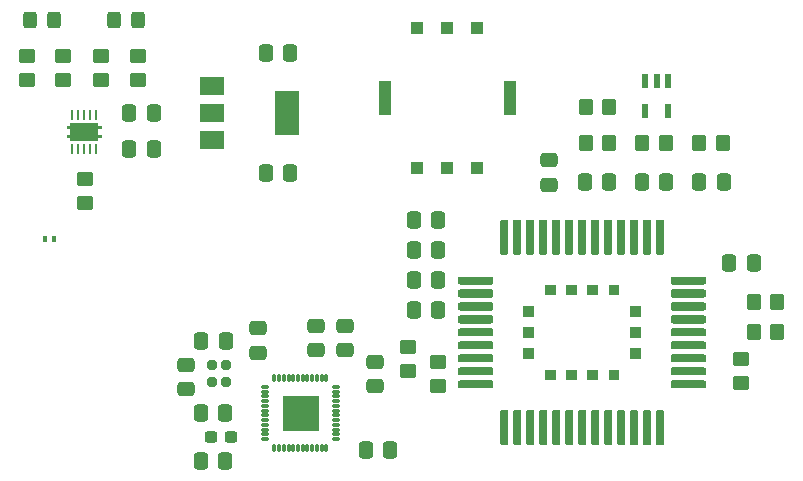
<source format=gbr>
%TF.GenerationSoftware,KiCad,Pcbnew,7.0.1*%
%TF.CreationDate,2023-11-12T14:47:07+01:00*%
%TF.ProjectId,Central_pcb,43656e74-7261-46c5-9f70-63622e6b6963,rev?*%
%TF.SameCoordinates,Original*%
%TF.FileFunction,Paste,Bot*%
%TF.FilePolarity,Positive*%
%FSLAX46Y46*%
G04 Gerber Fmt 4.6, Leading zero omitted, Abs format (unit mm)*
G04 Created by KiCad (PCBNEW 7.0.1) date 2023-11-12 14:47:07*
%MOMM*%
%LPD*%
G01*
G04 APERTURE LIST*
G04 Aperture macros list*
%AMRoundRect*
0 Rectangle with rounded corners*
0 $1 Rounding radius*
0 $2 $3 $4 $5 $6 $7 $8 $9 X,Y pos of 4 corners*
0 Add a 4 corners polygon primitive as box body*
4,1,4,$2,$3,$4,$5,$6,$7,$8,$9,$2,$3,0*
0 Add four circle primitives for the rounded corners*
1,1,$1+$1,$2,$3*
1,1,$1+$1,$4,$5*
1,1,$1+$1,$6,$7*
1,1,$1+$1,$8,$9*
0 Add four rect primitives between the rounded corners*
20,1,$1+$1,$2,$3,$4,$5,0*
20,1,$1+$1,$4,$5,$6,$7,0*
20,1,$1+$1,$6,$7,$8,$9,0*
20,1,$1+$1,$8,$9,$2,$3,0*%
G04 Aperture macros list end*
%ADD10C,0.010000*%
%ADD11RoundRect,0.250000X-0.337500X-0.475000X0.337500X-0.475000X0.337500X0.475000X-0.337500X0.475000X0*%
%ADD12RoundRect,0.250000X0.450000X-0.350000X0.450000X0.350000X-0.450000X0.350000X-0.450000X-0.350000X0*%
%ADD13RoundRect,0.250000X0.337500X0.475000X-0.337500X0.475000X-0.337500X-0.475000X0.337500X-0.475000X0*%
%ADD14RoundRect,0.250000X0.475000X-0.337500X0.475000X0.337500X-0.475000X0.337500X-0.475000X-0.337500X0*%
%ADD15RoundRect,0.171600X-0.218400X-0.268400X0.218400X-0.268400X0.218400X0.268400X-0.218400X0.268400X0*%
%ADD16RoundRect,0.171600X0.218400X0.268400X-0.218400X0.268400X-0.218400X-0.268400X0.218400X-0.268400X0*%
%ADD17O,0.800000X0.300000*%
%ADD18O,0.300000X0.800000*%
%ADD19RoundRect,0.088500X-0.206500X0.516500X-0.206500X-0.516500X0.206500X-0.516500X0.206500X0.516500X0*%
%ADD20RoundRect,0.250000X-0.450000X0.350000X-0.450000X-0.350000X0.450000X-0.350000X0.450000X0.350000X0*%
%ADD21R,1.000000X3.000000*%
%ADD22R,1.000000X1.100000*%
%ADD23RoundRect,0.250000X-0.475000X0.337500X-0.475000X-0.337500X0.475000X-0.337500X0.475000X0.337500X0*%
%ADD24RoundRect,0.250000X0.350000X0.450000X-0.350000X0.450000X-0.350000X-0.450000X0.350000X-0.450000X0*%
%ADD25RoundRect,0.250000X-0.350000X-0.450000X0.350000X-0.450000X0.350000X0.450000X-0.350000X0.450000X0*%
%ADD26RoundRect,0.250000X-0.325000X-0.450000X0.325000X-0.450000X0.325000X0.450000X-0.325000X0.450000X0*%
%ADD27RoundRect,0.250000X0.325000X0.450000X-0.325000X0.450000X-0.325000X-0.450000X0.325000X-0.450000X0*%
%ADD28RoundRect,0.237500X-0.300000X-0.237500X0.300000X-0.237500X0.300000X0.237500X-0.300000X0.237500X0*%
%ADD29R,2.000000X1.500000*%
%ADD30R,2.000000X3.800000*%
%ADD31R,0.254000X0.812800*%
%ADD32R,2.400000X1.650000*%
%ADD33R,0.400000X0.500000*%
G04 APERTURE END LIST*
%TO.C,U1*%
D10*
X127943140Y-105845140D02*
X125042000Y-105845140D01*
X125042000Y-102944000D01*
X127943140Y-102944000D01*
X127943140Y-105845140D01*
G36*
X127943140Y-105845140D02*
G01*
X125042000Y-105845140D01*
X125042000Y-102944000D01*
X127943140Y-102944000D01*
X127943140Y-105845140D01*
G37*
%TO.C,U4*%
X153414000Y-94354000D02*
X152578000Y-94354000D01*
X152578000Y-93518000D01*
X153414000Y-93518000D01*
X153414000Y-94354000D01*
G36*
X153414000Y-94354000D02*
G01*
X152578000Y-94354000D01*
X152578000Y-93518000D01*
X153414000Y-93518000D01*
X153414000Y-94354000D01*
G37*
X151614000Y-94354000D02*
X150778000Y-94354000D01*
X150778000Y-93518000D01*
X151614000Y-93518000D01*
X151614000Y-94354000D01*
G36*
X151614000Y-94354000D02*
G01*
X150778000Y-94354000D01*
X150778000Y-93518000D01*
X151614000Y-93518000D01*
X151614000Y-94354000D01*
G37*
X149814000Y-94354000D02*
X148978000Y-94354000D01*
X148978000Y-93518000D01*
X149814000Y-93518000D01*
X149814000Y-94354000D01*
G36*
X149814000Y-94354000D02*
G01*
X148978000Y-94354000D01*
X148978000Y-93518000D01*
X149814000Y-93518000D01*
X149814000Y-94354000D01*
G37*
X148014000Y-94354000D02*
X147178000Y-94354000D01*
X147178000Y-93518000D01*
X148014000Y-93518000D01*
X148014000Y-94354000D01*
G36*
X148014000Y-94354000D02*
G01*
X147178000Y-94354000D01*
X147178000Y-93518000D01*
X148014000Y-93518000D01*
X148014000Y-94354000D01*
G37*
X155214000Y-96154000D02*
X154378000Y-96154000D01*
X154378000Y-95318000D01*
X155214000Y-95318000D01*
X155214000Y-96154000D01*
G36*
X155214000Y-96154000D02*
G01*
X154378000Y-96154000D01*
X154378000Y-95318000D01*
X155214000Y-95318000D01*
X155214000Y-96154000D01*
G37*
X146214000Y-96154000D02*
X145378000Y-96154000D01*
X145378000Y-95318000D01*
X146214000Y-95318000D01*
X146214000Y-96154000D01*
G36*
X146214000Y-96154000D02*
G01*
X145378000Y-96154000D01*
X145378000Y-95318000D01*
X146214000Y-95318000D01*
X146214000Y-96154000D01*
G37*
X155214000Y-97954000D02*
X154378000Y-97954000D01*
X154378000Y-97118000D01*
X155214000Y-97118000D01*
X155214000Y-97954000D01*
G36*
X155214000Y-97954000D02*
G01*
X154378000Y-97954000D01*
X154378000Y-97118000D01*
X155214000Y-97118000D01*
X155214000Y-97954000D01*
G37*
X146214000Y-97954000D02*
X145378000Y-97954000D01*
X145378000Y-97118000D01*
X146214000Y-97118000D01*
X146214000Y-97954000D01*
G36*
X146214000Y-97954000D02*
G01*
X145378000Y-97954000D01*
X145378000Y-97118000D01*
X146214000Y-97118000D01*
X146214000Y-97954000D01*
G37*
X155214000Y-99754000D02*
X154378000Y-99754000D01*
X154378000Y-98918000D01*
X155214000Y-98918000D01*
X155214000Y-99754000D01*
G36*
X155214000Y-99754000D02*
G01*
X154378000Y-99754000D01*
X154378000Y-98918000D01*
X155214000Y-98918000D01*
X155214000Y-99754000D01*
G37*
X146214000Y-99754000D02*
X145378000Y-99754000D01*
X145378000Y-98918000D01*
X146214000Y-98918000D01*
X146214000Y-99754000D01*
G36*
X146214000Y-99754000D02*
G01*
X145378000Y-99754000D01*
X145378000Y-98918000D01*
X146214000Y-98918000D01*
X146214000Y-99754000D01*
G37*
X153414000Y-101554000D02*
X152578000Y-101554000D01*
X152578000Y-100718000D01*
X153414000Y-100718000D01*
X153414000Y-101554000D01*
G36*
X153414000Y-101554000D02*
G01*
X152578000Y-101554000D01*
X152578000Y-100718000D01*
X153414000Y-100718000D01*
X153414000Y-101554000D01*
G37*
X151614000Y-101554000D02*
X150778000Y-101554000D01*
X150778000Y-100718000D01*
X151614000Y-100718000D01*
X151614000Y-101554000D01*
G36*
X151614000Y-101554000D02*
G01*
X150778000Y-101554000D01*
X150778000Y-100718000D01*
X151614000Y-100718000D01*
X151614000Y-101554000D01*
G37*
X149814000Y-101554000D02*
X148978000Y-101554000D01*
X148978000Y-100718000D01*
X149814000Y-100718000D01*
X149814000Y-101554000D01*
G36*
X149814000Y-101554000D02*
G01*
X148978000Y-101554000D01*
X148978000Y-100718000D01*
X149814000Y-100718000D01*
X149814000Y-101554000D01*
G37*
X148014000Y-101554000D02*
X147178000Y-101554000D01*
X147178000Y-100718000D01*
X148014000Y-100718000D01*
X148014000Y-101554000D01*
G36*
X148014000Y-101554000D02*
G01*
X147178000Y-101554000D01*
X147178000Y-100718000D01*
X148014000Y-100718000D01*
X148014000Y-101554000D01*
G37*
X157050000Y-88037000D02*
X157059000Y-88038000D01*
X157067000Y-88039000D01*
X157075000Y-88041000D01*
X157083000Y-88044000D01*
X157091000Y-88047000D01*
X157099000Y-88050000D01*
X157106000Y-88053000D01*
X157113000Y-88057000D01*
X157121000Y-88062000D01*
X157128000Y-88067000D01*
X157134000Y-88072000D01*
X157141000Y-88077000D01*
X157147000Y-88083000D01*
X157152000Y-88089000D01*
X157158000Y-88095000D01*
X157163000Y-88102000D01*
X157168000Y-88109000D01*
X157172000Y-88116000D01*
X157176000Y-88123000D01*
X157180000Y-88131000D01*
X157183000Y-88139000D01*
X157186000Y-88147000D01*
X157188000Y-88155000D01*
X157190000Y-88163000D01*
X157192000Y-88171000D01*
X157193000Y-88179000D01*
X157193000Y-88188000D01*
X157193000Y-88196000D01*
X157193000Y-90776000D01*
X157193000Y-90784000D01*
X157193000Y-90793000D01*
X157192000Y-90801000D01*
X157190000Y-90809000D01*
X157188000Y-90817000D01*
X157186000Y-90825000D01*
X157183000Y-90833000D01*
X157180000Y-90841000D01*
X157176000Y-90849000D01*
X157172000Y-90856000D01*
X157168000Y-90863000D01*
X157163000Y-90870000D01*
X157158000Y-90877000D01*
X157152000Y-90883000D01*
X157147000Y-90889000D01*
X157141000Y-90895000D01*
X157134000Y-90900000D01*
X157128000Y-90905000D01*
X157121000Y-90910000D01*
X157113000Y-90915000D01*
X157106000Y-90919000D01*
X157099000Y-90922000D01*
X157091000Y-90925000D01*
X157083000Y-90928000D01*
X157075000Y-90931000D01*
X157067000Y-90933000D01*
X157059000Y-90934000D01*
X157050000Y-90935000D01*
X157042000Y-90936000D01*
X157033000Y-90936000D01*
X156759000Y-90936000D01*
X156750000Y-90936000D01*
X156742000Y-90935000D01*
X156733000Y-90934000D01*
X156725000Y-90933000D01*
X156717000Y-90931000D01*
X156709000Y-90928000D01*
X156701000Y-90925000D01*
X156693000Y-90922000D01*
X156686000Y-90919000D01*
X156679000Y-90915000D01*
X156671000Y-90910000D01*
X156664000Y-90905000D01*
X156658000Y-90900000D01*
X156651000Y-90895000D01*
X156645000Y-90889000D01*
X156640000Y-90883000D01*
X156634000Y-90877000D01*
X156629000Y-90870000D01*
X156624000Y-90863000D01*
X156620000Y-90856000D01*
X156616000Y-90849000D01*
X156612000Y-90841000D01*
X156609000Y-90833000D01*
X156606000Y-90825000D01*
X156604000Y-90817000D01*
X156602000Y-90809000D01*
X156600000Y-90801000D01*
X156599000Y-90793000D01*
X156599000Y-90784000D01*
X156599000Y-90776000D01*
X156598500Y-88196000D01*
X156599000Y-88196000D01*
X156599000Y-88188000D01*
X156599000Y-88179000D01*
X156600000Y-88171000D01*
X156602000Y-88163000D01*
X156604000Y-88155000D01*
X156606000Y-88147000D01*
X156609000Y-88139000D01*
X156612000Y-88131000D01*
X156616000Y-88123000D01*
X156620000Y-88116000D01*
X156624000Y-88109000D01*
X156629000Y-88102000D01*
X156634000Y-88095000D01*
X156640000Y-88089000D01*
X156645000Y-88083000D01*
X156651000Y-88077000D01*
X156658000Y-88072000D01*
X156664000Y-88067000D01*
X156671000Y-88062000D01*
X156679000Y-88057000D01*
X156686000Y-88053000D01*
X156693000Y-88050000D01*
X156701000Y-88047000D01*
X156709000Y-88044000D01*
X156717000Y-88041000D01*
X156725000Y-88039000D01*
X156733000Y-88038000D01*
X156742000Y-88037000D01*
X156750000Y-88036000D01*
X156759000Y-88036000D01*
X157033000Y-88036000D01*
X157042000Y-88036000D01*
X157050000Y-88037000D01*
G36*
X157050000Y-88037000D02*
G01*
X157059000Y-88038000D01*
X157067000Y-88039000D01*
X157075000Y-88041000D01*
X157083000Y-88044000D01*
X157091000Y-88047000D01*
X157099000Y-88050000D01*
X157106000Y-88053000D01*
X157113000Y-88057000D01*
X157121000Y-88062000D01*
X157128000Y-88067000D01*
X157134000Y-88072000D01*
X157141000Y-88077000D01*
X157147000Y-88083000D01*
X157152000Y-88089000D01*
X157158000Y-88095000D01*
X157163000Y-88102000D01*
X157168000Y-88109000D01*
X157172000Y-88116000D01*
X157176000Y-88123000D01*
X157180000Y-88131000D01*
X157183000Y-88139000D01*
X157186000Y-88147000D01*
X157188000Y-88155000D01*
X157190000Y-88163000D01*
X157192000Y-88171000D01*
X157193000Y-88179000D01*
X157193000Y-88188000D01*
X157193000Y-88196000D01*
X157193000Y-90776000D01*
X157193000Y-90784000D01*
X157193000Y-90793000D01*
X157192000Y-90801000D01*
X157190000Y-90809000D01*
X157188000Y-90817000D01*
X157186000Y-90825000D01*
X157183000Y-90833000D01*
X157180000Y-90841000D01*
X157176000Y-90849000D01*
X157172000Y-90856000D01*
X157168000Y-90863000D01*
X157163000Y-90870000D01*
X157158000Y-90877000D01*
X157152000Y-90883000D01*
X157147000Y-90889000D01*
X157141000Y-90895000D01*
X157134000Y-90900000D01*
X157128000Y-90905000D01*
X157121000Y-90910000D01*
X157113000Y-90915000D01*
X157106000Y-90919000D01*
X157099000Y-90922000D01*
X157091000Y-90925000D01*
X157083000Y-90928000D01*
X157075000Y-90931000D01*
X157067000Y-90933000D01*
X157059000Y-90934000D01*
X157050000Y-90935000D01*
X157042000Y-90936000D01*
X157033000Y-90936000D01*
X156759000Y-90936000D01*
X156750000Y-90936000D01*
X156742000Y-90935000D01*
X156733000Y-90934000D01*
X156725000Y-90933000D01*
X156717000Y-90931000D01*
X156709000Y-90928000D01*
X156701000Y-90925000D01*
X156693000Y-90922000D01*
X156686000Y-90919000D01*
X156679000Y-90915000D01*
X156671000Y-90910000D01*
X156664000Y-90905000D01*
X156658000Y-90900000D01*
X156651000Y-90895000D01*
X156645000Y-90889000D01*
X156640000Y-90883000D01*
X156634000Y-90877000D01*
X156629000Y-90870000D01*
X156624000Y-90863000D01*
X156620000Y-90856000D01*
X156616000Y-90849000D01*
X156612000Y-90841000D01*
X156609000Y-90833000D01*
X156606000Y-90825000D01*
X156604000Y-90817000D01*
X156602000Y-90809000D01*
X156600000Y-90801000D01*
X156599000Y-90793000D01*
X156599000Y-90784000D01*
X156599000Y-90776000D01*
X156598500Y-88196000D01*
X156599000Y-88196000D01*
X156599000Y-88188000D01*
X156599000Y-88179000D01*
X156600000Y-88171000D01*
X156602000Y-88163000D01*
X156604000Y-88155000D01*
X156606000Y-88147000D01*
X156609000Y-88139000D01*
X156612000Y-88131000D01*
X156616000Y-88123000D01*
X156620000Y-88116000D01*
X156624000Y-88109000D01*
X156629000Y-88102000D01*
X156634000Y-88095000D01*
X156640000Y-88089000D01*
X156645000Y-88083000D01*
X156651000Y-88077000D01*
X156658000Y-88072000D01*
X156664000Y-88067000D01*
X156671000Y-88062000D01*
X156679000Y-88057000D01*
X156686000Y-88053000D01*
X156693000Y-88050000D01*
X156701000Y-88047000D01*
X156709000Y-88044000D01*
X156717000Y-88041000D01*
X156725000Y-88039000D01*
X156733000Y-88038000D01*
X156742000Y-88037000D01*
X156750000Y-88036000D01*
X156759000Y-88036000D01*
X157033000Y-88036000D01*
X157042000Y-88036000D01*
X157050000Y-88037000D01*
G37*
X155950000Y-88037000D02*
X155959000Y-88038000D01*
X155967000Y-88039000D01*
X155975000Y-88041000D01*
X155983000Y-88044000D01*
X155991000Y-88047000D01*
X155999000Y-88050000D01*
X156006000Y-88053000D01*
X156014000Y-88057000D01*
X156021000Y-88062000D01*
X156028000Y-88067000D01*
X156034000Y-88072000D01*
X156041000Y-88077000D01*
X156047000Y-88083000D01*
X156052000Y-88089000D01*
X156058000Y-88095000D01*
X156063000Y-88102000D01*
X156068000Y-88109000D01*
X156072000Y-88116000D01*
X156076000Y-88123000D01*
X156080000Y-88131000D01*
X156083000Y-88139000D01*
X156086000Y-88147000D01*
X156088000Y-88155000D01*
X156090000Y-88163000D01*
X156092000Y-88171000D01*
X156093000Y-88179000D01*
X156093000Y-88188000D01*
X156094000Y-88196000D01*
X156094000Y-90776000D01*
X156093000Y-90784000D01*
X156093000Y-90793000D01*
X156092000Y-90801000D01*
X156090000Y-90809000D01*
X156088000Y-90817000D01*
X156086000Y-90825000D01*
X156083000Y-90833000D01*
X156080000Y-90841000D01*
X156076000Y-90849000D01*
X156072000Y-90856000D01*
X156068000Y-90863000D01*
X156063000Y-90870000D01*
X156058000Y-90877000D01*
X156052000Y-90883000D01*
X156047000Y-90889000D01*
X156041000Y-90895000D01*
X156034000Y-90900000D01*
X156028000Y-90905000D01*
X156021000Y-90910000D01*
X156014000Y-90915000D01*
X156006000Y-90919000D01*
X155999000Y-90922000D01*
X155991000Y-90925000D01*
X155983000Y-90928000D01*
X155975000Y-90931000D01*
X155967000Y-90933000D01*
X155959000Y-90934000D01*
X155950000Y-90935000D01*
X155942000Y-90936000D01*
X155934000Y-90936000D01*
X155658000Y-90936000D01*
X155650000Y-90936000D01*
X155642000Y-90935000D01*
X155633000Y-90934000D01*
X155625000Y-90933000D01*
X155617000Y-90931000D01*
X155609000Y-90928000D01*
X155601000Y-90925000D01*
X155593000Y-90922000D01*
X155586000Y-90919000D01*
X155578000Y-90915000D01*
X155571000Y-90910000D01*
X155564000Y-90905000D01*
X155558000Y-90900000D01*
X155551000Y-90895000D01*
X155545000Y-90889000D01*
X155540000Y-90883000D01*
X155534000Y-90877000D01*
X155529000Y-90870000D01*
X155524000Y-90863000D01*
X155520000Y-90856000D01*
X155516000Y-90849000D01*
X155512000Y-90841000D01*
X155509000Y-90833000D01*
X155506000Y-90825000D01*
X155504000Y-90817000D01*
X155502000Y-90809000D01*
X155500000Y-90801000D01*
X155499000Y-90793000D01*
X155499000Y-90784000D01*
X155498000Y-90776000D01*
X155498500Y-88196000D01*
X155498000Y-88196000D01*
X155499000Y-88188000D01*
X155499000Y-88179000D01*
X155500000Y-88171000D01*
X155502000Y-88163000D01*
X155504000Y-88155000D01*
X155506000Y-88147000D01*
X155509000Y-88139000D01*
X155512000Y-88131000D01*
X155516000Y-88123000D01*
X155520000Y-88116000D01*
X155524000Y-88109000D01*
X155529000Y-88102000D01*
X155534000Y-88095000D01*
X155540000Y-88089000D01*
X155545000Y-88083000D01*
X155551000Y-88077000D01*
X155558000Y-88072000D01*
X155564000Y-88067000D01*
X155571000Y-88062000D01*
X155578000Y-88057000D01*
X155586000Y-88053000D01*
X155593000Y-88050000D01*
X155601000Y-88047000D01*
X155609000Y-88044000D01*
X155617000Y-88041000D01*
X155625000Y-88039000D01*
X155633000Y-88038000D01*
X155642000Y-88037000D01*
X155650000Y-88036000D01*
X155658000Y-88036000D01*
X155934000Y-88036000D01*
X155942000Y-88036000D01*
X155950000Y-88037000D01*
G36*
X155950000Y-88037000D02*
G01*
X155959000Y-88038000D01*
X155967000Y-88039000D01*
X155975000Y-88041000D01*
X155983000Y-88044000D01*
X155991000Y-88047000D01*
X155999000Y-88050000D01*
X156006000Y-88053000D01*
X156014000Y-88057000D01*
X156021000Y-88062000D01*
X156028000Y-88067000D01*
X156034000Y-88072000D01*
X156041000Y-88077000D01*
X156047000Y-88083000D01*
X156052000Y-88089000D01*
X156058000Y-88095000D01*
X156063000Y-88102000D01*
X156068000Y-88109000D01*
X156072000Y-88116000D01*
X156076000Y-88123000D01*
X156080000Y-88131000D01*
X156083000Y-88139000D01*
X156086000Y-88147000D01*
X156088000Y-88155000D01*
X156090000Y-88163000D01*
X156092000Y-88171000D01*
X156093000Y-88179000D01*
X156093000Y-88188000D01*
X156094000Y-88196000D01*
X156094000Y-90776000D01*
X156093000Y-90784000D01*
X156093000Y-90793000D01*
X156092000Y-90801000D01*
X156090000Y-90809000D01*
X156088000Y-90817000D01*
X156086000Y-90825000D01*
X156083000Y-90833000D01*
X156080000Y-90841000D01*
X156076000Y-90849000D01*
X156072000Y-90856000D01*
X156068000Y-90863000D01*
X156063000Y-90870000D01*
X156058000Y-90877000D01*
X156052000Y-90883000D01*
X156047000Y-90889000D01*
X156041000Y-90895000D01*
X156034000Y-90900000D01*
X156028000Y-90905000D01*
X156021000Y-90910000D01*
X156014000Y-90915000D01*
X156006000Y-90919000D01*
X155999000Y-90922000D01*
X155991000Y-90925000D01*
X155983000Y-90928000D01*
X155975000Y-90931000D01*
X155967000Y-90933000D01*
X155959000Y-90934000D01*
X155950000Y-90935000D01*
X155942000Y-90936000D01*
X155934000Y-90936000D01*
X155658000Y-90936000D01*
X155650000Y-90936000D01*
X155642000Y-90935000D01*
X155633000Y-90934000D01*
X155625000Y-90933000D01*
X155617000Y-90931000D01*
X155609000Y-90928000D01*
X155601000Y-90925000D01*
X155593000Y-90922000D01*
X155586000Y-90919000D01*
X155578000Y-90915000D01*
X155571000Y-90910000D01*
X155564000Y-90905000D01*
X155558000Y-90900000D01*
X155551000Y-90895000D01*
X155545000Y-90889000D01*
X155540000Y-90883000D01*
X155534000Y-90877000D01*
X155529000Y-90870000D01*
X155524000Y-90863000D01*
X155520000Y-90856000D01*
X155516000Y-90849000D01*
X155512000Y-90841000D01*
X155509000Y-90833000D01*
X155506000Y-90825000D01*
X155504000Y-90817000D01*
X155502000Y-90809000D01*
X155500000Y-90801000D01*
X155499000Y-90793000D01*
X155499000Y-90784000D01*
X155498000Y-90776000D01*
X155498500Y-88196000D01*
X155498000Y-88196000D01*
X155499000Y-88188000D01*
X155499000Y-88179000D01*
X155500000Y-88171000D01*
X155502000Y-88163000D01*
X155504000Y-88155000D01*
X155506000Y-88147000D01*
X155509000Y-88139000D01*
X155512000Y-88131000D01*
X155516000Y-88123000D01*
X155520000Y-88116000D01*
X155524000Y-88109000D01*
X155529000Y-88102000D01*
X155534000Y-88095000D01*
X155540000Y-88089000D01*
X155545000Y-88083000D01*
X155551000Y-88077000D01*
X155558000Y-88072000D01*
X155564000Y-88067000D01*
X155571000Y-88062000D01*
X155578000Y-88057000D01*
X155586000Y-88053000D01*
X155593000Y-88050000D01*
X155601000Y-88047000D01*
X155609000Y-88044000D01*
X155617000Y-88041000D01*
X155625000Y-88039000D01*
X155633000Y-88038000D01*
X155642000Y-88037000D01*
X155650000Y-88036000D01*
X155658000Y-88036000D01*
X155934000Y-88036000D01*
X155942000Y-88036000D01*
X155950000Y-88037000D01*
G37*
X154850000Y-88037000D02*
X154859000Y-88038000D01*
X154867000Y-88039000D01*
X154875000Y-88041000D01*
X154883000Y-88044000D01*
X154891000Y-88047000D01*
X154899000Y-88050000D01*
X154906000Y-88053000D01*
X154913000Y-88057000D01*
X154921000Y-88062000D01*
X154928000Y-88067000D01*
X154934000Y-88072000D01*
X154941000Y-88077000D01*
X154947000Y-88083000D01*
X154952000Y-88089000D01*
X154958000Y-88095000D01*
X154963000Y-88102000D01*
X154968000Y-88109000D01*
X154972000Y-88116000D01*
X154976000Y-88123000D01*
X154980000Y-88131000D01*
X154983000Y-88139000D01*
X154986000Y-88147000D01*
X154988000Y-88155000D01*
X154990000Y-88163000D01*
X154992000Y-88171000D01*
X154993000Y-88179000D01*
X154993000Y-88188000D01*
X154993000Y-88196000D01*
X154993000Y-90776000D01*
X154993000Y-90784000D01*
X154993000Y-90793000D01*
X154992000Y-90801000D01*
X154990000Y-90809000D01*
X154988000Y-90817000D01*
X154986000Y-90825000D01*
X154983000Y-90833000D01*
X154980000Y-90841000D01*
X154976000Y-90849000D01*
X154972000Y-90856000D01*
X154968000Y-90863000D01*
X154963000Y-90870000D01*
X154958000Y-90877000D01*
X154952000Y-90883000D01*
X154947000Y-90889000D01*
X154941000Y-90895000D01*
X154934000Y-90900000D01*
X154928000Y-90905000D01*
X154921000Y-90910000D01*
X154913000Y-90915000D01*
X154906000Y-90919000D01*
X154899000Y-90922000D01*
X154891000Y-90925000D01*
X154883000Y-90928000D01*
X154875000Y-90931000D01*
X154867000Y-90933000D01*
X154859000Y-90934000D01*
X154850000Y-90935000D01*
X154842000Y-90936000D01*
X154833000Y-90936000D01*
X154559000Y-90936000D01*
X154550000Y-90936000D01*
X154542000Y-90935000D01*
X154533000Y-90934000D01*
X154525000Y-90933000D01*
X154517000Y-90931000D01*
X154509000Y-90928000D01*
X154501000Y-90925000D01*
X154493000Y-90922000D01*
X154486000Y-90919000D01*
X154479000Y-90915000D01*
X154471000Y-90910000D01*
X154464000Y-90905000D01*
X154458000Y-90900000D01*
X154451000Y-90895000D01*
X154445000Y-90889000D01*
X154440000Y-90883000D01*
X154434000Y-90877000D01*
X154429000Y-90870000D01*
X154424000Y-90863000D01*
X154420000Y-90856000D01*
X154416000Y-90849000D01*
X154412000Y-90841000D01*
X154409000Y-90833000D01*
X154406000Y-90825000D01*
X154404000Y-90817000D01*
X154402000Y-90809000D01*
X154400000Y-90801000D01*
X154399000Y-90793000D01*
X154399000Y-90784000D01*
X154399000Y-90776000D01*
X154398500Y-88196000D01*
X154399000Y-88196000D01*
X154399000Y-88188000D01*
X154399000Y-88179000D01*
X154400000Y-88171000D01*
X154402000Y-88163000D01*
X154404000Y-88155000D01*
X154406000Y-88147000D01*
X154409000Y-88139000D01*
X154412000Y-88131000D01*
X154416000Y-88123000D01*
X154420000Y-88116000D01*
X154424000Y-88109000D01*
X154429000Y-88102000D01*
X154434000Y-88095000D01*
X154440000Y-88089000D01*
X154445000Y-88083000D01*
X154451000Y-88077000D01*
X154458000Y-88072000D01*
X154464000Y-88067000D01*
X154471000Y-88062000D01*
X154479000Y-88057000D01*
X154486000Y-88053000D01*
X154493000Y-88050000D01*
X154501000Y-88047000D01*
X154509000Y-88044000D01*
X154517000Y-88041000D01*
X154525000Y-88039000D01*
X154533000Y-88038000D01*
X154542000Y-88037000D01*
X154550000Y-88036000D01*
X154559000Y-88036000D01*
X154833000Y-88036000D01*
X154842000Y-88036000D01*
X154850000Y-88037000D01*
G36*
X154850000Y-88037000D02*
G01*
X154859000Y-88038000D01*
X154867000Y-88039000D01*
X154875000Y-88041000D01*
X154883000Y-88044000D01*
X154891000Y-88047000D01*
X154899000Y-88050000D01*
X154906000Y-88053000D01*
X154913000Y-88057000D01*
X154921000Y-88062000D01*
X154928000Y-88067000D01*
X154934000Y-88072000D01*
X154941000Y-88077000D01*
X154947000Y-88083000D01*
X154952000Y-88089000D01*
X154958000Y-88095000D01*
X154963000Y-88102000D01*
X154968000Y-88109000D01*
X154972000Y-88116000D01*
X154976000Y-88123000D01*
X154980000Y-88131000D01*
X154983000Y-88139000D01*
X154986000Y-88147000D01*
X154988000Y-88155000D01*
X154990000Y-88163000D01*
X154992000Y-88171000D01*
X154993000Y-88179000D01*
X154993000Y-88188000D01*
X154993000Y-88196000D01*
X154993000Y-90776000D01*
X154993000Y-90784000D01*
X154993000Y-90793000D01*
X154992000Y-90801000D01*
X154990000Y-90809000D01*
X154988000Y-90817000D01*
X154986000Y-90825000D01*
X154983000Y-90833000D01*
X154980000Y-90841000D01*
X154976000Y-90849000D01*
X154972000Y-90856000D01*
X154968000Y-90863000D01*
X154963000Y-90870000D01*
X154958000Y-90877000D01*
X154952000Y-90883000D01*
X154947000Y-90889000D01*
X154941000Y-90895000D01*
X154934000Y-90900000D01*
X154928000Y-90905000D01*
X154921000Y-90910000D01*
X154913000Y-90915000D01*
X154906000Y-90919000D01*
X154899000Y-90922000D01*
X154891000Y-90925000D01*
X154883000Y-90928000D01*
X154875000Y-90931000D01*
X154867000Y-90933000D01*
X154859000Y-90934000D01*
X154850000Y-90935000D01*
X154842000Y-90936000D01*
X154833000Y-90936000D01*
X154559000Y-90936000D01*
X154550000Y-90936000D01*
X154542000Y-90935000D01*
X154533000Y-90934000D01*
X154525000Y-90933000D01*
X154517000Y-90931000D01*
X154509000Y-90928000D01*
X154501000Y-90925000D01*
X154493000Y-90922000D01*
X154486000Y-90919000D01*
X154479000Y-90915000D01*
X154471000Y-90910000D01*
X154464000Y-90905000D01*
X154458000Y-90900000D01*
X154451000Y-90895000D01*
X154445000Y-90889000D01*
X154440000Y-90883000D01*
X154434000Y-90877000D01*
X154429000Y-90870000D01*
X154424000Y-90863000D01*
X154420000Y-90856000D01*
X154416000Y-90849000D01*
X154412000Y-90841000D01*
X154409000Y-90833000D01*
X154406000Y-90825000D01*
X154404000Y-90817000D01*
X154402000Y-90809000D01*
X154400000Y-90801000D01*
X154399000Y-90793000D01*
X154399000Y-90784000D01*
X154399000Y-90776000D01*
X154398500Y-88196000D01*
X154399000Y-88196000D01*
X154399000Y-88188000D01*
X154399000Y-88179000D01*
X154400000Y-88171000D01*
X154402000Y-88163000D01*
X154404000Y-88155000D01*
X154406000Y-88147000D01*
X154409000Y-88139000D01*
X154412000Y-88131000D01*
X154416000Y-88123000D01*
X154420000Y-88116000D01*
X154424000Y-88109000D01*
X154429000Y-88102000D01*
X154434000Y-88095000D01*
X154440000Y-88089000D01*
X154445000Y-88083000D01*
X154451000Y-88077000D01*
X154458000Y-88072000D01*
X154464000Y-88067000D01*
X154471000Y-88062000D01*
X154479000Y-88057000D01*
X154486000Y-88053000D01*
X154493000Y-88050000D01*
X154501000Y-88047000D01*
X154509000Y-88044000D01*
X154517000Y-88041000D01*
X154525000Y-88039000D01*
X154533000Y-88038000D01*
X154542000Y-88037000D01*
X154550000Y-88036000D01*
X154559000Y-88036000D01*
X154833000Y-88036000D01*
X154842000Y-88036000D01*
X154850000Y-88037000D01*
G37*
X153750000Y-88037000D02*
X153759000Y-88038000D01*
X153767000Y-88039000D01*
X153775000Y-88041000D01*
X153783000Y-88044000D01*
X153791000Y-88047000D01*
X153799000Y-88050000D01*
X153806000Y-88053000D01*
X153814000Y-88057000D01*
X153821000Y-88062000D01*
X153828000Y-88067000D01*
X153834000Y-88072000D01*
X153841000Y-88077000D01*
X153847000Y-88083000D01*
X153852000Y-88089000D01*
X153858000Y-88095000D01*
X153863000Y-88102000D01*
X153868000Y-88109000D01*
X153872000Y-88116000D01*
X153876000Y-88123000D01*
X153880000Y-88131000D01*
X153883000Y-88139000D01*
X153886000Y-88147000D01*
X153888000Y-88155000D01*
X153890000Y-88163000D01*
X153892000Y-88171000D01*
X153893000Y-88179000D01*
X153893000Y-88188000D01*
X153894000Y-88196000D01*
X153894000Y-90776000D01*
X153893000Y-90784000D01*
X153893000Y-90793000D01*
X153892000Y-90801000D01*
X153890000Y-90809000D01*
X153888000Y-90817000D01*
X153886000Y-90825000D01*
X153883000Y-90833000D01*
X153880000Y-90841000D01*
X153876000Y-90849000D01*
X153872000Y-90856000D01*
X153868000Y-90863000D01*
X153863000Y-90870000D01*
X153858000Y-90877000D01*
X153852000Y-90883000D01*
X153847000Y-90889000D01*
X153841000Y-90895000D01*
X153834000Y-90900000D01*
X153828000Y-90905000D01*
X153821000Y-90910000D01*
X153814000Y-90915000D01*
X153806000Y-90919000D01*
X153799000Y-90922000D01*
X153791000Y-90925000D01*
X153783000Y-90928000D01*
X153775000Y-90931000D01*
X153767000Y-90933000D01*
X153759000Y-90934000D01*
X153750000Y-90935000D01*
X153742000Y-90936000D01*
X153734000Y-90936000D01*
X153459000Y-90936000D01*
X153450000Y-90936000D01*
X153442000Y-90935000D01*
X153433000Y-90934000D01*
X153425000Y-90933000D01*
X153417000Y-90931000D01*
X153409000Y-90928000D01*
X153401000Y-90925000D01*
X153393000Y-90922000D01*
X153386000Y-90919000D01*
X153379000Y-90915000D01*
X153371000Y-90910000D01*
X153364000Y-90905000D01*
X153358000Y-90900000D01*
X153351000Y-90895000D01*
X153345000Y-90889000D01*
X153340000Y-90883000D01*
X153334000Y-90877000D01*
X153329000Y-90870000D01*
X153324000Y-90863000D01*
X153320000Y-90856000D01*
X153316000Y-90849000D01*
X153312000Y-90841000D01*
X153309000Y-90833000D01*
X153306000Y-90825000D01*
X153304000Y-90817000D01*
X153302000Y-90809000D01*
X153300000Y-90801000D01*
X153299000Y-90793000D01*
X153299000Y-90784000D01*
X153298000Y-90776000D01*
X153298500Y-88196000D01*
X153298000Y-88196000D01*
X153299000Y-88188000D01*
X153299000Y-88179000D01*
X153300000Y-88171000D01*
X153302000Y-88163000D01*
X153304000Y-88155000D01*
X153306000Y-88147000D01*
X153309000Y-88139000D01*
X153312000Y-88131000D01*
X153316000Y-88123000D01*
X153320000Y-88116000D01*
X153324000Y-88109000D01*
X153329000Y-88102000D01*
X153334000Y-88095000D01*
X153340000Y-88089000D01*
X153345000Y-88083000D01*
X153351000Y-88077000D01*
X153358000Y-88072000D01*
X153364000Y-88067000D01*
X153371000Y-88062000D01*
X153379000Y-88057000D01*
X153386000Y-88053000D01*
X153393000Y-88050000D01*
X153401000Y-88047000D01*
X153409000Y-88044000D01*
X153417000Y-88041000D01*
X153425000Y-88039000D01*
X153433000Y-88038000D01*
X153442000Y-88037000D01*
X153450000Y-88036000D01*
X153459000Y-88036000D01*
X153734000Y-88036000D01*
X153742000Y-88036000D01*
X153750000Y-88037000D01*
G36*
X153750000Y-88037000D02*
G01*
X153759000Y-88038000D01*
X153767000Y-88039000D01*
X153775000Y-88041000D01*
X153783000Y-88044000D01*
X153791000Y-88047000D01*
X153799000Y-88050000D01*
X153806000Y-88053000D01*
X153814000Y-88057000D01*
X153821000Y-88062000D01*
X153828000Y-88067000D01*
X153834000Y-88072000D01*
X153841000Y-88077000D01*
X153847000Y-88083000D01*
X153852000Y-88089000D01*
X153858000Y-88095000D01*
X153863000Y-88102000D01*
X153868000Y-88109000D01*
X153872000Y-88116000D01*
X153876000Y-88123000D01*
X153880000Y-88131000D01*
X153883000Y-88139000D01*
X153886000Y-88147000D01*
X153888000Y-88155000D01*
X153890000Y-88163000D01*
X153892000Y-88171000D01*
X153893000Y-88179000D01*
X153893000Y-88188000D01*
X153894000Y-88196000D01*
X153894000Y-90776000D01*
X153893000Y-90784000D01*
X153893000Y-90793000D01*
X153892000Y-90801000D01*
X153890000Y-90809000D01*
X153888000Y-90817000D01*
X153886000Y-90825000D01*
X153883000Y-90833000D01*
X153880000Y-90841000D01*
X153876000Y-90849000D01*
X153872000Y-90856000D01*
X153868000Y-90863000D01*
X153863000Y-90870000D01*
X153858000Y-90877000D01*
X153852000Y-90883000D01*
X153847000Y-90889000D01*
X153841000Y-90895000D01*
X153834000Y-90900000D01*
X153828000Y-90905000D01*
X153821000Y-90910000D01*
X153814000Y-90915000D01*
X153806000Y-90919000D01*
X153799000Y-90922000D01*
X153791000Y-90925000D01*
X153783000Y-90928000D01*
X153775000Y-90931000D01*
X153767000Y-90933000D01*
X153759000Y-90934000D01*
X153750000Y-90935000D01*
X153742000Y-90936000D01*
X153734000Y-90936000D01*
X153459000Y-90936000D01*
X153450000Y-90936000D01*
X153442000Y-90935000D01*
X153433000Y-90934000D01*
X153425000Y-90933000D01*
X153417000Y-90931000D01*
X153409000Y-90928000D01*
X153401000Y-90925000D01*
X153393000Y-90922000D01*
X153386000Y-90919000D01*
X153379000Y-90915000D01*
X153371000Y-90910000D01*
X153364000Y-90905000D01*
X153358000Y-90900000D01*
X153351000Y-90895000D01*
X153345000Y-90889000D01*
X153340000Y-90883000D01*
X153334000Y-90877000D01*
X153329000Y-90870000D01*
X153324000Y-90863000D01*
X153320000Y-90856000D01*
X153316000Y-90849000D01*
X153312000Y-90841000D01*
X153309000Y-90833000D01*
X153306000Y-90825000D01*
X153304000Y-90817000D01*
X153302000Y-90809000D01*
X153300000Y-90801000D01*
X153299000Y-90793000D01*
X153299000Y-90784000D01*
X153298000Y-90776000D01*
X153298500Y-88196000D01*
X153298000Y-88196000D01*
X153299000Y-88188000D01*
X153299000Y-88179000D01*
X153300000Y-88171000D01*
X153302000Y-88163000D01*
X153304000Y-88155000D01*
X153306000Y-88147000D01*
X153309000Y-88139000D01*
X153312000Y-88131000D01*
X153316000Y-88123000D01*
X153320000Y-88116000D01*
X153324000Y-88109000D01*
X153329000Y-88102000D01*
X153334000Y-88095000D01*
X153340000Y-88089000D01*
X153345000Y-88083000D01*
X153351000Y-88077000D01*
X153358000Y-88072000D01*
X153364000Y-88067000D01*
X153371000Y-88062000D01*
X153379000Y-88057000D01*
X153386000Y-88053000D01*
X153393000Y-88050000D01*
X153401000Y-88047000D01*
X153409000Y-88044000D01*
X153417000Y-88041000D01*
X153425000Y-88039000D01*
X153433000Y-88038000D01*
X153442000Y-88037000D01*
X153450000Y-88036000D01*
X153459000Y-88036000D01*
X153734000Y-88036000D01*
X153742000Y-88036000D01*
X153750000Y-88037000D01*
G37*
X152650000Y-88037000D02*
X152659000Y-88038000D01*
X152667000Y-88039000D01*
X152675000Y-88041000D01*
X152683000Y-88044000D01*
X152691000Y-88047000D01*
X152699000Y-88050000D01*
X152706000Y-88053000D01*
X152713000Y-88057000D01*
X152721000Y-88062000D01*
X152728000Y-88067000D01*
X152734000Y-88072000D01*
X152741000Y-88077000D01*
X152747000Y-88083000D01*
X152752000Y-88089000D01*
X152758000Y-88095000D01*
X152763000Y-88102000D01*
X152768000Y-88109000D01*
X152772000Y-88116000D01*
X152776000Y-88123000D01*
X152780000Y-88131000D01*
X152783000Y-88139000D01*
X152786000Y-88147000D01*
X152788000Y-88155000D01*
X152790000Y-88163000D01*
X152792000Y-88171000D01*
X152793000Y-88179000D01*
X152793000Y-88188000D01*
X152794000Y-88196000D01*
X152794000Y-90776000D01*
X152793000Y-90784000D01*
X152793000Y-90793000D01*
X152792000Y-90801000D01*
X152790000Y-90809000D01*
X152788000Y-90817000D01*
X152786000Y-90825000D01*
X152783000Y-90833000D01*
X152780000Y-90841000D01*
X152776000Y-90849000D01*
X152772000Y-90856000D01*
X152768000Y-90863000D01*
X152763000Y-90870000D01*
X152758000Y-90877000D01*
X152752000Y-90883000D01*
X152747000Y-90889000D01*
X152741000Y-90895000D01*
X152734000Y-90900000D01*
X152728000Y-90905000D01*
X152721000Y-90910000D01*
X152713000Y-90915000D01*
X152706000Y-90919000D01*
X152699000Y-90922000D01*
X152691000Y-90925000D01*
X152683000Y-90928000D01*
X152675000Y-90931000D01*
X152667000Y-90933000D01*
X152659000Y-90934000D01*
X152650000Y-90935000D01*
X152642000Y-90936000D01*
X152633000Y-90936000D01*
X152359000Y-90936000D01*
X152350000Y-90936000D01*
X152342000Y-90935000D01*
X152333000Y-90934000D01*
X152325000Y-90933000D01*
X152317000Y-90931000D01*
X152309000Y-90928000D01*
X152301000Y-90925000D01*
X152293000Y-90922000D01*
X152286000Y-90919000D01*
X152278000Y-90915000D01*
X152271000Y-90910000D01*
X152264000Y-90905000D01*
X152258000Y-90900000D01*
X152251000Y-90895000D01*
X152245000Y-90889000D01*
X152240000Y-90883000D01*
X152234000Y-90877000D01*
X152229000Y-90870000D01*
X152224000Y-90863000D01*
X152220000Y-90856000D01*
X152216000Y-90849000D01*
X152212000Y-90841000D01*
X152209000Y-90833000D01*
X152206000Y-90825000D01*
X152204000Y-90817000D01*
X152202000Y-90809000D01*
X152200000Y-90801000D01*
X152199000Y-90793000D01*
X152199000Y-90784000D01*
X152199000Y-90776000D01*
X152198500Y-88196000D01*
X152199000Y-88196000D01*
X152199000Y-88188000D01*
X152199000Y-88179000D01*
X152200000Y-88171000D01*
X152202000Y-88163000D01*
X152204000Y-88155000D01*
X152206000Y-88147000D01*
X152209000Y-88139000D01*
X152212000Y-88131000D01*
X152216000Y-88123000D01*
X152220000Y-88116000D01*
X152224000Y-88109000D01*
X152229000Y-88102000D01*
X152234000Y-88095000D01*
X152240000Y-88089000D01*
X152245000Y-88083000D01*
X152251000Y-88077000D01*
X152258000Y-88072000D01*
X152264000Y-88067000D01*
X152271000Y-88062000D01*
X152278000Y-88057000D01*
X152286000Y-88053000D01*
X152293000Y-88050000D01*
X152301000Y-88047000D01*
X152309000Y-88044000D01*
X152317000Y-88041000D01*
X152325000Y-88039000D01*
X152333000Y-88038000D01*
X152342000Y-88037000D01*
X152350000Y-88036000D01*
X152359000Y-88036000D01*
X152633000Y-88036000D01*
X152642000Y-88036000D01*
X152650000Y-88037000D01*
G36*
X152650000Y-88037000D02*
G01*
X152659000Y-88038000D01*
X152667000Y-88039000D01*
X152675000Y-88041000D01*
X152683000Y-88044000D01*
X152691000Y-88047000D01*
X152699000Y-88050000D01*
X152706000Y-88053000D01*
X152713000Y-88057000D01*
X152721000Y-88062000D01*
X152728000Y-88067000D01*
X152734000Y-88072000D01*
X152741000Y-88077000D01*
X152747000Y-88083000D01*
X152752000Y-88089000D01*
X152758000Y-88095000D01*
X152763000Y-88102000D01*
X152768000Y-88109000D01*
X152772000Y-88116000D01*
X152776000Y-88123000D01*
X152780000Y-88131000D01*
X152783000Y-88139000D01*
X152786000Y-88147000D01*
X152788000Y-88155000D01*
X152790000Y-88163000D01*
X152792000Y-88171000D01*
X152793000Y-88179000D01*
X152793000Y-88188000D01*
X152794000Y-88196000D01*
X152794000Y-90776000D01*
X152793000Y-90784000D01*
X152793000Y-90793000D01*
X152792000Y-90801000D01*
X152790000Y-90809000D01*
X152788000Y-90817000D01*
X152786000Y-90825000D01*
X152783000Y-90833000D01*
X152780000Y-90841000D01*
X152776000Y-90849000D01*
X152772000Y-90856000D01*
X152768000Y-90863000D01*
X152763000Y-90870000D01*
X152758000Y-90877000D01*
X152752000Y-90883000D01*
X152747000Y-90889000D01*
X152741000Y-90895000D01*
X152734000Y-90900000D01*
X152728000Y-90905000D01*
X152721000Y-90910000D01*
X152713000Y-90915000D01*
X152706000Y-90919000D01*
X152699000Y-90922000D01*
X152691000Y-90925000D01*
X152683000Y-90928000D01*
X152675000Y-90931000D01*
X152667000Y-90933000D01*
X152659000Y-90934000D01*
X152650000Y-90935000D01*
X152642000Y-90936000D01*
X152633000Y-90936000D01*
X152359000Y-90936000D01*
X152350000Y-90936000D01*
X152342000Y-90935000D01*
X152333000Y-90934000D01*
X152325000Y-90933000D01*
X152317000Y-90931000D01*
X152309000Y-90928000D01*
X152301000Y-90925000D01*
X152293000Y-90922000D01*
X152286000Y-90919000D01*
X152278000Y-90915000D01*
X152271000Y-90910000D01*
X152264000Y-90905000D01*
X152258000Y-90900000D01*
X152251000Y-90895000D01*
X152245000Y-90889000D01*
X152240000Y-90883000D01*
X152234000Y-90877000D01*
X152229000Y-90870000D01*
X152224000Y-90863000D01*
X152220000Y-90856000D01*
X152216000Y-90849000D01*
X152212000Y-90841000D01*
X152209000Y-90833000D01*
X152206000Y-90825000D01*
X152204000Y-90817000D01*
X152202000Y-90809000D01*
X152200000Y-90801000D01*
X152199000Y-90793000D01*
X152199000Y-90784000D01*
X152199000Y-90776000D01*
X152198500Y-88196000D01*
X152199000Y-88196000D01*
X152199000Y-88188000D01*
X152199000Y-88179000D01*
X152200000Y-88171000D01*
X152202000Y-88163000D01*
X152204000Y-88155000D01*
X152206000Y-88147000D01*
X152209000Y-88139000D01*
X152212000Y-88131000D01*
X152216000Y-88123000D01*
X152220000Y-88116000D01*
X152224000Y-88109000D01*
X152229000Y-88102000D01*
X152234000Y-88095000D01*
X152240000Y-88089000D01*
X152245000Y-88083000D01*
X152251000Y-88077000D01*
X152258000Y-88072000D01*
X152264000Y-88067000D01*
X152271000Y-88062000D01*
X152278000Y-88057000D01*
X152286000Y-88053000D01*
X152293000Y-88050000D01*
X152301000Y-88047000D01*
X152309000Y-88044000D01*
X152317000Y-88041000D01*
X152325000Y-88039000D01*
X152333000Y-88038000D01*
X152342000Y-88037000D01*
X152350000Y-88036000D01*
X152359000Y-88036000D01*
X152633000Y-88036000D01*
X152642000Y-88036000D01*
X152650000Y-88037000D01*
G37*
X151550000Y-88037000D02*
X151559000Y-88038000D01*
X151567000Y-88039000D01*
X151575000Y-88041000D01*
X151583000Y-88044000D01*
X151591000Y-88047000D01*
X151599000Y-88050000D01*
X151606000Y-88053000D01*
X151613000Y-88057000D01*
X151621000Y-88062000D01*
X151628000Y-88067000D01*
X151634000Y-88072000D01*
X151641000Y-88077000D01*
X151647000Y-88083000D01*
X151652000Y-88089000D01*
X151658000Y-88095000D01*
X151663000Y-88102000D01*
X151668000Y-88109000D01*
X151672000Y-88116000D01*
X151676000Y-88123000D01*
X151680000Y-88131000D01*
X151683000Y-88139000D01*
X151686000Y-88147000D01*
X151688000Y-88155000D01*
X151690000Y-88163000D01*
X151692000Y-88171000D01*
X151693000Y-88179000D01*
X151693000Y-88188000D01*
X151693000Y-88196000D01*
X151693000Y-90776000D01*
X151693000Y-90784000D01*
X151693000Y-90793000D01*
X151692000Y-90801000D01*
X151690000Y-90809000D01*
X151688000Y-90817000D01*
X151686000Y-90825000D01*
X151683000Y-90833000D01*
X151680000Y-90841000D01*
X151676000Y-90849000D01*
X151672000Y-90856000D01*
X151668000Y-90863000D01*
X151663000Y-90870000D01*
X151658000Y-90877000D01*
X151652000Y-90883000D01*
X151647000Y-90889000D01*
X151641000Y-90895000D01*
X151634000Y-90900000D01*
X151628000Y-90905000D01*
X151621000Y-90910000D01*
X151613000Y-90915000D01*
X151606000Y-90919000D01*
X151599000Y-90922000D01*
X151591000Y-90925000D01*
X151583000Y-90928000D01*
X151575000Y-90931000D01*
X151567000Y-90933000D01*
X151559000Y-90934000D01*
X151550000Y-90935000D01*
X151542000Y-90936000D01*
X151534000Y-90936000D01*
X151259000Y-90936000D01*
X151250000Y-90936000D01*
X151242000Y-90935000D01*
X151233000Y-90934000D01*
X151225000Y-90933000D01*
X151217000Y-90931000D01*
X151209000Y-90928000D01*
X151201000Y-90925000D01*
X151193000Y-90922000D01*
X151186000Y-90919000D01*
X151179000Y-90915000D01*
X151171000Y-90910000D01*
X151164000Y-90905000D01*
X151158000Y-90900000D01*
X151151000Y-90895000D01*
X151145000Y-90889000D01*
X151140000Y-90883000D01*
X151134000Y-90877000D01*
X151129000Y-90870000D01*
X151124000Y-90863000D01*
X151120000Y-90856000D01*
X151116000Y-90849000D01*
X151112000Y-90841000D01*
X151109000Y-90833000D01*
X151106000Y-90825000D01*
X151104000Y-90817000D01*
X151102000Y-90809000D01*
X151100000Y-90801000D01*
X151099000Y-90793000D01*
X151099000Y-90784000D01*
X151098000Y-90776000D01*
X151098500Y-88196000D01*
X151098000Y-88196000D01*
X151099000Y-88188000D01*
X151099000Y-88179000D01*
X151100000Y-88171000D01*
X151102000Y-88163000D01*
X151104000Y-88155000D01*
X151106000Y-88147000D01*
X151109000Y-88139000D01*
X151112000Y-88131000D01*
X151116000Y-88123000D01*
X151120000Y-88116000D01*
X151124000Y-88109000D01*
X151129000Y-88102000D01*
X151134000Y-88095000D01*
X151140000Y-88089000D01*
X151145000Y-88083000D01*
X151151000Y-88077000D01*
X151158000Y-88072000D01*
X151164000Y-88067000D01*
X151171000Y-88062000D01*
X151179000Y-88057000D01*
X151186000Y-88053000D01*
X151193000Y-88050000D01*
X151201000Y-88047000D01*
X151209000Y-88044000D01*
X151217000Y-88041000D01*
X151225000Y-88039000D01*
X151233000Y-88038000D01*
X151242000Y-88037000D01*
X151250000Y-88036000D01*
X151259000Y-88036000D01*
X151534000Y-88036000D01*
X151542000Y-88036000D01*
X151550000Y-88037000D01*
G36*
X151550000Y-88037000D02*
G01*
X151559000Y-88038000D01*
X151567000Y-88039000D01*
X151575000Y-88041000D01*
X151583000Y-88044000D01*
X151591000Y-88047000D01*
X151599000Y-88050000D01*
X151606000Y-88053000D01*
X151613000Y-88057000D01*
X151621000Y-88062000D01*
X151628000Y-88067000D01*
X151634000Y-88072000D01*
X151641000Y-88077000D01*
X151647000Y-88083000D01*
X151652000Y-88089000D01*
X151658000Y-88095000D01*
X151663000Y-88102000D01*
X151668000Y-88109000D01*
X151672000Y-88116000D01*
X151676000Y-88123000D01*
X151680000Y-88131000D01*
X151683000Y-88139000D01*
X151686000Y-88147000D01*
X151688000Y-88155000D01*
X151690000Y-88163000D01*
X151692000Y-88171000D01*
X151693000Y-88179000D01*
X151693000Y-88188000D01*
X151693000Y-88196000D01*
X151693000Y-90776000D01*
X151693000Y-90784000D01*
X151693000Y-90793000D01*
X151692000Y-90801000D01*
X151690000Y-90809000D01*
X151688000Y-90817000D01*
X151686000Y-90825000D01*
X151683000Y-90833000D01*
X151680000Y-90841000D01*
X151676000Y-90849000D01*
X151672000Y-90856000D01*
X151668000Y-90863000D01*
X151663000Y-90870000D01*
X151658000Y-90877000D01*
X151652000Y-90883000D01*
X151647000Y-90889000D01*
X151641000Y-90895000D01*
X151634000Y-90900000D01*
X151628000Y-90905000D01*
X151621000Y-90910000D01*
X151613000Y-90915000D01*
X151606000Y-90919000D01*
X151599000Y-90922000D01*
X151591000Y-90925000D01*
X151583000Y-90928000D01*
X151575000Y-90931000D01*
X151567000Y-90933000D01*
X151559000Y-90934000D01*
X151550000Y-90935000D01*
X151542000Y-90936000D01*
X151534000Y-90936000D01*
X151259000Y-90936000D01*
X151250000Y-90936000D01*
X151242000Y-90935000D01*
X151233000Y-90934000D01*
X151225000Y-90933000D01*
X151217000Y-90931000D01*
X151209000Y-90928000D01*
X151201000Y-90925000D01*
X151193000Y-90922000D01*
X151186000Y-90919000D01*
X151179000Y-90915000D01*
X151171000Y-90910000D01*
X151164000Y-90905000D01*
X151158000Y-90900000D01*
X151151000Y-90895000D01*
X151145000Y-90889000D01*
X151140000Y-90883000D01*
X151134000Y-90877000D01*
X151129000Y-90870000D01*
X151124000Y-90863000D01*
X151120000Y-90856000D01*
X151116000Y-90849000D01*
X151112000Y-90841000D01*
X151109000Y-90833000D01*
X151106000Y-90825000D01*
X151104000Y-90817000D01*
X151102000Y-90809000D01*
X151100000Y-90801000D01*
X151099000Y-90793000D01*
X151099000Y-90784000D01*
X151098000Y-90776000D01*
X151098500Y-88196000D01*
X151098000Y-88196000D01*
X151099000Y-88188000D01*
X151099000Y-88179000D01*
X151100000Y-88171000D01*
X151102000Y-88163000D01*
X151104000Y-88155000D01*
X151106000Y-88147000D01*
X151109000Y-88139000D01*
X151112000Y-88131000D01*
X151116000Y-88123000D01*
X151120000Y-88116000D01*
X151124000Y-88109000D01*
X151129000Y-88102000D01*
X151134000Y-88095000D01*
X151140000Y-88089000D01*
X151145000Y-88083000D01*
X151151000Y-88077000D01*
X151158000Y-88072000D01*
X151164000Y-88067000D01*
X151171000Y-88062000D01*
X151179000Y-88057000D01*
X151186000Y-88053000D01*
X151193000Y-88050000D01*
X151201000Y-88047000D01*
X151209000Y-88044000D01*
X151217000Y-88041000D01*
X151225000Y-88039000D01*
X151233000Y-88038000D01*
X151242000Y-88037000D01*
X151250000Y-88036000D01*
X151259000Y-88036000D01*
X151534000Y-88036000D01*
X151542000Y-88036000D01*
X151550000Y-88037000D01*
G37*
X150450000Y-88037000D02*
X150459000Y-88038000D01*
X150467000Y-88039000D01*
X150475000Y-88041000D01*
X150483000Y-88044000D01*
X150491000Y-88047000D01*
X150499000Y-88050000D01*
X150506000Y-88053000D01*
X150513000Y-88057000D01*
X150521000Y-88062000D01*
X150528000Y-88067000D01*
X150534000Y-88072000D01*
X150541000Y-88077000D01*
X150547000Y-88083000D01*
X150552000Y-88089000D01*
X150558000Y-88095000D01*
X150563000Y-88102000D01*
X150568000Y-88109000D01*
X150572000Y-88116000D01*
X150576000Y-88123000D01*
X150580000Y-88131000D01*
X150583000Y-88139000D01*
X150586000Y-88147000D01*
X150588000Y-88155000D01*
X150590000Y-88163000D01*
X150592000Y-88171000D01*
X150593000Y-88179000D01*
X150593000Y-88188000D01*
X150593000Y-88196000D01*
X150593000Y-90776000D01*
X150593000Y-90784000D01*
X150593000Y-90793000D01*
X150592000Y-90801000D01*
X150590000Y-90809000D01*
X150588000Y-90817000D01*
X150586000Y-90825000D01*
X150583000Y-90833000D01*
X150580000Y-90841000D01*
X150576000Y-90849000D01*
X150572000Y-90856000D01*
X150568000Y-90863000D01*
X150563000Y-90870000D01*
X150558000Y-90877000D01*
X150552000Y-90883000D01*
X150547000Y-90889000D01*
X150541000Y-90895000D01*
X150534000Y-90900000D01*
X150528000Y-90905000D01*
X150521000Y-90910000D01*
X150513000Y-90915000D01*
X150506000Y-90919000D01*
X150499000Y-90922000D01*
X150491000Y-90925000D01*
X150483000Y-90928000D01*
X150475000Y-90931000D01*
X150467000Y-90933000D01*
X150459000Y-90934000D01*
X150450000Y-90935000D01*
X150442000Y-90936000D01*
X150434000Y-90936000D01*
X150158000Y-90936000D01*
X150150000Y-90936000D01*
X150142000Y-90935000D01*
X150133000Y-90934000D01*
X150125000Y-90933000D01*
X150117000Y-90931000D01*
X150109000Y-90928000D01*
X150101000Y-90925000D01*
X150093000Y-90922000D01*
X150086000Y-90919000D01*
X150079000Y-90915000D01*
X150071000Y-90910000D01*
X150064000Y-90905000D01*
X150058000Y-90900000D01*
X150051000Y-90895000D01*
X150045000Y-90889000D01*
X150040000Y-90883000D01*
X150034000Y-90877000D01*
X150029000Y-90870000D01*
X150024000Y-90863000D01*
X150020000Y-90856000D01*
X150016000Y-90849000D01*
X150012000Y-90841000D01*
X150009000Y-90833000D01*
X150006000Y-90825000D01*
X150004000Y-90817000D01*
X150002000Y-90809000D01*
X150000000Y-90801000D01*
X149999000Y-90793000D01*
X149999000Y-90784000D01*
X149999000Y-90776000D01*
X149998500Y-88196000D01*
X149999000Y-88196000D01*
X149999000Y-88188000D01*
X149999000Y-88179000D01*
X150000000Y-88171000D01*
X150002000Y-88163000D01*
X150004000Y-88155000D01*
X150006000Y-88147000D01*
X150009000Y-88139000D01*
X150012000Y-88131000D01*
X150016000Y-88123000D01*
X150020000Y-88116000D01*
X150024000Y-88109000D01*
X150029000Y-88102000D01*
X150034000Y-88095000D01*
X150040000Y-88089000D01*
X150045000Y-88083000D01*
X150051000Y-88077000D01*
X150058000Y-88072000D01*
X150064000Y-88067000D01*
X150071000Y-88062000D01*
X150079000Y-88057000D01*
X150086000Y-88053000D01*
X150093000Y-88050000D01*
X150101000Y-88047000D01*
X150109000Y-88044000D01*
X150117000Y-88041000D01*
X150125000Y-88039000D01*
X150133000Y-88038000D01*
X150142000Y-88037000D01*
X150150000Y-88036000D01*
X150158000Y-88036000D01*
X150434000Y-88036000D01*
X150442000Y-88036000D01*
X150450000Y-88037000D01*
G36*
X150450000Y-88037000D02*
G01*
X150459000Y-88038000D01*
X150467000Y-88039000D01*
X150475000Y-88041000D01*
X150483000Y-88044000D01*
X150491000Y-88047000D01*
X150499000Y-88050000D01*
X150506000Y-88053000D01*
X150513000Y-88057000D01*
X150521000Y-88062000D01*
X150528000Y-88067000D01*
X150534000Y-88072000D01*
X150541000Y-88077000D01*
X150547000Y-88083000D01*
X150552000Y-88089000D01*
X150558000Y-88095000D01*
X150563000Y-88102000D01*
X150568000Y-88109000D01*
X150572000Y-88116000D01*
X150576000Y-88123000D01*
X150580000Y-88131000D01*
X150583000Y-88139000D01*
X150586000Y-88147000D01*
X150588000Y-88155000D01*
X150590000Y-88163000D01*
X150592000Y-88171000D01*
X150593000Y-88179000D01*
X150593000Y-88188000D01*
X150593000Y-88196000D01*
X150593000Y-90776000D01*
X150593000Y-90784000D01*
X150593000Y-90793000D01*
X150592000Y-90801000D01*
X150590000Y-90809000D01*
X150588000Y-90817000D01*
X150586000Y-90825000D01*
X150583000Y-90833000D01*
X150580000Y-90841000D01*
X150576000Y-90849000D01*
X150572000Y-90856000D01*
X150568000Y-90863000D01*
X150563000Y-90870000D01*
X150558000Y-90877000D01*
X150552000Y-90883000D01*
X150547000Y-90889000D01*
X150541000Y-90895000D01*
X150534000Y-90900000D01*
X150528000Y-90905000D01*
X150521000Y-90910000D01*
X150513000Y-90915000D01*
X150506000Y-90919000D01*
X150499000Y-90922000D01*
X150491000Y-90925000D01*
X150483000Y-90928000D01*
X150475000Y-90931000D01*
X150467000Y-90933000D01*
X150459000Y-90934000D01*
X150450000Y-90935000D01*
X150442000Y-90936000D01*
X150434000Y-90936000D01*
X150158000Y-90936000D01*
X150150000Y-90936000D01*
X150142000Y-90935000D01*
X150133000Y-90934000D01*
X150125000Y-90933000D01*
X150117000Y-90931000D01*
X150109000Y-90928000D01*
X150101000Y-90925000D01*
X150093000Y-90922000D01*
X150086000Y-90919000D01*
X150079000Y-90915000D01*
X150071000Y-90910000D01*
X150064000Y-90905000D01*
X150058000Y-90900000D01*
X150051000Y-90895000D01*
X150045000Y-90889000D01*
X150040000Y-90883000D01*
X150034000Y-90877000D01*
X150029000Y-90870000D01*
X150024000Y-90863000D01*
X150020000Y-90856000D01*
X150016000Y-90849000D01*
X150012000Y-90841000D01*
X150009000Y-90833000D01*
X150006000Y-90825000D01*
X150004000Y-90817000D01*
X150002000Y-90809000D01*
X150000000Y-90801000D01*
X149999000Y-90793000D01*
X149999000Y-90784000D01*
X149999000Y-90776000D01*
X149998500Y-88196000D01*
X149999000Y-88196000D01*
X149999000Y-88188000D01*
X149999000Y-88179000D01*
X150000000Y-88171000D01*
X150002000Y-88163000D01*
X150004000Y-88155000D01*
X150006000Y-88147000D01*
X150009000Y-88139000D01*
X150012000Y-88131000D01*
X150016000Y-88123000D01*
X150020000Y-88116000D01*
X150024000Y-88109000D01*
X150029000Y-88102000D01*
X150034000Y-88095000D01*
X150040000Y-88089000D01*
X150045000Y-88083000D01*
X150051000Y-88077000D01*
X150058000Y-88072000D01*
X150064000Y-88067000D01*
X150071000Y-88062000D01*
X150079000Y-88057000D01*
X150086000Y-88053000D01*
X150093000Y-88050000D01*
X150101000Y-88047000D01*
X150109000Y-88044000D01*
X150117000Y-88041000D01*
X150125000Y-88039000D01*
X150133000Y-88038000D01*
X150142000Y-88037000D01*
X150150000Y-88036000D01*
X150158000Y-88036000D01*
X150434000Y-88036000D01*
X150442000Y-88036000D01*
X150450000Y-88037000D01*
G37*
X149350000Y-88037000D02*
X149359000Y-88038000D01*
X149367000Y-88039000D01*
X149375000Y-88041000D01*
X149383000Y-88044000D01*
X149391000Y-88047000D01*
X149399000Y-88050000D01*
X149406000Y-88053000D01*
X149413000Y-88057000D01*
X149421000Y-88062000D01*
X149428000Y-88067000D01*
X149434000Y-88072000D01*
X149441000Y-88077000D01*
X149447000Y-88083000D01*
X149452000Y-88089000D01*
X149458000Y-88095000D01*
X149463000Y-88102000D01*
X149468000Y-88109000D01*
X149472000Y-88116000D01*
X149476000Y-88123000D01*
X149480000Y-88131000D01*
X149483000Y-88139000D01*
X149486000Y-88147000D01*
X149488000Y-88155000D01*
X149490000Y-88163000D01*
X149492000Y-88171000D01*
X149493000Y-88179000D01*
X149493000Y-88188000D01*
X149494000Y-88196000D01*
X149494000Y-90776000D01*
X149493000Y-90784000D01*
X149493000Y-90793000D01*
X149492000Y-90801000D01*
X149490000Y-90809000D01*
X149488000Y-90817000D01*
X149486000Y-90825000D01*
X149483000Y-90833000D01*
X149480000Y-90841000D01*
X149476000Y-90849000D01*
X149472000Y-90856000D01*
X149468000Y-90863000D01*
X149463000Y-90870000D01*
X149458000Y-90877000D01*
X149452000Y-90883000D01*
X149447000Y-90889000D01*
X149441000Y-90895000D01*
X149434000Y-90900000D01*
X149428000Y-90905000D01*
X149421000Y-90910000D01*
X149413000Y-90915000D01*
X149406000Y-90919000D01*
X149399000Y-90922000D01*
X149391000Y-90925000D01*
X149383000Y-90928000D01*
X149375000Y-90931000D01*
X149367000Y-90933000D01*
X149359000Y-90934000D01*
X149350000Y-90935000D01*
X149342000Y-90936000D01*
X149333000Y-90936000D01*
X149058000Y-90936000D01*
X149050000Y-90936000D01*
X149042000Y-90935000D01*
X149033000Y-90934000D01*
X149025000Y-90933000D01*
X149017000Y-90931000D01*
X149009000Y-90928000D01*
X149001000Y-90925000D01*
X148993000Y-90922000D01*
X148986000Y-90919000D01*
X148979000Y-90915000D01*
X148971000Y-90910000D01*
X148964000Y-90905000D01*
X148958000Y-90900000D01*
X148951000Y-90895000D01*
X148945000Y-90889000D01*
X148940000Y-90883000D01*
X148934000Y-90877000D01*
X148929000Y-90870000D01*
X148924000Y-90863000D01*
X148920000Y-90856000D01*
X148916000Y-90849000D01*
X148912000Y-90841000D01*
X148909000Y-90833000D01*
X148906000Y-90825000D01*
X148904000Y-90817000D01*
X148902000Y-90809000D01*
X148900000Y-90801000D01*
X148899000Y-90793000D01*
X148899000Y-90784000D01*
X148899000Y-90776000D01*
X148898500Y-88196000D01*
X148899000Y-88196000D01*
X148899000Y-88188000D01*
X148899000Y-88179000D01*
X148900000Y-88171000D01*
X148902000Y-88163000D01*
X148904000Y-88155000D01*
X148906000Y-88147000D01*
X148909000Y-88139000D01*
X148912000Y-88131000D01*
X148916000Y-88123000D01*
X148920000Y-88116000D01*
X148924000Y-88109000D01*
X148929000Y-88102000D01*
X148934000Y-88095000D01*
X148940000Y-88089000D01*
X148945000Y-88083000D01*
X148951000Y-88077000D01*
X148958000Y-88072000D01*
X148964000Y-88067000D01*
X148971000Y-88062000D01*
X148979000Y-88057000D01*
X148986000Y-88053000D01*
X148993000Y-88050000D01*
X149001000Y-88047000D01*
X149009000Y-88044000D01*
X149017000Y-88041000D01*
X149025000Y-88039000D01*
X149033000Y-88038000D01*
X149042000Y-88037000D01*
X149050000Y-88036000D01*
X149058000Y-88036000D01*
X149333000Y-88036000D01*
X149342000Y-88036000D01*
X149350000Y-88037000D01*
G36*
X149350000Y-88037000D02*
G01*
X149359000Y-88038000D01*
X149367000Y-88039000D01*
X149375000Y-88041000D01*
X149383000Y-88044000D01*
X149391000Y-88047000D01*
X149399000Y-88050000D01*
X149406000Y-88053000D01*
X149413000Y-88057000D01*
X149421000Y-88062000D01*
X149428000Y-88067000D01*
X149434000Y-88072000D01*
X149441000Y-88077000D01*
X149447000Y-88083000D01*
X149452000Y-88089000D01*
X149458000Y-88095000D01*
X149463000Y-88102000D01*
X149468000Y-88109000D01*
X149472000Y-88116000D01*
X149476000Y-88123000D01*
X149480000Y-88131000D01*
X149483000Y-88139000D01*
X149486000Y-88147000D01*
X149488000Y-88155000D01*
X149490000Y-88163000D01*
X149492000Y-88171000D01*
X149493000Y-88179000D01*
X149493000Y-88188000D01*
X149494000Y-88196000D01*
X149494000Y-90776000D01*
X149493000Y-90784000D01*
X149493000Y-90793000D01*
X149492000Y-90801000D01*
X149490000Y-90809000D01*
X149488000Y-90817000D01*
X149486000Y-90825000D01*
X149483000Y-90833000D01*
X149480000Y-90841000D01*
X149476000Y-90849000D01*
X149472000Y-90856000D01*
X149468000Y-90863000D01*
X149463000Y-90870000D01*
X149458000Y-90877000D01*
X149452000Y-90883000D01*
X149447000Y-90889000D01*
X149441000Y-90895000D01*
X149434000Y-90900000D01*
X149428000Y-90905000D01*
X149421000Y-90910000D01*
X149413000Y-90915000D01*
X149406000Y-90919000D01*
X149399000Y-90922000D01*
X149391000Y-90925000D01*
X149383000Y-90928000D01*
X149375000Y-90931000D01*
X149367000Y-90933000D01*
X149359000Y-90934000D01*
X149350000Y-90935000D01*
X149342000Y-90936000D01*
X149333000Y-90936000D01*
X149058000Y-90936000D01*
X149050000Y-90936000D01*
X149042000Y-90935000D01*
X149033000Y-90934000D01*
X149025000Y-90933000D01*
X149017000Y-90931000D01*
X149009000Y-90928000D01*
X149001000Y-90925000D01*
X148993000Y-90922000D01*
X148986000Y-90919000D01*
X148979000Y-90915000D01*
X148971000Y-90910000D01*
X148964000Y-90905000D01*
X148958000Y-90900000D01*
X148951000Y-90895000D01*
X148945000Y-90889000D01*
X148940000Y-90883000D01*
X148934000Y-90877000D01*
X148929000Y-90870000D01*
X148924000Y-90863000D01*
X148920000Y-90856000D01*
X148916000Y-90849000D01*
X148912000Y-90841000D01*
X148909000Y-90833000D01*
X148906000Y-90825000D01*
X148904000Y-90817000D01*
X148902000Y-90809000D01*
X148900000Y-90801000D01*
X148899000Y-90793000D01*
X148899000Y-90784000D01*
X148899000Y-90776000D01*
X148898500Y-88196000D01*
X148899000Y-88196000D01*
X148899000Y-88188000D01*
X148899000Y-88179000D01*
X148900000Y-88171000D01*
X148902000Y-88163000D01*
X148904000Y-88155000D01*
X148906000Y-88147000D01*
X148909000Y-88139000D01*
X148912000Y-88131000D01*
X148916000Y-88123000D01*
X148920000Y-88116000D01*
X148924000Y-88109000D01*
X148929000Y-88102000D01*
X148934000Y-88095000D01*
X148940000Y-88089000D01*
X148945000Y-88083000D01*
X148951000Y-88077000D01*
X148958000Y-88072000D01*
X148964000Y-88067000D01*
X148971000Y-88062000D01*
X148979000Y-88057000D01*
X148986000Y-88053000D01*
X148993000Y-88050000D01*
X149001000Y-88047000D01*
X149009000Y-88044000D01*
X149017000Y-88041000D01*
X149025000Y-88039000D01*
X149033000Y-88038000D01*
X149042000Y-88037000D01*
X149050000Y-88036000D01*
X149058000Y-88036000D01*
X149333000Y-88036000D01*
X149342000Y-88036000D01*
X149350000Y-88037000D01*
G37*
X148250000Y-88037000D02*
X148259000Y-88038000D01*
X148267000Y-88039000D01*
X148275000Y-88041000D01*
X148283000Y-88044000D01*
X148291000Y-88047000D01*
X148299000Y-88050000D01*
X148306000Y-88053000D01*
X148314000Y-88057000D01*
X148321000Y-88062000D01*
X148328000Y-88067000D01*
X148334000Y-88072000D01*
X148341000Y-88077000D01*
X148347000Y-88083000D01*
X148352000Y-88089000D01*
X148358000Y-88095000D01*
X148363000Y-88102000D01*
X148368000Y-88109000D01*
X148372000Y-88116000D01*
X148376000Y-88123000D01*
X148380000Y-88131000D01*
X148383000Y-88139000D01*
X148386000Y-88147000D01*
X148388000Y-88155000D01*
X148390000Y-88163000D01*
X148392000Y-88171000D01*
X148393000Y-88179000D01*
X148393000Y-88188000D01*
X148393000Y-88196000D01*
X148393000Y-90776000D01*
X148393000Y-90784000D01*
X148393000Y-90793000D01*
X148392000Y-90801000D01*
X148390000Y-90809000D01*
X148388000Y-90817000D01*
X148386000Y-90825000D01*
X148383000Y-90833000D01*
X148380000Y-90841000D01*
X148376000Y-90849000D01*
X148372000Y-90856000D01*
X148368000Y-90863000D01*
X148363000Y-90870000D01*
X148358000Y-90877000D01*
X148352000Y-90883000D01*
X148347000Y-90889000D01*
X148341000Y-90895000D01*
X148334000Y-90900000D01*
X148328000Y-90905000D01*
X148321000Y-90910000D01*
X148314000Y-90915000D01*
X148306000Y-90919000D01*
X148299000Y-90922000D01*
X148291000Y-90925000D01*
X148283000Y-90928000D01*
X148275000Y-90931000D01*
X148267000Y-90933000D01*
X148259000Y-90934000D01*
X148250000Y-90935000D01*
X148242000Y-90936000D01*
X148233000Y-90936000D01*
X147959000Y-90936000D01*
X147950000Y-90936000D01*
X147942000Y-90935000D01*
X147933000Y-90934000D01*
X147925000Y-90933000D01*
X147917000Y-90931000D01*
X147909000Y-90928000D01*
X147901000Y-90925000D01*
X147893000Y-90922000D01*
X147886000Y-90919000D01*
X147879000Y-90915000D01*
X147871000Y-90910000D01*
X147864000Y-90905000D01*
X147858000Y-90900000D01*
X147851000Y-90895000D01*
X147845000Y-90889000D01*
X147840000Y-90883000D01*
X147834000Y-90877000D01*
X147829000Y-90870000D01*
X147824000Y-90863000D01*
X147820000Y-90856000D01*
X147816000Y-90849000D01*
X147812000Y-90841000D01*
X147809000Y-90833000D01*
X147806000Y-90825000D01*
X147804000Y-90817000D01*
X147802000Y-90809000D01*
X147800000Y-90801000D01*
X147799000Y-90793000D01*
X147799000Y-90784000D01*
X147798000Y-90776000D01*
X147798500Y-88196000D01*
X147798000Y-88196000D01*
X147799000Y-88188000D01*
X147799000Y-88179000D01*
X147800000Y-88171000D01*
X147802000Y-88163000D01*
X147804000Y-88155000D01*
X147806000Y-88147000D01*
X147809000Y-88139000D01*
X147812000Y-88131000D01*
X147816000Y-88123000D01*
X147820000Y-88116000D01*
X147824000Y-88109000D01*
X147829000Y-88102000D01*
X147834000Y-88095000D01*
X147840000Y-88089000D01*
X147845000Y-88083000D01*
X147851000Y-88077000D01*
X147858000Y-88072000D01*
X147864000Y-88067000D01*
X147871000Y-88062000D01*
X147879000Y-88057000D01*
X147886000Y-88053000D01*
X147893000Y-88050000D01*
X147901000Y-88047000D01*
X147909000Y-88044000D01*
X147917000Y-88041000D01*
X147925000Y-88039000D01*
X147933000Y-88038000D01*
X147942000Y-88037000D01*
X147950000Y-88036000D01*
X147959000Y-88036000D01*
X148233000Y-88036000D01*
X148242000Y-88036000D01*
X148250000Y-88037000D01*
G36*
X148250000Y-88037000D02*
G01*
X148259000Y-88038000D01*
X148267000Y-88039000D01*
X148275000Y-88041000D01*
X148283000Y-88044000D01*
X148291000Y-88047000D01*
X148299000Y-88050000D01*
X148306000Y-88053000D01*
X148314000Y-88057000D01*
X148321000Y-88062000D01*
X148328000Y-88067000D01*
X148334000Y-88072000D01*
X148341000Y-88077000D01*
X148347000Y-88083000D01*
X148352000Y-88089000D01*
X148358000Y-88095000D01*
X148363000Y-88102000D01*
X148368000Y-88109000D01*
X148372000Y-88116000D01*
X148376000Y-88123000D01*
X148380000Y-88131000D01*
X148383000Y-88139000D01*
X148386000Y-88147000D01*
X148388000Y-88155000D01*
X148390000Y-88163000D01*
X148392000Y-88171000D01*
X148393000Y-88179000D01*
X148393000Y-88188000D01*
X148393000Y-88196000D01*
X148393000Y-90776000D01*
X148393000Y-90784000D01*
X148393000Y-90793000D01*
X148392000Y-90801000D01*
X148390000Y-90809000D01*
X148388000Y-90817000D01*
X148386000Y-90825000D01*
X148383000Y-90833000D01*
X148380000Y-90841000D01*
X148376000Y-90849000D01*
X148372000Y-90856000D01*
X148368000Y-90863000D01*
X148363000Y-90870000D01*
X148358000Y-90877000D01*
X148352000Y-90883000D01*
X148347000Y-90889000D01*
X148341000Y-90895000D01*
X148334000Y-90900000D01*
X148328000Y-90905000D01*
X148321000Y-90910000D01*
X148314000Y-90915000D01*
X148306000Y-90919000D01*
X148299000Y-90922000D01*
X148291000Y-90925000D01*
X148283000Y-90928000D01*
X148275000Y-90931000D01*
X148267000Y-90933000D01*
X148259000Y-90934000D01*
X148250000Y-90935000D01*
X148242000Y-90936000D01*
X148233000Y-90936000D01*
X147959000Y-90936000D01*
X147950000Y-90936000D01*
X147942000Y-90935000D01*
X147933000Y-90934000D01*
X147925000Y-90933000D01*
X147917000Y-90931000D01*
X147909000Y-90928000D01*
X147901000Y-90925000D01*
X147893000Y-90922000D01*
X147886000Y-90919000D01*
X147879000Y-90915000D01*
X147871000Y-90910000D01*
X147864000Y-90905000D01*
X147858000Y-90900000D01*
X147851000Y-90895000D01*
X147845000Y-90889000D01*
X147840000Y-90883000D01*
X147834000Y-90877000D01*
X147829000Y-90870000D01*
X147824000Y-90863000D01*
X147820000Y-90856000D01*
X147816000Y-90849000D01*
X147812000Y-90841000D01*
X147809000Y-90833000D01*
X147806000Y-90825000D01*
X147804000Y-90817000D01*
X147802000Y-90809000D01*
X147800000Y-90801000D01*
X147799000Y-90793000D01*
X147799000Y-90784000D01*
X147798000Y-90776000D01*
X147798500Y-88196000D01*
X147798000Y-88196000D01*
X147799000Y-88188000D01*
X147799000Y-88179000D01*
X147800000Y-88171000D01*
X147802000Y-88163000D01*
X147804000Y-88155000D01*
X147806000Y-88147000D01*
X147809000Y-88139000D01*
X147812000Y-88131000D01*
X147816000Y-88123000D01*
X147820000Y-88116000D01*
X147824000Y-88109000D01*
X147829000Y-88102000D01*
X147834000Y-88095000D01*
X147840000Y-88089000D01*
X147845000Y-88083000D01*
X147851000Y-88077000D01*
X147858000Y-88072000D01*
X147864000Y-88067000D01*
X147871000Y-88062000D01*
X147879000Y-88057000D01*
X147886000Y-88053000D01*
X147893000Y-88050000D01*
X147901000Y-88047000D01*
X147909000Y-88044000D01*
X147917000Y-88041000D01*
X147925000Y-88039000D01*
X147933000Y-88038000D01*
X147942000Y-88037000D01*
X147950000Y-88036000D01*
X147959000Y-88036000D01*
X148233000Y-88036000D01*
X148242000Y-88036000D01*
X148250000Y-88037000D01*
G37*
X147150000Y-88037000D02*
X147159000Y-88038000D01*
X147167000Y-88039000D01*
X147175000Y-88041000D01*
X147183000Y-88044000D01*
X147191000Y-88047000D01*
X147199000Y-88050000D01*
X147206000Y-88053000D01*
X147213000Y-88057000D01*
X147221000Y-88062000D01*
X147228000Y-88067000D01*
X147234000Y-88072000D01*
X147241000Y-88077000D01*
X147247000Y-88083000D01*
X147252000Y-88089000D01*
X147258000Y-88095000D01*
X147263000Y-88102000D01*
X147268000Y-88109000D01*
X147272000Y-88116000D01*
X147276000Y-88123000D01*
X147280000Y-88131000D01*
X147283000Y-88139000D01*
X147286000Y-88147000D01*
X147288000Y-88155000D01*
X147290000Y-88163000D01*
X147292000Y-88171000D01*
X147293000Y-88179000D01*
X147293000Y-88188000D01*
X147294000Y-88196000D01*
X147294000Y-90776000D01*
X147293000Y-90784000D01*
X147293000Y-90793000D01*
X147292000Y-90801000D01*
X147290000Y-90809000D01*
X147288000Y-90817000D01*
X147286000Y-90825000D01*
X147283000Y-90833000D01*
X147280000Y-90841000D01*
X147276000Y-90849000D01*
X147272000Y-90856000D01*
X147268000Y-90863000D01*
X147263000Y-90870000D01*
X147258000Y-90877000D01*
X147252000Y-90883000D01*
X147247000Y-90889000D01*
X147241000Y-90895000D01*
X147234000Y-90900000D01*
X147228000Y-90905000D01*
X147221000Y-90910000D01*
X147213000Y-90915000D01*
X147206000Y-90919000D01*
X147199000Y-90922000D01*
X147191000Y-90925000D01*
X147183000Y-90928000D01*
X147175000Y-90931000D01*
X147167000Y-90933000D01*
X147159000Y-90934000D01*
X147150000Y-90935000D01*
X147142000Y-90936000D01*
X147133000Y-90936000D01*
X146858000Y-90936000D01*
X146850000Y-90936000D01*
X146842000Y-90935000D01*
X146833000Y-90934000D01*
X146825000Y-90933000D01*
X146817000Y-90931000D01*
X146809000Y-90928000D01*
X146801000Y-90925000D01*
X146793000Y-90922000D01*
X146786000Y-90919000D01*
X146778000Y-90915000D01*
X146771000Y-90910000D01*
X146764000Y-90905000D01*
X146758000Y-90900000D01*
X146751000Y-90895000D01*
X146745000Y-90889000D01*
X146740000Y-90883000D01*
X146734000Y-90877000D01*
X146729000Y-90870000D01*
X146724000Y-90863000D01*
X146720000Y-90856000D01*
X146716000Y-90849000D01*
X146712000Y-90841000D01*
X146709000Y-90833000D01*
X146706000Y-90825000D01*
X146704000Y-90817000D01*
X146702000Y-90809000D01*
X146700000Y-90801000D01*
X146699000Y-90793000D01*
X146699000Y-90784000D01*
X146698000Y-90776000D01*
X146698500Y-88196000D01*
X146698000Y-88196000D01*
X146699000Y-88188000D01*
X146699000Y-88179000D01*
X146700000Y-88171000D01*
X146702000Y-88163000D01*
X146704000Y-88155000D01*
X146706000Y-88147000D01*
X146709000Y-88139000D01*
X146712000Y-88131000D01*
X146716000Y-88123000D01*
X146720000Y-88116000D01*
X146724000Y-88109000D01*
X146729000Y-88102000D01*
X146734000Y-88095000D01*
X146740000Y-88089000D01*
X146745000Y-88083000D01*
X146751000Y-88077000D01*
X146758000Y-88072000D01*
X146764000Y-88067000D01*
X146771000Y-88062000D01*
X146778000Y-88057000D01*
X146786000Y-88053000D01*
X146793000Y-88050000D01*
X146801000Y-88047000D01*
X146809000Y-88044000D01*
X146817000Y-88041000D01*
X146825000Y-88039000D01*
X146833000Y-88038000D01*
X146842000Y-88037000D01*
X146850000Y-88036000D01*
X146858000Y-88036000D01*
X147133000Y-88036000D01*
X147142000Y-88036000D01*
X147150000Y-88037000D01*
G36*
X147150000Y-88037000D02*
G01*
X147159000Y-88038000D01*
X147167000Y-88039000D01*
X147175000Y-88041000D01*
X147183000Y-88044000D01*
X147191000Y-88047000D01*
X147199000Y-88050000D01*
X147206000Y-88053000D01*
X147213000Y-88057000D01*
X147221000Y-88062000D01*
X147228000Y-88067000D01*
X147234000Y-88072000D01*
X147241000Y-88077000D01*
X147247000Y-88083000D01*
X147252000Y-88089000D01*
X147258000Y-88095000D01*
X147263000Y-88102000D01*
X147268000Y-88109000D01*
X147272000Y-88116000D01*
X147276000Y-88123000D01*
X147280000Y-88131000D01*
X147283000Y-88139000D01*
X147286000Y-88147000D01*
X147288000Y-88155000D01*
X147290000Y-88163000D01*
X147292000Y-88171000D01*
X147293000Y-88179000D01*
X147293000Y-88188000D01*
X147294000Y-88196000D01*
X147294000Y-90776000D01*
X147293000Y-90784000D01*
X147293000Y-90793000D01*
X147292000Y-90801000D01*
X147290000Y-90809000D01*
X147288000Y-90817000D01*
X147286000Y-90825000D01*
X147283000Y-90833000D01*
X147280000Y-90841000D01*
X147276000Y-90849000D01*
X147272000Y-90856000D01*
X147268000Y-90863000D01*
X147263000Y-90870000D01*
X147258000Y-90877000D01*
X147252000Y-90883000D01*
X147247000Y-90889000D01*
X147241000Y-90895000D01*
X147234000Y-90900000D01*
X147228000Y-90905000D01*
X147221000Y-90910000D01*
X147213000Y-90915000D01*
X147206000Y-90919000D01*
X147199000Y-90922000D01*
X147191000Y-90925000D01*
X147183000Y-90928000D01*
X147175000Y-90931000D01*
X147167000Y-90933000D01*
X147159000Y-90934000D01*
X147150000Y-90935000D01*
X147142000Y-90936000D01*
X147133000Y-90936000D01*
X146858000Y-90936000D01*
X146850000Y-90936000D01*
X146842000Y-90935000D01*
X146833000Y-90934000D01*
X146825000Y-90933000D01*
X146817000Y-90931000D01*
X146809000Y-90928000D01*
X146801000Y-90925000D01*
X146793000Y-90922000D01*
X146786000Y-90919000D01*
X146778000Y-90915000D01*
X146771000Y-90910000D01*
X146764000Y-90905000D01*
X146758000Y-90900000D01*
X146751000Y-90895000D01*
X146745000Y-90889000D01*
X146740000Y-90883000D01*
X146734000Y-90877000D01*
X146729000Y-90870000D01*
X146724000Y-90863000D01*
X146720000Y-90856000D01*
X146716000Y-90849000D01*
X146712000Y-90841000D01*
X146709000Y-90833000D01*
X146706000Y-90825000D01*
X146704000Y-90817000D01*
X146702000Y-90809000D01*
X146700000Y-90801000D01*
X146699000Y-90793000D01*
X146699000Y-90784000D01*
X146698000Y-90776000D01*
X146698500Y-88196000D01*
X146698000Y-88196000D01*
X146699000Y-88188000D01*
X146699000Y-88179000D01*
X146700000Y-88171000D01*
X146702000Y-88163000D01*
X146704000Y-88155000D01*
X146706000Y-88147000D01*
X146709000Y-88139000D01*
X146712000Y-88131000D01*
X146716000Y-88123000D01*
X146720000Y-88116000D01*
X146724000Y-88109000D01*
X146729000Y-88102000D01*
X146734000Y-88095000D01*
X146740000Y-88089000D01*
X146745000Y-88083000D01*
X146751000Y-88077000D01*
X146758000Y-88072000D01*
X146764000Y-88067000D01*
X146771000Y-88062000D01*
X146778000Y-88057000D01*
X146786000Y-88053000D01*
X146793000Y-88050000D01*
X146801000Y-88047000D01*
X146809000Y-88044000D01*
X146817000Y-88041000D01*
X146825000Y-88039000D01*
X146833000Y-88038000D01*
X146842000Y-88037000D01*
X146850000Y-88036000D01*
X146858000Y-88036000D01*
X147133000Y-88036000D01*
X147142000Y-88036000D01*
X147150000Y-88037000D01*
G37*
X146050000Y-88037000D02*
X146059000Y-88038000D01*
X146067000Y-88039000D01*
X146075000Y-88041000D01*
X146083000Y-88044000D01*
X146091000Y-88047000D01*
X146099000Y-88050000D01*
X146106000Y-88053000D01*
X146113000Y-88057000D01*
X146121000Y-88062000D01*
X146128000Y-88067000D01*
X146134000Y-88072000D01*
X146141000Y-88077000D01*
X146147000Y-88083000D01*
X146152000Y-88089000D01*
X146158000Y-88095000D01*
X146163000Y-88102000D01*
X146168000Y-88109000D01*
X146172000Y-88116000D01*
X146176000Y-88123000D01*
X146180000Y-88131000D01*
X146183000Y-88139000D01*
X146186000Y-88147000D01*
X146188000Y-88155000D01*
X146190000Y-88163000D01*
X146192000Y-88171000D01*
X146193000Y-88179000D01*
X146193000Y-88188000D01*
X146193000Y-88196000D01*
X146193000Y-90776000D01*
X146193000Y-90784000D01*
X146193000Y-90793000D01*
X146192000Y-90801000D01*
X146190000Y-90809000D01*
X146188000Y-90817000D01*
X146186000Y-90825000D01*
X146183000Y-90833000D01*
X146180000Y-90841000D01*
X146176000Y-90849000D01*
X146172000Y-90856000D01*
X146168000Y-90863000D01*
X146163000Y-90870000D01*
X146158000Y-90877000D01*
X146152000Y-90883000D01*
X146147000Y-90889000D01*
X146141000Y-90895000D01*
X146134000Y-90900000D01*
X146128000Y-90905000D01*
X146121000Y-90910000D01*
X146113000Y-90915000D01*
X146106000Y-90919000D01*
X146099000Y-90922000D01*
X146091000Y-90925000D01*
X146083000Y-90928000D01*
X146075000Y-90931000D01*
X146067000Y-90933000D01*
X146059000Y-90934000D01*
X146050000Y-90935000D01*
X146042000Y-90936000D01*
X146033000Y-90936000D01*
X145759000Y-90936000D01*
X145750000Y-90936000D01*
X145742000Y-90935000D01*
X145733000Y-90934000D01*
X145725000Y-90933000D01*
X145717000Y-90931000D01*
X145709000Y-90928000D01*
X145701000Y-90925000D01*
X145693000Y-90922000D01*
X145686000Y-90919000D01*
X145679000Y-90915000D01*
X145671000Y-90910000D01*
X145664000Y-90905000D01*
X145658000Y-90900000D01*
X145651000Y-90895000D01*
X145645000Y-90889000D01*
X145640000Y-90883000D01*
X145634000Y-90877000D01*
X145629000Y-90870000D01*
X145624000Y-90863000D01*
X145620000Y-90856000D01*
X145616000Y-90849000D01*
X145612000Y-90841000D01*
X145609000Y-90833000D01*
X145606000Y-90825000D01*
X145604000Y-90817000D01*
X145602000Y-90809000D01*
X145600000Y-90801000D01*
X145599000Y-90793000D01*
X145599000Y-90784000D01*
X145599000Y-90776000D01*
X145598500Y-88196000D01*
X145599000Y-88196000D01*
X145599000Y-88188000D01*
X145599000Y-88179000D01*
X145600000Y-88171000D01*
X145602000Y-88163000D01*
X145604000Y-88155000D01*
X145606000Y-88147000D01*
X145609000Y-88139000D01*
X145612000Y-88131000D01*
X145616000Y-88123000D01*
X145620000Y-88116000D01*
X145624000Y-88109000D01*
X145629000Y-88102000D01*
X145634000Y-88095000D01*
X145640000Y-88089000D01*
X145645000Y-88083000D01*
X145651000Y-88077000D01*
X145658000Y-88072000D01*
X145664000Y-88067000D01*
X145671000Y-88062000D01*
X145679000Y-88057000D01*
X145686000Y-88053000D01*
X145693000Y-88050000D01*
X145701000Y-88047000D01*
X145709000Y-88044000D01*
X145717000Y-88041000D01*
X145725000Y-88039000D01*
X145733000Y-88038000D01*
X145742000Y-88037000D01*
X145750000Y-88036000D01*
X145759000Y-88036000D01*
X146033000Y-88036000D01*
X146042000Y-88036000D01*
X146050000Y-88037000D01*
G36*
X146050000Y-88037000D02*
G01*
X146059000Y-88038000D01*
X146067000Y-88039000D01*
X146075000Y-88041000D01*
X146083000Y-88044000D01*
X146091000Y-88047000D01*
X146099000Y-88050000D01*
X146106000Y-88053000D01*
X146113000Y-88057000D01*
X146121000Y-88062000D01*
X146128000Y-88067000D01*
X146134000Y-88072000D01*
X146141000Y-88077000D01*
X146147000Y-88083000D01*
X146152000Y-88089000D01*
X146158000Y-88095000D01*
X146163000Y-88102000D01*
X146168000Y-88109000D01*
X146172000Y-88116000D01*
X146176000Y-88123000D01*
X146180000Y-88131000D01*
X146183000Y-88139000D01*
X146186000Y-88147000D01*
X146188000Y-88155000D01*
X146190000Y-88163000D01*
X146192000Y-88171000D01*
X146193000Y-88179000D01*
X146193000Y-88188000D01*
X146193000Y-88196000D01*
X146193000Y-90776000D01*
X146193000Y-90784000D01*
X146193000Y-90793000D01*
X146192000Y-90801000D01*
X146190000Y-90809000D01*
X146188000Y-90817000D01*
X146186000Y-90825000D01*
X146183000Y-90833000D01*
X146180000Y-90841000D01*
X146176000Y-90849000D01*
X146172000Y-90856000D01*
X146168000Y-90863000D01*
X146163000Y-90870000D01*
X146158000Y-90877000D01*
X146152000Y-90883000D01*
X146147000Y-90889000D01*
X146141000Y-90895000D01*
X146134000Y-90900000D01*
X146128000Y-90905000D01*
X146121000Y-90910000D01*
X146113000Y-90915000D01*
X146106000Y-90919000D01*
X146099000Y-90922000D01*
X146091000Y-90925000D01*
X146083000Y-90928000D01*
X146075000Y-90931000D01*
X146067000Y-90933000D01*
X146059000Y-90934000D01*
X146050000Y-90935000D01*
X146042000Y-90936000D01*
X146033000Y-90936000D01*
X145759000Y-90936000D01*
X145750000Y-90936000D01*
X145742000Y-90935000D01*
X145733000Y-90934000D01*
X145725000Y-90933000D01*
X145717000Y-90931000D01*
X145709000Y-90928000D01*
X145701000Y-90925000D01*
X145693000Y-90922000D01*
X145686000Y-90919000D01*
X145679000Y-90915000D01*
X145671000Y-90910000D01*
X145664000Y-90905000D01*
X145658000Y-90900000D01*
X145651000Y-90895000D01*
X145645000Y-90889000D01*
X145640000Y-90883000D01*
X145634000Y-90877000D01*
X145629000Y-90870000D01*
X145624000Y-90863000D01*
X145620000Y-90856000D01*
X145616000Y-90849000D01*
X145612000Y-90841000D01*
X145609000Y-90833000D01*
X145606000Y-90825000D01*
X145604000Y-90817000D01*
X145602000Y-90809000D01*
X145600000Y-90801000D01*
X145599000Y-90793000D01*
X145599000Y-90784000D01*
X145599000Y-90776000D01*
X145598500Y-88196000D01*
X145599000Y-88196000D01*
X145599000Y-88188000D01*
X145599000Y-88179000D01*
X145600000Y-88171000D01*
X145602000Y-88163000D01*
X145604000Y-88155000D01*
X145606000Y-88147000D01*
X145609000Y-88139000D01*
X145612000Y-88131000D01*
X145616000Y-88123000D01*
X145620000Y-88116000D01*
X145624000Y-88109000D01*
X145629000Y-88102000D01*
X145634000Y-88095000D01*
X145640000Y-88089000D01*
X145645000Y-88083000D01*
X145651000Y-88077000D01*
X145658000Y-88072000D01*
X145664000Y-88067000D01*
X145671000Y-88062000D01*
X145679000Y-88057000D01*
X145686000Y-88053000D01*
X145693000Y-88050000D01*
X145701000Y-88047000D01*
X145709000Y-88044000D01*
X145717000Y-88041000D01*
X145725000Y-88039000D01*
X145733000Y-88038000D01*
X145742000Y-88037000D01*
X145750000Y-88036000D01*
X145759000Y-88036000D01*
X146033000Y-88036000D01*
X146042000Y-88036000D01*
X146050000Y-88037000D01*
G37*
X144950000Y-88037000D02*
X144959000Y-88038000D01*
X144967000Y-88039000D01*
X144975000Y-88041000D01*
X144983000Y-88044000D01*
X144991000Y-88047000D01*
X144999000Y-88050000D01*
X145006000Y-88053000D01*
X145014000Y-88057000D01*
X145021000Y-88062000D01*
X145028000Y-88067000D01*
X145034000Y-88072000D01*
X145041000Y-88077000D01*
X145047000Y-88083000D01*
X145052000Y-88089000D01*
X145058000Y-88095000D01*
X145063000Y-88102000D01*
X145068000Y-88109000D01*
X145072000Y-88116000D01*
X145076000Y-88123000D01*
X145080000Y-88131000D01*
X145083000Y-88139000D01*
X145086000Y-88147000D01*
X145088000Y-88155000D01*
X145090000Y-88163000D01*
X145092000Y-88171000D01*
X145093000Y-88179000D01*
X145093000Y-88188000D01*
X145094000Y-88196000D01*
X145094000Y-90776000D01*
X145093000Y-90784000D01*
X145093000Y-90793000D01*
X145092000Y-90801000D01*
X145090000Y-90809000D01*
X145088000Y-90817000D01*
X145086000Y-90825000D01*
X145083000Y-90833000D01*
X145080000Y-90841000D01*
X145076000Y-90849000D01*
X145072000Y-90856000D01*
X145068000Y-90863000D01*
X145063000Y-90870000D01*
X145058000Y-90877000D01*
X145052000Y-90883000D01*
X145047000Y-90889000D01*
X145041000Y-90895000D01*
X145034000Y-90900000D01*
X145028000Y-90905000D01*
X145021000Y-90910000D01*
X145014000Y-90915000D01*
X145006000Y-90919000D01*
X144999000Y-90922000D01*
X144991000Y-90925000D01*
X144983000Y-90928000D01*
X144975000Y-90931000D01*
X144967000Y-90933000D01*
X144959000Y-90934000D01*
X144950000Y-90935000D01*
X144942000Y-90936000D01*
X144934000Y-90936000D01*
X144658000Y-90936000D01*
X144650000Y-90936000D01*
X144642000Y-90935000D01*
X144633000Y-90934000D01*
X144625000Y-90933000D01*
X144617000Y-90931000D01*
X144609000Y-90928000D01*
X144601000Y-90925000D01*
X144593000Y-90922000D01*
X144586000Y-90919000D01*
X144578000Y-90915000D01*
X144571000Y-90910000D01*
X144564000Y-90905000D01*
X144558000Y-90900000D01*
X144551000Y-90895000D01*
X144545000Y-90889000D01*
X144540000Y-90883000D01*
X144534000Y-90877000D01*
X144529000Y-90870000D01*
X144524000Y-90863000D01*
X144520000Y-90856000D01*
X144516000Y-90849000D01*
X144512000Y-90841000D01*
X144509000Y-90833000D01*
X144506000Y-90825000D01*
X144504000Y-90817000D01*
X144502000Y-90809000D01*
X144500000Y-90801000D01*
X144499000Y-90793000D01*
X144499000Y-90784000D01*
X144498000Y-90776000D01*
X144498500Y-88196000D01*
X144498000Y-88196000D01*
X144499000Y-88188000D01*
X144499000Y-88179000D01*
X144500000Y-88171000D01*
X144502000Y-88163000D01*
X144504000Y-88155000D01*
X144506000Y-88147000D01*
X144509000Y-88139000D01*
X144512000Y-88131000D01*
X144516000Y-88123000D01*
X144520000Y-88116000D01*
X144524000Y-88109000D01*
X144529000Y-88102000D01*
X144534000Y-88095000D01*
X144540000Y-88089000D01*
X144545000Y-88083000D01*
X144551000Y-88077000D01*
X144558000Y-88072000D01*
X144564000Y-88067000D01*
X144571000Y-88062000D01*
X144578000Y-88057000D01*
X144586000Y-88053000D01*
X144593000Y-88050000D01*
X144601000Y-88047000D01*
X144609000Y-88044000D01*
X144617000Y-88041000D01*
X144625000Y-88039000D01*
X144633000Y-88038000D01*
X144642000Y-88037000D01*
X144650000Y-88036000D01*
X144658000Y-88036000D01*
X144934000Y-88036000D01*
X144942000Y-88036000D01*
X144950000Y-88037000D01*
G36*
X144950000Y-88037000D02*
G01*
X144959000Y-88038000D01*
X144967000Y-88039000D01*
X144975000Y-88041000D01*
X144983000Y-88044000D01*
X144991000Y-88047000D01*
X144999000Y-88050000D01*
X145006000Y-88053000D01*
X145014000Y-88057000D01*
X145021000Y-88062000D01*
X145028000Y-88067000D01*
X145034000Y-88072000D01*
X145041000Y-88077000D01*
X145047000Y-88083000D01*
X145052000Y-88089000D01*
X145058000Y-88095000D01*
X145063000Y-88102000D01*
X145068000Y-88109000D01*
X145072000Y-88116000D01*
X145076000Y-88123000D01*
X145080000Y-88131000D01*
X145083000Y-88139000D01*
X145086000Y-88147000D01*
X145088000Y-88155000D01*
X145090000Y-88163000D01*
X145092000Y-88171000D01*
X145093000Y-88179000D01*
X145093000Y-88188000D01*
X145094000Y-88196000D01*
X145094000Y-90776000D01*
X145093000Y-90784000D01*
X145093000Y-90793000D01*
X145092000Y-90801000D01*
X145090000Y-90809000D01*
X145088000Y-90817000D01*
X145086000Y-90825000D01*
X145083000Y-90833000D01*
X145080000Y-90841000D01*
X145076000Y-90849000D01*
X145072000Y-90856000D01*
X145068000Y-90863000D01*
X145063000Y-90870000D01*
X145058000Y-90877000D01*
X145052000Y-90883000D01*
X145047000Y-90889000D01*
X145041000Y-90895000D01*
X145034000Y-90900000D01*
X145028000Y-90905000D01*
X145021000Y-90910000D01*
X145014000Y-90915000D01*
X145006000Y-90919000D01*
X144999000Y-90922000D01*
X144991000Y-90925000D01*
X144983000Y-90928000D01*
X144975000Y-90931000D01*
X144967000Y-90933000D01*
X144959000Y-90934000D01*
X144950000Y-90935000D01*
X144942000Y-90936000D01*
X144934000Y-90936000D01*
X144658000Y-90936000D01*
X144650000Y-90936000D01*
X144642000Y-90935000D01*
X144633000Y-90934000D01*
X144625000Y-90933000D01*
X144617000Y-90931000D01*
X144609000Y-90928000D01*
X144601000Y-90925000D01*
X144593000Y-90922000D01*
X144586000Y-90919000D01*
X144578000Y-90915000D01*
X144571000Y-90910000D01*
X144564000Y-90905000D01*
X144558000Y-90900000D01*
X144551000Y-90895000D01*
X144545000Y-90889000D01*
X144540000Y-90883000D01*
X144534000Y-90877000D01*
X144529000Y-90870000D01*
X144524000Y-90863000D01*
X144520000Y-90856000D01*
X144516000Y-90849000D01*
X144512000Y-90841000D01*
X144509000Y-90833000D01*
X144506000Y-90825000D01*
X144504000Y-90817000D01*
X144502000Y-90809000D01*
X144500000Y-90801000D01*
X144499000Y-90793000D01*
X144499000Y-90784000D01*
X144498000Y-90776000D01*
X144498500Y-88196000D01*
X144498000Y-88196000D01*
X144499000Y-88188000D01*
X144499000Y-88179000D01*
X144500000Y-88171000D01*
X144502000Y-88163000D01*
X144504000Y-88155000D01*
X144506000Y-88147000D01*
X144509000Y-88139000D01*
X144512000Y-88131000D01*
X144516000Y-88123000D01*
X144520000Y-88116000D01*
X144524000Y-88109000D01*
X144529000Y-88102000D01*
X144534000Y-88095000D01*
X144540000Y-88089000D01*
X144545000Y-88083000D01*
X144551000Y-88077000D01*
X144558000Y-88072000D01*
X144564000Y-88067000D01*
X144571000Y-88062000D01*
X144578000Y-88057000D01*
X144586000Y-88053000D01*
X144593000Y-88050000D01*
X144601000Y-88047000D01*
X144609000Y-88044000D01*
X144617000Y-88041000D01*
X144625000Y-88039000D01*
X144633000Y-88038000D01*
X144642000Y-88037000D01*
X144650000Y-88036000D01*
X144658000Y-88036000D01*
X144934000Y-88036000D01*
X144942000Y-88036000D01*
X144950000Y-88037000D01*
G37*
X143850000Y-88037000D02*
X143859000Y-88038000D01*
X143867000Y-88039000D01*
X143875000Y-88041000D01*
X143883000Y-88044000D01*
X143891000Y-88047000D01*
X143899000Y-88050000D01*
X143906000Y-88053000D01*
X143913000Y-88057000D01*
X143921000Y-88062000D01*
X143928000Y-88067000D01*
X143934000Y-88072000D01*
X143941000Y-88077000D01*
X143947000Y-88083000D01*
X143952000Y-88089000D01*
X143958000Y-88095000D01*
X143963000Y-88102000D01*
X143968000Y-88109000D01*
X143972000Y-88116000D01*
X143976000Y-88123000D01*
X143980000Y-88131000D01*
X143983000Y-88139000D01*
X143986000Y-88147000D01*
X143988000Y-88155000D01*
X143990000Y-88163000D01*
X143992000Y-88171000D01*
X143993000Y-88179000D01*
X143993000Y-88188000D01*
X143993000Y-88196000D01*
X143993000Y-90776000D01*
X143993000Y-90784000D01*
X143993000Y-90793000D01*
X143992000Y-90801000D01*
X143990000Y-90809000D01*
X143988000Y-90817000D01*
X143986000Y-90825000D01*
X143983000Y-90833000D01*
X143980000Y-90841000D01*
X143976000Y-90849000D01*
X143972000Y-90856000D01*
X143968000Y-90863000D01*
X143963000Y-90870000D01*
X143958000Y-90877000D01*
X143952000Y-90883000D01*
X143947000Y-90889000D01*
X143941000Y-90895000D01*
X143934000Y-90900000D01*
X143928000Y-90905000D01*
X143921000Y-90910000D01*
X143913000Y-90915000D01*
X143906000Y-90919000D01*
X143899000Y-90922000D01*
X143891000Y-90925000D01*
X143883000Y-90928000D01*
X143875000Y-90931000D01*
X143867000Y-90933000D01*
X143859000Y-90934000D01*
X143850000Y-90935000D01*
X143842000Y-90936000D01*
X143833000Y-90936000D01*
X143559000Y-90936000D01*
X143550000Y-90936000D01*
X143542000Y-90935000D01*
X143533000Y-90934000D01*
X143525000Y-90933000D01*
X143517000Y-90931000D01*
X143509000Y-90928000D01*
X143501000Y-90925000D01*
X143493000Y-90922000D01*
X143486000Y-90919000D01*
X143479000Y-90915000D01*
X143471000Y-90910000D01*
X143464000Y-90905000D01*
X143458000Y-90900000D01*
X143451000Y-90895000D01*
X143445000Y-90889000D01*
X143440000Y-90883000D01*
X143434000Y-90877000D01*
X143429000Y-90870000D01*
X143424000Y-90863000D01*
X143420000Y-90856000D01*
X143416000Y-90849000D01*
X143412000Y-90841000D01*
X143409000Y-90833000D01*
X143406000Y-90825000D01*
X143404000Y-90817000D01*
X143402000Y-90809000D01*
X143400000Y-90801000D01*
X143399000Y-90793000D01*
X143399000Y-90784000D01*
X143399000Y-90776000D01*
X143398500Y-88196000D01*
X143399000Y-88196000D01*
X143399000Y-88188000D01*
X143399000Y-88179000D01*
X143400000Y-88171000D01*
X143402000Y-88163000D01*
X143404000Y-88155000D01*
X143406000Y-88147000D01*
X143409000Y-88139000D01*
X143412000Y-88131000D01*
X143416000Y-88123000D01*
X143420000Y-88116000D01*
X143424000Y-88109000D01*
X143429000Y-88102000D01*
X143434000Y-88095000D01*
X143440000Y-88089000D01*
X143445000Y-88083000D01*
X143451000Y-88077000D01*
X143458000Y-88072000D01*
X143464000Y-88067000D01*
X143471000Y-88062000D01*
X143479000Y-88057000D01*
X143486000Y-88053000D01*
X143493000Y-88050000D01*
X143501000Y-88047000D01*
X143509000Y-88044000D01*
X143517000Y-88041000D01*
X143525000Y-88039000D01*
X143533000Y-88038000D01*
X143542000Y-88037000D01*
X143550000Y-88036000D01*
X143559000Y-88036000D01*
X143833000Y-88036000D01*
X143842000Y-88036000D01*
X143850000Y-88037000D01*
G36*
X143850000Y-88037000D02*
G01*
X143859000Y-88038000D01*
X143867000Y-88039000D01*
X143875000Y-88041000D01*
X143883000Y-88044000D01*
X143891000Y-88047000D01*
X143899000Y-88050000D01*
X143906000Y-88053000D01*
X143913000Y-88057000D01*
X143921000Y-88062000D01*
X143928000Y-88067000D01*
X143934000Y-88072000D01*
X143941000Y-88077000D01*
X143947000Y-88083000D01*
X143952000Y-88089000D01*
X143958000Y-88095000D01*
X143963000Y-88102000D01*
X143968000Y-88109000D01*
X143972000Y-88116000D01*
X143976000Y-88123000D01*
X143980000Y-88131000D01*
X143983000Y-88139000D01*
X143986000Y-88147000D01*
X143988000Y-88155000D01*
X143990000Y-88163000D01*
X143992000Y-88171000D01*
X143993000Y-88179000D01*
X143993000Y-88188000D01*
X143993000Y-88196000D01*
X143993000Y-90776000D01*
X143993000Y-90784000D01*
X143993000Y-90793000D01*
X143992000Y-90801000D01*
X143990000Y-90809000D01*
X143988000Y-90817000D01*
X143986000Y-90825000D01*
X143983000Y-90833000D01*
X143980000Y-90841000D01*
X143976000Y-90849000D01*
X143972000Y-90856000D01*
X143968000Y-90863000D01*
X143963000Y-90870000D01*
X143958000Y-90877000D01*
X143952000Y-90883000D01*
X143947000Y-90889000D01*
X143941000Y-90895000D01*
X143934000Y-90900000D01*
X143928000Y-90905000D01*
X143921000Y-90910000D01*
X143913000Y-90915000D01*
X143906000Y-90919000D01*
X143899000Y-90922000D01*
X143891000Y-90925000D01*
X143883000Y-90928000D01*
X143875000Y-90931000D01*
X143867000Y-90933000D01*
X143859000Y-90934000D01*
X143850000Y-90935000D01*
X143842000Y-90936000D01*
X143833000Y-90936000D01*
X143559000Y-90936000D01*
X143550000Y-90936000D01*
X143542000Y-90935000D01*
X143533000Y-90934000D01*
X143525000Y-90933000D01*
X143517000Y-90931000D01*
X143509000Y-90928000D01*
X143501000Y-90925000D01*
X143493000Y-90922000D01*
X143486000Y-90919000D01*
X143479000Y-90915000D01*
X143471000Y-90910000D01*
X143464000Y-90905000D01*
X143458000Y-90900000D01*
X143451000Y-90895000D01*
X143445000Y-90889000D01*
X143440000Y-90883000D01*
X143434000Y-90877000D01*
X143429000Y-90870000D01*
X143424000Y-90863000D01*
X143420000Y-90856000D01*
X143416000Y-90849000D01*
X143412000Y-90841000D01*
X143409000Y-90833000D01*
X143406000Y-90825000D01*
X143404000Y-90817000D01*
X143402000Y-90809000D01*
X143400000Y-90801000D01*
X143399000Y-90793000D01*
X143399000Y-90784000D01*
X143399000Y-90776000D01*
X143398500Y-88196000D01*
X143399000Y-88196000D01*
X143399000Y-88188000D01*
X143399000Y-88179000D01*
X143400000Y-88171000D01*
X143402000Y-88163000D01*
X143404000Y-88155000D01*
X143406000Y-88147000D01*
X143409000Y-88139000D01*
X143412000Y-88131000D01*
X143416000Y-88123000D01*
X143420000Y-88116000D01*
X143424000Y-88109000D01*
X143429000Y-88102000D01*
X143434000Y-88095000D01*
X143440000Y-88089000D01*
X143445000Y-88083000D01*
X143451000Y-88077000D01*
X143458000Y-88072000D01*
X143464000Y-88067000D01*
X143471000Y-88062000D01*
X143479000Y-88057000D01*
X143486000Y-88053000D01*
X143493000Y-88050000D01*
X143501000Y-88047000D01*
X143509000Y-88044000D01*
X143517000Y-88041000D01*
X143525000Y-88039000D01*
X143533000Y-88038000D01*
X143542000Y-88037000D01*
X143550000Y-88036000D01*
X143559000Y-88036000D01*
X143833000Y-88036000D01*
X143842000Y-88036000D01*
X143850000Y-88037000D01*
G37*
X160586000Y-92839000D02*
X160594000Y-92839000D01*
X160603000Y-92839000D01*
X160611000Y-92840000D01*
X160619000Y-92842000D01*
X160627000Y-92844000D01*
X160635000Y-92846000D01*
X160643000Y-92849000D01*
X160651000Y-92852000D01*
X160659000Y-92856000D01*
X160666000Y-92860000D01*
X160673000Y-92864000D01*
X160680000Y-92869000D01*
X160687000Y-92874000D01*
X160693000Y-92880000D01*
X160699000Y-92885000D01*
X160705000Y-92891000D01*
X160710000Y-92898000D01*
X160715000Y-92904000D01*
X160720000Y-92911000D01*
X160725000Y-92919000D01*
X160729000Y-92926000D01*
X160732000Y-92933000D01*
X160735000Y-92941000D01*
X160738000Y-92949000D01*
X160741000Y-92957000D01*
X160743000Y-92965000D01*
X160744000Y-92973000D01*
X160745000Y-92982000D01*
X160746000Y-92990000D01*
X160746000Y-92999000D01*
X160746000Y-93273000D01*
X160746000Y-93282000D01*
X160745000Y-93290000D01*
X160744000Y-93299000D01*
X160743000Y-93307000D01*
X160741000Y-93315000D01*
X160738000Y-93323000D01*
X160735000Y-93331000D01*
X160732000Y-93339000D01*
X160729000Y-93346000D01*
X160725000Y-93353000D01*
X160720000Y-93361000D01*
X160715000Y-93368000D01*
X160710000Y-93374000D01*
X160705000Y-93381000D01*
X160699000Y-93387000D01*
X160693000Y-93392000D01*
X160687000Y-93398000D01*
X160680000Y-93403000D01*
X160673000Y-93408000D01*
X160666000Y-93412000D01*
X160659000Y-93416000D01*
X160651000Y-93420000D01*
X160643000Y-93423000D01*
X160635000Y-93426000D01*
X160627000Y-93428000D01*
X160619000Y-93430000D01*
X160611000Y-93432000D01*
X160603000Y-93433000D01*
X160594000Y-93433000D01*
X160586000Y-93433000D01*
X158006000Y-93433000D01*
X157998000Y-93433000D01*
X157989000Y-93433000D01*
X157981000Y-93432000D01*
X157973000Y-93430000D01*
X157965000Y-93428000D01*
X157957000Y-93426000D01*
X157949000Y-93423000D01*
X157941000Y-93420000D01*
X157933000Y-93416000D01*
X157926000Y-93412000D01*
X157919000Y-93408000D01*
X157912000Y-93403000D01*
X157905000Y-93398000D01*
X157899000Y-93392000D01*
X157893000Y-93387000D01*
X157887000Y-93381000D01*
X157882000Y-93374000D01*
X157877000Y-93368000D01*
X157872000Y-93361000D01*
X157867000Y-93353000D01*
X157863000Y-93346000D01*
X157860000Y-93339000D01*
X157857000Y-93331000D01*
X157854000Y-93323000D01*
X157851000Y-93315000D01*
X157849000Y-93307000D01*
X157848000Y-93299000D01*
X157847000Y-93290000D01*
X157846000Y-93282000D01*
X157846000Y-93273000D01*
X157846000Y-92999000D01*
X157846000Y-92990000D01*
X157847000Y-92982000D01*
X157848000Y-92973000D01*
X157849000Y-92965000D01*
X157851000Y-92957000D01*
X157854000Y-92949000D01*
X157857000Y-92941000D01*
X157860000Y-92933000D01*
X157863000Y-92926000D01*
X157867000Y-92919000D01*
X157872000Y-92911000D01*
X157877000Y-92904000D01*
X157882000Y-92898000D01*
X157887000Y-92891000D01*
X157893000Y-92885000D01*
X157899000Y-92880000D01*
X157905000Y-92874000D01*
X157912000Y-92869000D01*
X157919000Y-92864000D01*
X157926000Y-92860000D01*
X157933000Y-92856000D01*
X157941000Y-92852000D01*
X157949000Y-92849000D01*
X157957000Y-92846000D01*
X157965000Y-92844000D01*
X157973000Y-92842000D01*
X157981000Y-92840000D01*
X157989000Y-92839000D01*
X157998000Y-92839000D01*
X158006000Y-92839000D01*
X160586000Y-92838500D01*
X160586000Y-92839000D01*
G36*
X160586000Y-92839000D02*
G01*
X160594000Y-92839000D01*
X160603000Y-92839000D01*
X160611000Y-92840000D01*
X160619000Y-92842000D01*
X160627000Y-92844000D01*
X160635000Y-92846000D01*
X160643000Y-92849000D01*
X160651000Y-92852000D01*
X160659000Y-92856000D01*
X160666000Y-92860000D01*
X160673000Y-92864000D01*
X160680000Y-92869000D01*
X160687000Y-92874000D01*
X160693000Y-92880000D01*
X160699000Y-92885000D01*
X160705000Y-92891000D01*
X160710000Y-92898000D01*
X160715000Y-92904000D01*
X160720000Y-92911000D01*
X160725000Y-92919000D01*
X160729000Y-92926000D01*
X160732000Y-92933000D01*
X160735000Y-92941000D01*
X160738000Y-92949000D01*
X160741000Y-92957000D01*
X160743000Y-92965000D01*
X160744000Y-92973000D01*
X160745000Y-92982000D01*
X160746000Y-92990000D01*
X160746000Y-92999000D01*
X160746000Y-93273000D01*
X160746000Y-93282000D01*
X160745000Y-93290000D01*
X160744000Y-93299000D01*
X160743000Y-93307000D01*
X160741000Y-93315000D01*
X160738000Y-93323000D01*
X160735000Y-93331000D01*
X160732000Y-93339000D01*
X160729000Y-93346000D01*
X160725000Y-93353000D01*
X160720000Y-93361000D01*
X160715000Y-93368000D01*
X160710000Y-93374000D01*
X160705000Y-93381000D01*
X160699000Y-93387000D01*
X160693000Y-93392000D01*
X160687000Y-93398000D01*
X160680000Y-93403000D01*
X160673000Y-93408000D01*
X160666000Y-93412000D01*
X160659000Y-93416000D01*
X160651000Y-93420000D01*
X160643000Y-93423000D01*
X160635000Y-93426000D01*
X160627000Y-93428000D01*
X160619000Y-93430000D01*
X160611000Y-93432000D01*
X160603000Y-93433000D01*
X160594000Y-93433000D01*
X160586000Y-93433000D01*
X158006000Y-93433000D01*
X157998000Y-93433000D01*
X157989000Y-93433000D01*
X157981000Y-93432000D01*
X157973000Y-93430000D01*
X157965000Y-93428000D01*
X157957000Y-93426000D01*
X157949000Y-93423000D01*
X157941000Y-93420000D01*
X157933000Y-93416000D01*
X157926000Y-93412000D01*
X157919000Y-93408000D01*
X157912000Y-93403000D01*
X157905000Y-93398000D01*
X157899000Y-93392000D01*
X157893000Y-93387000D01*
X157887000Y-93381000D01*
X157882000Y-93374000D01*
X157877000Y-93368000D01*
X157872000Y-93361000D01*
X157867000Y-93353000D01*
X157863000Y-93346000D01*
X157860000Y-93339000D01*
X157857000Y-93331000D01*
X157854000Y-93323000D01*
X157851000Y-93315000D01*
X157849000Y-93307000D01*
X157848000Y-93299000D01*
X157847000Y-93290000D01*
X157846000Y-93282000D01*
X157846000Y-93273000D01*
X157846000Y-92999000D01*
X157846000Y-92990000D01*
X157847000Y-92982000D01*
X157848000Y-92973000D01*
X157849000Y-92965000D01*
X157851000Y-92957000D01*
X157854000Y-92949000D01*
X157857000Y-92941000D01*
X157860000Y-92933000D01*
X157863000Y-92926000D01*
X157867000Y-92919000D01*
X157872000Y-92911000D01*
X157877000Y-92904000D01*
X157882000Y-92898000D01*
X157887000Y-92891000D01*
X157893000Y-92885000D01*
X157899000Y-92880000D01*
X157905000Y-92874000D01*
X157912000Y-92869000D01*
X157919000Y-92864000D01*
X157926000Y-92860000D01*
X157933000Y-92856000D01*
X157941000Y-92852000D01*
X157949000Y-92849000D01*
X157957000Y-92846000D01*
X157965000Y-92844000D01*
X157973000Y-92842000D01*
X157981000Y-92840000D01*
X157989000Y-92839000D01*
X157998000Y-92839000D01*
X158006000Y-92839000D01*
X160586000Y-92838500D01*
X160586000Y-92839000D01*
G37*
X142611000Y-92840000D02*
X142619000Y-92842000D01*
X142627000Y-92844000D01*
X142635000Y-92846000D01*
X142643000Y-92849000D01*
X142651000Y-92852000D01*
X142659000Y-92856000D01*
X142666000Y-92860000D01*
X142673000Y-92864000D01*
X142680000Y-92869000D01*
X142687000Y-92874000D01*
X142693000Y-92880000D01*
X142699000Y-92885000D01*
X142705000Y-92891000D01*
X142710000Y-92898000D01*
X142715000Y-92904000D01*
X142720000Y-92911000D01*
X142725000Y-92919000D01*
X142729000Y-92926000D01*
X142732000Y-92933000D01*
X142735000Y-92941000D01*
X142738000Y-92949000D01*
X142741000Y-92957000D01*
X142743000Y-92965000D01*
X142744000Y-92973000D01*
X142745000Y-92982000D01*
X142746000Y-92990000D01*
X142746000Y-92999000D01*
X142746000Y-93273000D01*
X142746000Y-93282000D01*
X142745000Y-93290000D01*
X142744000Y-93299000D01*
X142743000Y-93307000D01*
X142741000Y-93315000D01*
X142738000Y-93323000D01*
X142735000Y-93331000D01*
X142732000Y-93339000D01*
X142729000Y-93346000D01*
X142725000Y-93353000D01*
X142720000Y-93361000D01*
X142715000Y-93368000D01*
X142710000Y-93374000D01*
X142705000Y-93381000D01*
X142699000Y-93387000D01*
X142693000Y-93392000D01*
X142687000Y-93398000D01*
X142680000Y-93403000D01*
X142673000Y-93408000D01*
X142666000Y-93412000D01*
X142659000Y-93416000D01*
X142651000Y-93420000D01*
X142643000Y-93423000D01*
X142635000Y-93426000D01*
X142627000Y-93428000D01*
X142619000Y-93430000D01*
X142611000Y-93432000D01*
X142603000Y-93433000D01*
X142594000Y-93433000D01*
X142586000Y-93433000D01*
X140006000Y-93433500D01*
X140006000Y-93433000D01*
X139998000Y-93433000D01*
X139989000Y-93433000D01*
X139981000Y-93432000D01*
X139973000Y-93430000D01*
X139965000Y-93428000D01*
X139957000Y-93426000D01*
X139949000Y-93423000D01*
X139941000Y-93420000D01*
X139933000Y-93416000D01*
X139926000Y-93412000D01*
X139919000Y-93408000D01*
X139912000Y-93403000D01*
X139905000Y-93398000D01*
X139899000Y-93392000D01*
X139893000Y-93387000D01*
X139887000Y-93381000D01*
X139882000Y-93374000D01*
X139877000Y-93368000D01*
X139872000Y-93361000D01*
X139867000Y-93353000D01*
X139863000Y-93346000D01*
X139860000Y-93339000D01*
X139857000Y-93331000D01*
X139854000Y-93323000D01*
X139851000Y-93315000D01*
X139849000Y-93307000D01*
X139848000Y-93299000D01*
X139847000Y-93290000D01*
X139846000Y-93282000D01*
X139846000Y-93273000D01*
X139846000Y-92999000D01*
X139846000Y-92990000D01*
X139847000Y-92982000D01*
X139848000Y-92973000D01*
X139849000Y-92965000D01*
X139851000Y-92957000D01*
X139854000Y-92949000D01*
X139857000Y-92941000D01*
X139860000Y-92933000D01*
X139863000Y-92926000D01*
X139867000Y-92919000D01*
X139872000Y-92911000D01*
X139877000Y-92904000D01*
X139882000Y-92898000D01*
X139887000Y-92891000D01*
X139893000Y-92885000D01*
X139899000Y-92880000D01*
X139905000Y-92874000D01*
X139912000Y-92869000D01*
X139919000Y-92864000D01*
X139926000Y-92860000D01*
X139933000Y-92856000D01*
X139941000Y-92852000D01*
X139949000Y-92849000D01*
X139957000Y-92846000D01*
X139965000Y-92844000D01*
X139973000Y-92842000D01*
X139981000Y-92840000D01*
X139989000Y-92839000D01*
X139998000Y-92839000D01*
X140006000Y-92839000D01*
X142586000Y-92839000D01*
X142594000Y-92839000D01*
X142603000Y-92839000D01*
X142611000Y-92840000D01*
G36*
X142611000Y-92840000D02*
G01*
X142619000Y-92842000D01*
X142627000Y-92844000D01*
X142635000Y-92846000D01*
X142643000Y-92849000D01*
X142651000Y-92852000D01*
X142659000Y-92856000D01*
X142666000Y-92860000D01*
X142673000Y-92864000D01*
X142680000Y-92869000D01*
X142687000Y-92874000D01*
X142693000Y-92880000D01*
X142699000Y-92885000D01*
X142705000Y-92891000D01*
X142710000Y-92898000D01*
X142715000Y-92904000D01*
X142720000Y-92911000D01*
X142725000Y-92919000D01*
X142729000Y-92926000D01*
X142732000Y-92933000D01*
X142735000Y-92941000D01*
X142738000Y-92949000D01*
X142741000Y-92957000D01*
X142743000Y-92965000D01*
X142744000Y-92973000D01*
X142745000Y-92982000D01*
X142746000Y-92990000D01*
X142746000Y-92999000D01*
X142746000Y-93273000D01*
X142746000Y-93282000D01*
X142745000Y-93290000D01*
X142744000Y-93299000D01*
X142743000Y-93307000D01*
X142741000Y-93315000D01*
X142738000Y-93323000D01*
X142735000Y-93331000D01*
X142732000Y-93339000D01*
X142729000Y-93346000D01*
X142725000Y-93353000D01*
X142720000Y-93361000D01*
X142715000Y-93368000D01*
X142710000Y-93374000D01*
X142705000Y-93381000D01*
X142699000Y-93387000D01*
X142693000Y-93392000D01*
X142687000Y-93398000D01*
X142680000Y-93403000D01*
X142673000Y-93408000D01*
X142666000Y-93412000D01*
X142659000Y-93416000D01*
X142651000Y-93420000D01*
X142643000Y-93423000D01*
X142635000Y-93426000D01*
X142627000Y-93428000D01*
X142619000Y-93430000D01*
X142611000Y-93432000D01*
X142603000Y-93433000D01*
X142594000Y-93433000D01*
X142586000Y-93433000D01*
X140006000Y-93433500D01*
X140006000Y-93433000D01*
X139998000Y-93433000D01*
X139989000Y-93433000D01*
X139981000Y-93432000D01*
X139973000Y-93430000D01*
X139965000Y-93428000D01*
X139957000Y-93426000D01*
X139949000Y-93423000D01*
X139941000Y-93420000D01*
X139933000Y-93416000D01*
X139926000Y-93412000D01*
X139919000Y-93408000D01*
X139912000Y-93403000D01*
X139905000Y-93398000D01*
X139899000Y-93392000D01*
X139893000Y-93387000D01*
X139887000Y-93381000D01*
X139882000Y-93374000D01*
X139877000Y-93368000D01*
X139872000Y-93361000D01*
X139867000Y-93353000D01*
X139863000Y-93346000D01*
X139860000Y-93339000D01*
X139857000Y-93331000D01*
X139854000Y-93323000D01*
X139851000Y-93315000D01*
X139849000Y-93307000D01*
X139848000Y-93299000D01*
X139847000Y-93290000D01*
X139846000Y-93282000D01*
X139846000Y-93273000D01*
X139846000Y-92999000D01*
X139846000Y-92990000D01*
X139847000Y-92982000D01*
X139848000Y-92973000D01*
X139849000Y-92965000D01*
X139851000Y-92957000D01*
X139854000Y-92949000D01*
X139857000Y-92941000D01*
X139860000Y-92933000D01*
X139863000Y-92926000D01*
X139867000Y-92919000D01*
X139872000Y-92911000D01*
X139877000Y-92904000D01*
X139882000Y-92898000D01*
X139887000Y-92891000D01*
X139893000Y-92885000D01*
X139899000Y-92880000D01*
X139905000Y-92874000D01*
X139912000Y-92869000D01*
X139919000Y-92864000D01*
X139926000Y-92860000D01*
X139933000Y-92856000D01*
X139941000Y-92852000D01*
X139949000Y-92849000D01*
X139957000Y-92846000D01*
X139965000Y-92844000D01*
X139973000Y-92842000D01*
X139981000Y-92840000D01*
X139989000Y-92839000D01*
X139998000Y-92839000D01*
X140006000Y-92839000D01*
X142586000Y-92839000D01*
X142594000Y-92839000D01*
X142603000Y-92839000D01*
X142611000Y-92840000D01*
G37*
X160594000Y-93939000D02*
X160603000Y-93939000D01*
X160611000Y-93940000D01*
X160619000Y-93942000D01*
X160627000Y-93944000D01*
X160635000Y-93946000D01*
X160643000Y-93949000D01*
X160651000Y-93952000D01*
X160659000Y-93956000D01*
X160666000Y-93960000D01*
X160673000Y-93964000D01*
X160680000Y-93969000D01*
X160687000Y-93974000D01*
X160693000Y-93980000D01*
X160699000Y-93985000D01*
X160705000Y-93991000D01*
X160710000Y-93998000D01*
X160715000Y-94004000D01*
X160720000Y-94011000D01*
X160725000Y-94018000D01*
X160729000Y-94026000D01*
X160732000Y-94033000D01*
X160735000Y-94041000D01*
X160738000Y-94049000D01*
X160741000Y-94057000D01*
X160743000Y-94065000D01*
X160744000Y-94073000D01*
X160745000Y-94082000D01*
X160746000Y-94090000D01*
X160746000Y-94098000D01*
X160746000Y-94373000D01*
X160746000Y-94382000D01*
X160745000Y-94390000D01*
X160744000Y-94399000D01*
X160743000Y-94407000D01*
X160741000Y-94415000D01*
X160738000Y-94423000D01*
X160735000Y-94431000D01*
X160732000Y-94439000D01*
X160729000Y-94446000D01*
X160725000Y-94453000D01*
X160720000Y-94461000D01*
X160715000Y-94468000D01*
X160710000Y-94474000D01*
X160705000Y-94481000D01*
X160699000Y-94487000D01*
X160693000Y-94492000D01*
X160687000Y-94498000D01*
X160680000Y-94503000D01*
X160673000Y-94508000D01*
X160666000Y-94512000D01*
X160659000Y-94516000D01*
X160651000Y-94520000D01*
X160643000Y-94523000D01*
X160635000Y-94526000D01*
X160627000Y-94528000D01*
X160619000Y-94530000D01*
X160611000Y-94532000D01*
X160603000Y-94533000D01*
X160594000Y-94533000D01*
X160586000Y-94534000D01*
X158006000Y-94534000D01*
X157998000Y-94533000D01*
X157989000Y-94533000D01*
X157981000Y-94532000D01*
X157973000Y-94530000D01*
X157965000Y-94528000D01*
X157957000Y-94526000D01*
X157949000Y-94523000D01*
X157941000Y-94520000D01*
X157933000Y-94516000D01*
X157926000Y-94512000D01*
X157919000Y-94508000D01*
X157912000Y-94503000D01*
X157905000Y-94498000D01*
X157899000Y-94492000D01*
X157893000Y-94487000D01*
X157887000Y-94481000D01*
X157882000Y-94474000D01*
X157877000Y-94468000D01*
X157872000Y-94461000D01*
X157867000Y-94453000D01*
X157863000Y-94446000D01*
X157860000Y-94439000D01*
X157857000Y-94431000D01*
X157854000Y-94423000D01*
X157851000Y-94415000D01*
X157849000Y-94407000D01*
X157848000Y-94399000D01*
X157847000Y-94390000D01*
X157846000Y-94382000D01*
X157846000Y-94373000D01*
X157846000Y-94098000D01*
X157846000Y-94090000D01*
X157847000Y-94082000D01*
X157848000Y-94073000D01*
X157849000Y-94065000D01*
X157851000Y-94057000D01*
X157854000Y-94049000D01*
X157857000Y-94041000D01*
X157860000Y-94033000D01*
X157863000Y-94026000D01*
X157867000Y-94018000D01*
X157872000Y-94011000D01*
X157877000Y-94004000D01*
X157882000Y-93998000D01*
X157887000Y-93991000D01*
X157893000Y-93985000D01*
X157899000Y-93980000D01*
X157905000Y-93974000D01*
X157912000Y-93969000D01*
X157919000Y-93964000D01*
X157926000Y-93960000D01*
X157933000Y-93956000D01*
X157941000Y-93952000D01*
X157949000Y-93949000D01*
X157957000Y-93946000D01*
X157965000Y-93944000D01*
X157973000Y-93942000D01*
X157981000Y-93940000D01*
X157989000Y-93939000D01*
X157998000Y-93939000D01*
X158006000Y-93938000D01*
X160586000Y-93938500D01*
X160586000Y-93938000D01*
X160594000Y-93939000D01*
G36*
X160594000Y-93939000D02*
G01*
X160603000Y-93939000D01*
X160611000Y-93940000D01*
X160619000Y-93942000D01*
X160627000Y-93944000D01*
X160635000Y-93946000D01*
X160643000Y-93949000D01*
X160651000Y-93952000D01*
X160659000Y-93956000D01*
X160666000Y-93960000D01*
X160673000Y-93964000D01*
X160680000Y-93969000D01*
X160687000Y-93974000D01*
X160693000Y-93980000D01*
X160699000Y-93985000D01*
X160705000Y-93991000D01*
X160710000Y-93998000D01*
X160715000Y-94004000D01*
X160720000Y-94011000D01*
X160725000Y-94018000D01*
X160729000Y-94026000D01*
X160732000Y-94033000D01*
X160735000Y-94041000D01*
X160738000Y-94049000D01*
X160741000Y-94057000D01*
X160743000Y-94065000D01*
X160744000Y-94073000D01*
X160745000Y-94082000D01*
X160746000Y-94090000D01*
X160746000Y-94098000D01*
X160746000Y-94373000D01*
X160746000Y-94382000D01*
X160745000Y-94390000D01*
X160744000Y-94399000D01*
X160743000Y-94407000D01*
X160741000Y-94415000D01*
X160738000Y-94423000D01*
X160735000Y-94431000D01*
X160732000Y-94439000D01*
X160729000Y-94446000D01*
X160725000Y-94453000D01*
X160720000Y-94461000D01*
X160715000Y-94468000D01*
X160710000Y-94474000D01*
X160705000Y-94481000D01*
X160699000Y-94487000D01*
X160693000Y-94492000D01*
X160687000Y-94498000D01*
X160680000Y-94503000D01*
X160673000Y-94508000D01*
X160666000Y-94512000D01*
X160659000Y-94516000D01*
X160651000Y-94520000D01*
X160643000Y-94523000D01*
X160635000Y-94526000D01*
X160627000Y-94528000D01*
X160619000Y-94530000D01*
X160611000Y-94532000D01*
X160603000Y-94533000D01*
X160594000Y-94533000D01*
X160586000Y-94534000D01*
X158006000Y-94534000D01*
X157998000Y-94533000D01*
X157989000Y-94533000D01*
X157981000Y-94532000D01*
X157973000Y-94530000D01*
X157965000Y-94528000D01*
X157957000Y-94526000D01*
X157949000Y-94523000D01*
X157941000Y-94520000D01*
X157933000Y-94516000D01*
X157926000Y-94512000D01*
X157919000Y-94508000D01*
X157912000Y-94503000D01*
X157905000Y-94498000D01*
X157899000Y-94492000D01*
X157893000Y-94487000D01*
X157887000Y-94481000D01*
X157882000Y-94474000D01*
X157877000Y-94468000D01*
X157872000Y-94461000D01*
X157867000Y-94453000D01*
X157863000Y-94446000D01*
X157860000Y-94439000D01*
X157857000Y-94431000D01*
X157854000Y-94423000D01*
X157851000Y-94415000D01*
X157849000Y-94407000D01*
X157848000Y-94399000D01*
X157847000Y-94390000D01*
X157846000Y-94382000D01*
X157846000Y-94373000D01*
X157846000Y-94098000D01*
X157846000Y-94090000D01*
X157847000Y-94082000D01*
X157848000Y-94073000D01*
X157849000Y-94065000D01*
X157851000Y-94057000D01*
X157854000Y-94049000D01*
X157857000Y-94041000D01*
X157860000Y-94033000D01*
X157863000Y-94026000D01*
X157867000Y-94018000D01*
X157872000Y-94011000D01*
X157877000Y-94004000D01*
X157882000Y-93998000D01*
X157887000Y-93991000D01*
X157893000Y-93985000D01*
X157899000Y-93980000D01*
X157905000Y-93974000D01*
X157912000Y-93969000D01*
X157919000Y-93964000D01*
X157926000Y-93960000D01*
X157933000Y-93956000D01*
X157941000Y-93952000D01*
X157949000Y-93949000D01*
X157957000Y-93946000D01*
X157965000Y-93944000D01*
X157973000Y-93942000D01*
X157981000Y-93940000D01*
X157989000Y-93939000D01*
X157998000Y-93939000D01*
X158006000Y-93938000D01*
X160586000Y-93938500D01*
X160586000Y-93938000D01*
X160594000Y-93939000D01*
G37*
X142594000Y-93939000D02*
X142603000Y-93939000D01*
X142611000Y-93940000D01*
X142619000Y-93942000D01*
X142627000Y-93944000D01*
X142635000Y-93946000D01*
X142643000Y-93949000D01*
X142651000Y-93952000D01*
X142659000Y-93956000D01*
X142666000Y-93960000D01*
X142673000Y-93964000D01*
X142680000Y-93969000D01*
X142687000Y-93974000D01*
X142693000Y-93980000D01*
X142699000Y-93985000D01*
X142705000Y-93991000D01*
X142710000Y-93998000D01*
X142715000Y-94004000D01*
X142720000Y-94011000D01*
X142725000Y-94018000D01*
X142729000Y-94026000D01*
X142732000Y-94033000D01*
X142735000Y-94041000D01*
X142738000Y-94049000D01*
X142741000Y-94057000D01*
X142743000Y-94065000D01*
X142744000Y-94073000D01*
X142745000Y-94082000D01*
X142746000Y-94090000D01*
X142746000Y-94098000D01*
X142746000Y-94373000D01*
X142746000Y-94382000D01*
X142745000Y-94390000D01*
X142744000Y-94399000D01*
X142743000Y-94407000D01*
X142741000Y-94415000D01*
X142738000Y-94423000D01*
X142735000Y-94431000D01*
X142732000Y-94439000D01*
X142729000Y-94446000D01*
X142725000Y-94453000D01*
X142720000Y-94461000D01*
X142715000Y-94468000D01*
X142710000Y-94474000D01*
X142705000Y-94481000D01*
X142699000Y-94487000D01*
X142693000Y-94492000D01*
X142687000Y-94498000D01*
X142680000Y-94503000D01*
X142673000Y-94508000D01*
X142666000Y-94512000D01*
X142659000Y-94516000D01*
X142651000Y-94520000D01*
X142643000Y-94523000D01*
X142635000Y-94526000D01*
X142627000Y-94528000D01*
X142619000Y-94530000D01*
X142611000Y-94532000D01*
X142603000Y-94533000D01*
X142594000Y-94533000D01*
X142586000Y-94534000D01*
X140006000Y-94533500D01*
X140006000Y-94534000D01*
X139998000Y-94533000D01*
X139989000Y-94533000D01*
X139981000Y-94532000D01*
X139973000Y-94530000D01*
X139965000Y-94528000D01*
X139957000Y-94526000D01*
X139949000Y-94523000D01*
X139941000Y-94520000D01*
X139933000Y-94516000D01*
X139926000Y-94512000D01*
X139919000Y-94508000D01*
X139912000Y-94503000D01*
X139905000Y-94498000D01*
X139899000Y-94492000D01*
X139893000Y-94487000D01*
X139887000Y-94481000D01*
X139882000Y-94474000D01*
X139877000Y-94468000D01*
X139872000Y-94461000D01*
X139867000Y-94453000D01*
X139863000Y-94446000D01*
X139860000Y-94439000D01*
X139857000Y-94431000D01*
X139854000Y-94423000D01*
X139851000Y-94415000D01*
X139849000Y-94407000D01*
X139848000Y-94399000D01*
X139847000Y-94390000D01*
X139846000Y-94382000D01*
X139846000Y-94373000D01*
X139846000Y-94098000D01*
X139846000Y-94090000D01*
X139847000Y-94082000D01*
X139848000Y-94073000D01*
X139849000Y-94065000D01*
X139851000Y-94057000D01*
X139854000Y-94049000D01*
X139857000Y-94041000D01*
X139860000Y-94033000D01*
X139863000Y-94026000D01*
X139867000Y-94018000D01*
X139872000Y-94011000D01*
X139877000Y-94004000D01*
X139882000Y-93998000D01*
X139887000Y-93991000D01*
X139893000Y-93985000D01*
X139899000Y-93980000D01*
X139905000Y-93974000D01*
X139912000Y-93969000D01*
X139919000Y-93964000D01*
X139926000Y-93960000D01*
X139933000Y-93956000D01*
X139941000Y-93952000D01*
X139949000Y-93949000D01*
X139957000Y-93946000D01*
X139965000Y-93944000D01*
X139973000Y-93942000D01*
X139981000Y-93940000D01*
X139989000Y-93939000D01*
X139998000Y-93939000D01*
X140006000Y-93938000D01*
X142586000Y-93938000D01*
X142594000Y-93939000D01*
G36*
X142594000Y-93939000D02*
G01*
X142603000Y-93939000D01*
X142611000Y-93940000D01*
X142619000Y-93942000D01*
X142627000Y-93944000D01*
X142635000Y-93946000D01*
X142643000Y-93949000D01*
X142651000Y-93952000D01*
X142659000Y-93956000D01*
X142666000Y-93960000D01*
X142673000Y-93964000D01*
X142680000Y-93969000D01*
X142687000Y-93974000D01*
X142693000Y-93980000D01*
X142699000Y-93985000D01*
X142705000Y-93991000D01*
X142710000Y-93998000D01*
X142715000Y-94004000D01*
X142720000Y-94011000D01*
X142725000Y-94018000D01*
X142729000Y-94026000D01*
X142732000Y-94033000D01*
X142735000Y-94041000D01*
X142738000Y-94049000D01*
X142741000Y-94057000D01*
X142743000Y-94065000D01*
X142744000Y-94073000D01*
X142745000Y-94082000D01*
X142746000Y-94090000D01*
X142746000Y-94098000D01*
X142746000Y-94373000D01*
X142746000Y-94382000D01*
X142745000Y-94390000D01*
X142744000Y-94399000D01*
X142743000Y-94407000D01*
X142741000Y-94415000D01*
X142738000Y-94423000D01*
X142735000Y-94431000D01*
X142732000Y-94439000D01*
X142729000Y-94446000D01*
X142725000Y-94453000D01*
X142720000Y-94461000D01*
X142715000Y-94468000D01*
X142710000Y-94474000D01*
X142705000Y-94481000D01*
X142699000Y-94487000D01*
X142693000Y-94492000D01*
X142687000Y-94498000D01*
X142680000Y-94503000D01*
X142673000Y-94508000D01*
X142666000Y-94512000D01*
X142659000Y-94516000D01*
X142651000Y-94520000D01*
X142643000Y-94523000D01*
X142635000Y-94526000D01*
X142627000Y-94528000D01*
X142619000Y-94530000D01*
X142611000Y-94532000D01*
X142603000Y-94533000D01*
X142594000Y-94533000D01*
X142586000Y-94534000D01*
X140006000Y-94533500D01*
X140006000Y-94534000D01*
X139998000Y-94533000D01*
X139989000Y-94533000D01*
X139981000Y-94532000D01*
X139973000Y-94530000D01*
X139965000Y-94528000D01*
X139957000Y-94526000D01*
X139949000Y-94523000D01*
X139941000Y-94520000D01*
X139933000Y-94516000D01*
X139926000Y-94512000D01*
X139919000Y-94508000D01*
X139912000Y-94503000D01*
X139905000Y-94498000D01*
X139899000Y-94492000D01*
X139893000Y-94487000D01*
X139887000Y-94481000D01*
X139882000Y-94474000D01*
X139877000Y-94468000D01*
X139872000Y-94461000D01*
X139867000Y-94453000D01*
X139863000Y-94446000D01*
X139860000Y-94439000D01*
X139857000Y-94431000D01*
X139854000Y-94423000D01*
X139851000Y-94415000D01*
X139849000Y-94407000D01*
X139848000Y-94399000D01*
X139847000Y-94390000D01*
X139846000Y-94382000D01*
X139846000Y-94373000D01*
X139846000Y-94098000D01*
X139846000Y-94090000D01*
X139847000Y-94082000D01*
X139848000Y-94073000D01*
X139849000Y-94065000D01*
X139851000Y-94057000D01*
X139854000Y-94049000D01*
X139857000Y-94041000D01*
X139860000Y-94033000D01*
X139863000Y-94026000D01*
X139867000Y-94018000D01*
X139872000Y-94011000D01*
X139877000Y-94004000D01*
X139882000Y-93998000D01*
X139887000Y-93991000D01*
X139893000Y-93985000D01*
X139899000Y-93980000D01*
X139905000Y-93974000D01*
X139912000Y-93969000D01*
X139919000Y-93964000D01*
X139926000Y-93960000D01*
X139933000Y-93956000D01*
X139941000Y-93952000D01*
X139949000Y-93949000D01*
X139957000Y-93946000D01*
X139965000Y-93944000D01*
X139973000Y-93942000D01*
X139981000Y-93940000D01*
X139989000Y-93939000D01*
X139998000Y-93939000D01*
X140006000Y-93938000D01*
X142586000Y-93938000D01*
X142594000Y-93939000D01*
G37*
X160594000Y-95039000D02*
X160603000Y-95039000D01*
X160611000Y-95040000D01*
X160619000Y-95042000D01*
X160627000Y-95044000D01*
X160635000Y-95046000D01*
X160643000Y-95049000D01*
X160651000Y-95052000D01*
X160659000Y-95056000D01*
X160666000Y-95060000D01*
X160673000Y-95064000D01*
X160680000Y-95069000D01*
X160687000Y-95074000D01*
X160693000Y-95080000D01*
X160699000Y-95085000D01*
X160705000Y-95091000D01*
X160710000Y-95098000D01*
X160715000Y-95104000D01*
X160720000Y-95111000D01*
X160725000Y-95119000D01*
X160729000Y-95126000D01*
X160732000Y-95133000D01*
X160735000Y-95141000D01*
X160738000Y-95149000D01*
X160741000Y-95157000D01*
X160743000Y-95165000D01*
X160744000Y-95173000D01*
X160745000Y-95182000D01*
X160746000Y-95190000D01*
X160746000Y-95199000D01*
X160746000Y-95473000D01*
X160746000Y-95482000D01*
X160745000Y-95490000D01*
X160744000Y-95499000D01*
X160743000Y-95507000D01*
X160741000Y-95515000D01*
X160738000Y-95523000D01*
X160735000Y-95531000D01*
X160732000Y-95539000D01*
X160729000Y-95546000D01*
X160725000Y-95554000D01*
X160720000Y-95561000D01*
X160715000Y-95568000D01*
X160710000Y-95574000D01*
X160705000Y-95581000D01*
X160699000Y-95587000D01*
X160693000Y-95592000D01*
X160687000Y-95598000D01*
X160680000Y-95603000D01*
X160673000Y-95608000D01*
X160666000Y-95612000D01*
X160659000Y-95616000D01*
X160651000Y-95620000D01*
X160643000Y-95623000D01*
X160635000Y-95626000D01*
X160627000Y-95628000D01*
X160619000Y-95630000D01*
X160611000Y-95632000D01*
X160603000Y-95633000D01*
X160594000Y-95633000D01*
X160586000Y-95633000D01*
X158006000Y-95633000D01*
X157998000Y-95633000D01*
X157989000Y-95633000D01*
X157981000Y-95632000D01*
X157973000Y-95630000D01*
X157965000Y-95628000D01*
X157957000Y-95626000D01*
X157949000Y-95623000D01*
X157941000Y-95620000D01*
X157933000Y-95616000D01*
X157926000Y-95612000D01*
X157919000Y-95608000D01*
X157912000Y-95603000D01*
X157905000Y-95598000D01*
X157899000Y-95592000D01*
X157893000Y-95587000D01*
X157887000Y-95581000D01*
X157882000Y-95574000D01*
X157877000Y-95568000D01*
X157872000Y-95561000D01*
X157867000Y-95554000D01*
X157863000Y-95546000D01*
X157860000Y-95539000D01*
X157857000Y-95531000D01*
X157854000Y-95523000D01*
X157851000Y-95515000D01*
X157849000Y-95507000D01*
X157848000Y-95499000D01*
X157847000Y-95490000D01*
X157846000Y-95482000D01*
X157846000Y-95473000D01*
X157846000Y-95199000D01*
X157846000Y-95190000D01*
X157847000Y-95182000D01*
X157848000Y-95173000D01*
X157849000Y-95165000D01*
X157851000Y-95157000D01*
X157854000Y-95149000D01*
X157857000Y-95141000D01*
X157860000Y-95133000D01*
X157863000Y-95126000D01*
X157867000Y-95119000D01*
X157872000Y-95111000D01*
X157877000Y-95104000D01*
X157882000Y-95098000D01*
X157887000Y-95091000D01*
X157893000Y-95085000D01*
X157899000Y-95080000D01*
X157905000Y-95074000D01*
X157912000Y-95069000D01*
X157919000Y-95064000D01*
X157926000Y-95060000D01*
X157933000Y-95056000D01*
X157941000Y-95052000D01*
X157949000Y-95049000D01*
X157957000Y-95046000D01*
X157965000Y-95044000D01*
X157973000Y-95042000D01*
X157981000Y-95040000D01*
X157989000Y-95039000D01*
X157998000Y-95039000D01*
X158006000Y-95038000D01*
X160586000Y-95038500D01*
X160586000Y-95038000D01*
X160594000Y-95039000D01*
G36*
X160594000Y-95039000D02*
G01*
X160603000Y-95039000D01*
X160611000Y-95040000D01*
X160619000Y-95042000D01*
X160627000Y-95044000D01*
X160635000Y-95046000D01*
X160643000Y-95049000D01*
X160651000Y-95052000D01*
X160659000Y-95056000D01*
X160666000Y-95060000D01*
X160673000Y-95064000D01*
X160680000Y-95069000D01*
X160687000Y-95074000D01*
X160693000Y-95080000D01*
X160699000Y-95085000D01*
X160705000Y-95091000D01*
X160710000Y-95098000D01*
X160715000Y-95104000D01*
X160720000Y-95111000D01*
X160725000Y-95119000D01*
X160729000Y-95126000D01*
X160732000Y-95133000D01*
X160735000Y-95141000D01*
X160738000Y-95149000D01*
X160741000Y-95157000D01*
X160743000Y-95165000D01*
X160744000Y-95173000D01*
X160745000Y-95182000D01*
X160746000Y-95190000D01*
X160746000Y-95199000D01*
X160746000Y-95473000D01*
X160746000Y-95482000D01*
X160745000Y-95490000D01*
X160744000Y-95499000D01*
X160743000Y-95507000D01*
X160741000Y-95515000D01*
X160738000Y-95523000D01*
X160735000Y-95531000D01*
X160732000Y-95539000D01*
X160729000Y-95546000D01*
X160725000Y-95554000D01*
X160720000Y-95561000D01*
X160715000Y-95568000D01*
X160710000Y-95574000D01*
X160705000Y-95581000D01*
X160699000Y-95587000D01*
X160693000Y-95592000D01*
X160687000Y-95598000D01*
X160680000Y-95603000D01*
X160673000Y-95608000D01*
X160666000Y-95612000D01*
X160659000Y-95616000D01*
X160651000Y-95620000D01*
X160643000Y-95623000D01*
X160635000Y-95626000D01*
X160627000Y-95628000D01*
X160619000Y-95630000D01*
X160611000Y-95632000D01*
X160603000Y-95633000D01*
X160594000Y-95633000D01*
X160586000Y-95633000D01*
X158006000Y-95633000D01*
X157998000Y-95633000D01*
X157989000Y-95633000D01*
X157981000Y-95632000D01*
X157973000Y-95630000D01*
X157965000Y-95628000D01*
X157957000Y-95626000D01*
X157949000Y-95623000D01*
X157941000Y-95620000D01*
X157933000Y-95616000D01*
X157926000Y-95612000D01*
X157919000Y-95608000D01*
X157912000Y-95603000D01*
X157905000Y-95598000D01*
X157899000Y-95592000D01*
X157893000Y-95587000D01*
X157887000Y-95581000D01*
X157882000Y-95574000D01*
X157877000Y-95568000D01*
X157872000Y-95561000D01*
X157867000Y-95554000D01*
X157863000Y-95546000D01*
X157860000Y-95539000D01*
X157857000Y-95531000D01*
X157854000Y-95523000D01*
X157851000Y-95515000D01*
X157849000Y-95507000D01*
X157848000Y-95499000D01*
X157847000Y-95490000D01*
X157846000Y-95482000D01*
X157846000Y-95473000D01*
X157846000Y-95199000D01*
X157846000Y-95190000D01*
X157847000Y-95182000D01*
X157848000Y-95173000D01*
X157849000Y-95165000D01*
X157851000Y-95157000D01*
X157854000Y-95149000D01*
X157857000Y-95141000D01*
X157860000Y-95133000D01*
X157863000Y-95126000D01*
X157867000Y-95119000D01*
X157872000Y-95111000D01*
X157877000Y-95104000D01*
X157882000Y-95098000D01*
X157887000Y-95091000D01*
X157893000Y-95085000D01*
X157899000Y-95080000D01*
X157905000Y-95074000D01*
X157912000Y-95069000D01*
X157919000Y-95064000D01*
X157926000Y-95060000D01*
X157933000Y-95056000D01*
X157941000Y-95052000D01*
X157949000Y-95049000D01*
X157957000Y-95046000D01*
X157965000Y-95044000D01*
X157973000Y-95042000D01*
X157981000Y-95040000D01*
X157989000Y-95039000D01*
X157998000Y-95039000D01*
X158006000Y-95038000D01*
X160586000Y-95038500D01*
X160586000Y-95038000D01*
X160594000Y-95039000D01*
G37*
X142594000Y-95039000D02*
X142603000Y-95039000D01*
X142611000Y-95040000D01*
X142619000Y-95042000D01*
X142627000Y-95044000D01*
X142635000Y-95046000D01*
X142643000Y-95049000D01*
X142651000Y-95052000D01*
X142659000Y-95056000D01*
X142666000Y-95060000D01*
X142673000Y-95064000D01*
X142680000Y-95069000D01*
X142687000Y-95074000D01*
X142693000Y-95080000D01*
X142699000Y-95085000D01*
X142705000Y-95091000D01*
X142710000Y-95098000D01*
X142715000Y-95104000D01*
X142720000Y-95111000D01*
X142725000Y-95119000D01*
X142729000Y-95126000D01*
X142732000Y-95133000D01*
X142735000Y-95141000D01*
X142738000Y-95149000D01*
X142741000Y-95157000D01*
X142743000Y-95165000D01*
X142744000Y-95173000D01*
X142745000Y-95182000D01*
X142746000Y-95190000D01*
X142746000Y-95199000D01*
X142746000Y-95473000D01*
X142746000Y-95482000D01*
X142745000Y-95490000D01*
X142744000Y-95499000D01*
X142743000Y-95507000D01*
X142741000Y-95515000D01*
X142738000Y-95523000D01*
X142735000Y-95531000D01*
X142732000Y-95539000D01*
X142729000Y-95546000D01*
X142725000Y-95554000D01*
X142720000Y-95561000D01*
X142715000Y-95568000D01*
X142710000Y-95574000D01*
X142705000Y-95581000D01*
X142699000Y-95587000D01*
X142693000Y-95592000D01*
X142687000Y-95598000D01*
X142680000Y-95603000D01*
X142673000Y-95608000D01*
X142666000Y-95612000D01*
X142659000Y-95616000D01*
X142651000Y-95620000D01*
X142643000Y-95623000D01*
X142635000Y-95626000D01*
X142627000Y-95628000D01*
X142619000Y-95630000D01*
X142611000Y-95632000D01*
X142603000Y-95633000D01*
X142594000Y-95633000D01*
X142586000Y-95633000D01*
X140006000Y-95633500D01*
X140006000Y-95633000D01*
X139998000Y-95633000D01*
X139989000Y-95633000D01*
X139981000Y-95632000D01*
X139973000Y-95630000D01*
X139965000Y-95628000D01*
X139957000Y-95626000D01*
X139949000Y-95623000D01*
X139941000Y-95620000D01*
X139933000Y-95616000D01*
X139926000Y-95612000D01*
X139919000Y-95608000D01*
X139912000Y-95603000D01*
X139905000Y-95598000D01*
X139899000Y-95592000D01*
X139893000Y-95587000D01*
X139887000Y-95581000D01*
X139882000Y-95574000D01*
X139877000Y-95568000D01*
X139872000Y-95561000D01*
X139867000Y-95554000D01*
X139863000Y-95546000D01*
X139860000Y-95539000D01*
X139857000Y-95531000D01*
X139854000Y-95523000D01*
X139851000Y-95515000D01*
X139849000Y-95507000D01*
X139848000Y-95499000D01*
X139847000Y-95490000D01*
X139846000Y-95482000D01*
X139846000Y-95473000D01*
X139846000Y-95199000D01*
X139846000Y-95190000D01*
X139847000Y-95182000D01*
X139848000Y-95173000D01*
X139849000Y-95165000D01*
X139851000Y-95157000D01*
X139854000Y-95149000D01*
X139857000Y-95141000D01*
X139860000Y-95133000D01*
X139863000Y-95126000D01*
X139867000Y-95119000D01*
X139872000Y-95111000D01*
X139877000Y-95104000D01*
X139882000Y-95098000D01*
X139887000Y-95091000D01*
X139893000Y-95085000D01*
X139899000Y-95080000D01*
X139905000Y-95074000D01*
X139912000Y-95069000D01*
X139919000Y-95064000D01*
X139926000Y-95060000D01*
X139933000Y-95056000D01*
X139941000Y-95052000D01*
X139949000Y-95049000D01*
X139957000Y-95046000D01*
X139965000Y-95044000D01*
X139973000Y-95042000D01*
X139981000Y-95040000D01*
X139989000Y-95039000D01*
X139998000Y-95039000D01*
X140006000Y-95038000D01*
X142586000Y-95038000D01*
X142594000Y-95039000D01*
G36*
X142594000Y-95039000D02*
G01*
X142603000Y-95039000D01*
X142611000Y-95040000D01*
X142619000Y-95042000D01*
X142627000Y-95044000D01*
X142635000Y-95046000D01*
X142643000Y-95049000D01*
X142651000Y-95052000D01*
X142659000Y-95056000D01*
X142666000Y-95060000D01*
X142673000Y-95064000D01*
X142680000Y-95069000D01*
X142687000Y-95074000D01*
X142693000Y-95080000D01*
X142699000Y-95085000D01*
X142705000Y-95091000D01*
X142710000Y-95098000D01*
X142715000Y-95104000D01*
X142720000Y-95111000D01*
X142725000Y-95119000D01*
X142729000Y-95126000D01*
X142732000Y-95133000D01*
X142735000Y-95141000D01*
X142738000Y-95149000D01*
X142741000Y-95157000D01*
X142743000Y-95165000D01*
X142744000Y-95173000D01*
X142745000Y-95182000D01*
X142746000Y-95190000D01*
X142746000Y-95199000D01*
X142746000Y-95473000D01*
X142746000Y-95482000D01*
X142745000Y-95490000D01*
X142744000Y-95499000D01*
X142743000Y-95507000D01*
X142741000Y-95515000D01*
X142738000Y-95523000D01*
X142735000Y-95531000D01*
X142732000Y-95539000D01*
X142729000Y-95546000D01*
X142725000Y-95554000D01*
X142720000Y-95561000D01*
X142715000Y-95568000D01*
X142710000Y-95574000D01*
X142705000Y-95581000D01*
X142699000Y-95587000D01*
X142693000Y-95592000D01*
X142687000Y-95598000D01*
X142680000Y-95603000D01*
X142673000Y-95608000D01*
X142666000Y-95612000D01*
X142659000Y-95616000D01*
X142651000Y-95620000D01*
X142643000Y-95623000D01*
X142635000Y-95626000D01*
X142627000Y-95628000D01*
X142619000Y-95630000D01*
X142611000Y-95632000D01*
X142603000Y-95633000D01*
X142594000Y-95633000D01*
X142586000Y-95633000D01*
X140006000Y-95633500D01*
X140006000Y-95633000D01*
X139998000Y-95633000D01*
X139989000Y-95633000D01*
X139981000Y-95632000D01*
X139973000Y-95630000D01*
X139965000Y-95628000D01*
X139957000Y-95626000D01*
X139949000Y-95623000D01*
X139941000Y-95620000D01*
X139933000Y-95616000D01*
X139926000Y-95612000D01*
X139919000Y-95608000D01*
X139912000Y-95603000D01*
X139905000Y-95598000D01*
X139899000Y-95592000D01*
X139893000Y-95587000D01*
X139887000Y-95581000D01*
X139882000Y-95574000D01*
X139877000Y-95568000D01*
X139872000Y-95561000D01*
X139867000Y-95554000D01*
X139863000Y-95546000D01*
X139860000Y-95539000D01*
X139857000Y-95531000D01*
X139854000Y-95523000D01*
X139851000Y-95515000D01*
X139849000Y-95507000D01*
X139848000Y-95499000D01*
X139847000Y-95490000D01*
X139846000Y-95482000D01*
X139846000Y-95473000D01*
X139846000Y-95199000D01*
X139846000Y-95190000D01*
X139847000Y-95182000D01*
X139848000Y-95173000D01*
X139849000Y-95165000D01*
X139851000Y-95157000D01*
X139854000Y-95149000D01*
X139857000Y-95141000D01*
X139860000Y-95133000D01*
X139863000Y-95126000D01*
X139867000Y-95119000D01*
X139872000Y-95111000D01*
X139877000Y-95104000D01*
X139882000Y-95098000D01*
X139887000Y-95091000D01*
X139893000Y-95085000D01*
X139899000Y-95080000D01*
X139905000Y-95074000D01*
X139912000Y-95069000D01*
X139919000Y-95064000D01*
X139926000Y-95060000D01*
X139933000Y-95056000D01*
X139941000Y-95052000D01*
X139949000Y-95049000D01*
X139957000Y-95046000D01*
X139965000Y-95044000D01*
X139973000Y-95042000D01*
X139981000Y-95040000D01*
X139989000Y-95039000D01*
X139998000Y-95039000D01*
X140006000Y-95038000D01*
X142586000Y-95038000D01*
X142594000Y-95039000D01*
G37*
X160586000Y-96139000D02*
X160594000Y-96139000D01*
X160603000Y-96139000D01*
X160611000Y-96140000D01*
X160619000Y-96142000D01*
X160627000Y-96144000D01*
X160635000Y-96146000D01*
X160643000Y-96149000D01*
X160651000Y-96152000D01*
X160659000Y-96156000D01*
X160666000Y-96160000D01*
X160673000Y-96164000D01*
X160680000Y-96169000D01*
X160687000Y-96174000D01*
X160693000Y-96180000D01*
X160699000Y-96185000D01*
X160705000Y-96191000D01*
X160710000Y-96198000D01*
X160715000Y-96204000D01*
X160720000Y-96211000D01*
X160725000Y-96219000D01*
X160729000Y-96226000D01*
X160732000Y-96233000D01*
X160735000Y-96241000D01*
X160738000Y-96249000D01*
X160741000Y-96257000D01*
X160743000Y-96265000D01*
X160744000Y-96273000D01*
X160745000Y-96282000D01*
X160746000Y-96290000D01*
X160746000Y-96298000D01*
X160746000Y-96573000D01*
X160746000Y-96582000D01*
X160745000Y-96590000D01*
X160744000Y-96599000D01*
X160743000Y-96607000D01*
X160741000Y-96615000D01*
X160738000Y-96623000D01*
X160735000Y-96631000D01*
X160732000Y-96639000D01*
X160729000Y-96646000D01*
X160725000Y-96653000D01*
X160720000Y-96661000D01*
X160715000Y-96668000D01*
X160710000Y-96674000D01*
X160705000Y-96681000D01*
X160699000Y-96687000D01*
X160693000Y-96692000D01*
X160687000Y-96698000D01*
X160680000Y-96703000D01*
X160673000Y-96708000D01*
X160666000Y-96712000D01*
X160659000Y-96716000D01*
X160651000Y-96720000D01*
X160643000Y-96723000D01*
X160635000Y-96726000D01*
X160627000Y-96728000D01*
X160619000Y-96730000D01*
X160611000Y-96732000D01*
X160603000Y-96733000D01*
X160594000Y-96733000D01*
X160586000Y-96734000D01*
X158006000Y-96734000D01*
X157998000Y-96733000D01*
X157989000Y-96733000D01*
X157981000Y-96732000D01*
X157973000Y-96730000D01*
X157965000Y-96728000D01*
X157957000Y-96726000D01*
X157949000Y-96723000D01*
X157941000Y-96720000D01*
X157933000Y-96716000D01*
X157926000Y-96712000D01*
X157919000Y-96708000D01*
X157912000Y-96703000D01*
X157905000Y-96698000D01*
X157899000Y-96692000D01*
X157893000Y-96687000D01*
X157887000Y-96681000D01*
X157882000Y-96674000D01*
X157877000Y-96668000D01*
X157872000Y-96661000D01*
X157867000Y-96653000D01*
X157863000Y-96646000D01*
X157860000Y-96639000D01*
X157857000Y-96631000D01*
X157854000Y-96623000D01*
X157851000Y-96615000D01*
X157849000Y-96607000D01*
X157848000Y-96599000D01*
X157847000Y-96590000D01*
X157846000Y-96582000D01*
X157846000Y-96573000D01*
X157846000Y-96298000D01*
X157846000Y-96290000D01*
X157847000Y-96282000D01*
X157848000Y-96273000D01*
X157849000Y-96265000D01*
X157851000Y-96257000D01*
X157854000Y-96249000D01*
X157857000Y-96241000D01*
X157860000Y-96233000D01*
X157863000Y-96226000D01*
X157867000Y-96219000D01*
X157872000Y-96211000D01*
X157877000Y-96204000D01*
X157882000Y-96198000D01*
X157887000Y-96191000D01*
X157893000Y-96185000D01*
X157899000Y-96180000D01*
X157905000Y-96174000D01*
X157912000Y-96169000D01*
X157919000Y-96164000D01*
X157926000Y-96160000D01*
X157933000Y-96156000D01*
X157941000Y-96152000D01*
X157949000Y-96149000D01*
X157957000Y-96146000D01*
X157965000Y-96144000D01*
X157973000Y-96142000D01*
X157981000Y-96140000D01*
X157989000Y-96139000D01*
X157998000Y-96139000D01*
X158006000Y-96139000D01*
X160586000Y-96138500D01*
X160586000Y-96139000D01*
G36*
X160586000Y-96139000D02*
G01*
X160594000Y-96139000D01*
X160603000Y-96139000D01*
X160611000Y-96140000D01*
X160619000Y-96142000D01*
X160627000Y-96144000D01*
X160635000Y-96146000D01*
X160643000Y-96149000D01*
X160651000Y-96152000D01*
X160659000Y-96156000D01*
X160666000Y-96160000D01*
X160673000Y-96164000D01*
X160680000Y-96169000D01*
X160687000Y-96174000D01*
X160693000Y-96180000D01*
X160699000Y-96185000D01*
X160705000Y-96191000D01*
X160710000Y-96198000D01*
X160715000Y-96204000D01*
X160720000Y-96211000D01*
X160725000Y-96219000D01*
X160729000Y-96226000D01*
X160732000Y-96233000D01*
X160735000Y-96241000D01*
X160738000Y-96249000D01*
X160741000Y-96257000D01*
X160743000Y-96265000D01*
X160744000Y-96273000D01*
X160745000Y-96282000D01*
X160746000Y-96290000D01*
X160746000Y-96298000D01*
X160746000Y-96573000D01*
X160746000Y-96582000D01*
X160745000Y-96590000D01*
X160744000Y-96599000D01*
X160743000Y-96607000D01*
X160741000Y-96615000D01*
X160738000Y-96623000D01*
X160735000Y-96631000D01*
X160732000Y-96639000D01*
X160729000Y-96646000D01*
X160725000Y-96653000D01*
X160720000Y-96661000D01*
X160715000Y-96668000D01*
X160710000Y-96674000D01*
X160705000Y-96681000D01*
X160699000Y-96687000D01*
X160693000Y-96692000D01*
X160687000Y-96698000D01*
X160680000Y-96703000D01*
X160673000Y-96708000D01*
X160666000Y-96712000D01*
X160659000Y-96716000D01*
X160651000Y-96720000D01*
X160643000Y-96723000D01*
X160635000Y-96726000D01*
X160627000Y-96728000D01*
X160619000Y-96730000D01*
X160611000Y-96732000D01*
X160603000Y-96733000D01*
X160594000Y-96733000D01*
X160586000Y-96734000D01*
X158006000Y-96734000D01*
X157998000Y-96733000D01*
X157989000Y-96733000D01*
X157981000Y-96732000D01*
X157973000Y-96730000D01*
X157965000Y-96728000D01*
X157957000Y-96726000D01*
X157949000Y-96723000D01*
X157941000Y-96720000D01*
X157933000Y-96716000D01*
X157926000Y-96712000D01*
X157919000Y-96708000D01*
X157912000Y-96703000D01*
X157905000Y-96698000D01*
X157899000Y-96692000D01*
X157893000Y-96687000D01*
X157887000Y-96681000D01*
X157882000Y-96674000D01*
X157877000Y-96668000D01*
X157872000Y-96661000D01*
X157867000Y-96653000D01*
X157863000Y-96646000D01*
X157860000Y-96639000D01*
X157857000Y-96631000D01*
X157854000Y-96623000D01*
X157851000Y-96615000D01*
X157849000Y-96607000D01*
X157848000Y-96599000D01*
X157847000Y-96590000D01*
X157846000Y-96582000D01*
X157846000Y-96573000D01*
X157846000Y-96298000D01*
X157846000Y-96290000D01*
X157847000Y-96282000D01*
X157848000Y-96273000D01*
X157849000Y-96265000D01*
X157851000Y-96257000D01*
X157854000Y-96249000D01*
X157857000Y-96241000D01*
X157860000Y-96233000D01*
X157863000Y-96226000D01*
X157867000Y-96219000D01*
X157872000Y-96211000D01*
X157877000Y-96204000D01*
X157882000Y-96198000D01*
X157887000Y-96191000D01*
X157893000Y-96185000D01*
X157899000Y-96180000D01*
X157905000Y-96174000D01*
X157912000Y-96169000D01*
X157919000Y-96164000D01*
X157926000Y-96160000D01*
X157933000Y-96156000D01*
X157941000Y-96152000D01*
X157949000Y-96149000D01*
X157957000Y-96146000D01*
X157965000Y-96144000D01*
X157973000Y-96142000D01*
X157981000Y-96140000D01*
X157989000Y-96139000D01*
X157998000Y-96139000D01*
X158006000Y-96139000D01*
X160586000Y-96138500D01*
X160586000Y-96139000D01*
G37*
X142611000Y-96140000D02*
X142619000Y-96142000D01*
X142627000Y-96144000D01*
X142635000Y-96146000D01*
X142643000Y-96149000D01*
X142651000Y-96152000D01*
X142659000Y-96156000D01*
X142666000Y-96160000D01*
X142673000Y-96164000D01*
X142680000Y-96169000D01*
X142687000Y-96174000D01*
X142693000Y-96180000D01*
X142699000Y-96185000D01*
X142705000Y-96191000D01*
X142710000Y-96198000D01*
X142715000Y-96204000D01*
X142720000Y-96211000D01*
X142725000Y-96219000D01*
X142729000Y-96226000D01*
X142732000Y-96233000D01*
X142735000Y-96241000D01*
X142738000Y-96249000D01*
X142741000Y-96257000D01*
X142743000Y-96265000D01*
X142744000Y-96273000D01*
X142745000Y-96282000D01*
X142746000Y-96290000D01*
X142746000Y-96298000D01*
X142746000Y-96573000D01*
X142746000Y-96582000D01*
X142745000Y-96590000D01*
X142744000Y-96599000D01*
X142743000Y-96607000D01*
X142741000Y-96615000D01*
X142738000Y-96623000D01*
X142735000Y-96631000D01*
X142732000Y-96639000D01*
X142729000Y-96646000D01*
X142725000Y-96653000D01*
X142720000Y-96661000D01*
X142715000Y-96668000D01*
X142710000Y-96674000D01*
X142705000Y-96681000D01*
X142699000Y-96687000D01*
X142693000Y-96692000D01*
X142687000Y-96698000D01*
X142680000Y-96703000D01*
X142673000Y-96708000D01*
X142666000Y-96712000D01*
X142659000Y-96716000D01*
X142651000Y-96720000D01*
X142643000Y-96723000D01*
X142635000Y-96726000D01*
X142627000Y-96728000D01*
X142619000Y-96730000D01*
X142611000Y-96732000D01*
X142603000Y-96733000D01*
X142594000Y-96733000D01*
X142586000Y-96734000D01*
X140006000Y-96733500D01*
X140006000Y-96734000D01*
X139998000Y-96733000D01*
X139989000Y-96733000D01*
X139981000Y-96732000D01*
X139973000Y-96730000D01*
X139965000Y-96728000D01*
X139957000Y-96726000D01*
X139949000Y-96723000D01*
X139941000Y-96720000D01*
X139933000Y-96716000D01*
X139926000Y-96712000D01*
X139919000Y-96708000D01*
X139912000Y-96703000D01*
X139905000Y-96698000D01*
X139899000Y-96692000D01*
X139893000Y-96687000D01*
X139887000Y-96681000D01*
X139882000Y-96674000D01*
X139877000Y-96668000D01*
X139872000Y-96661000D01*
X139867000Y-96653000D01*
X139863000Y-96646000D01*
X139860000Y-96639000D01*
X139857000Y-96631000D01*
X139854000Y-96623000D01*
X139851000Y-96615000D01*
X139849000Y-96607000D01*
X139848000Y-96599000D01*
X139847000Y-96590000D01*
X139846000Y-96582000D01*
X139846000Y-96573000D01*
X139846000Y-96298000D01*
X139846000Y-96290000D01*
X139847000Y-96282000D01*
X139848000Y-96273000D01*
X139849000Y-96265000D01*
X139851000Y-96257000D01*
X139854000Y-96249000D01*
X139857000Y-96241000D01*
X139860000Y-96233000D01*
X139863000Y-96226000D01*
X139867000Y-96219000D01*
X139872000Y-96211000D01*
X139877000Y-96204000D01*
X139882000Y-96198000D01*
X139887000Y-96191000D01*
X139893000Y-96185000D01*
X139899000Y-96180000D01*
X139905000Y-96174000D01*
X139912000Y-96169000D01*
X139919000Y-96164000D01*
X139926000Y-96160000D01*
X139933000Y-96156000D01*
X139941000Y-96152000D01*
X139949000Y-96149000D01*
X139957000Y-96146000D01*
X139965000Y-96144000D01*
X139973000Y-96142000D01*
X139981000Y-96140000D01*
X139989000Y-96139000D01*
X139998000Y-96139000D01*
X140006000Y-96139000D01*
X142586000Y-96139000D01*
X142594000Y-96139000D01*
X142603000Y-96139000D01*
X142611000Y-96140000D01*
G36*
X142611000Y-96140000D02*
G01*
X142619000Y-96142000D01*
X142627000Y-96144000D01*
X142635000Y-96146000D01*
X142643000Y-96149000D01*
X142651000Y-96152000D01*
X142659000Y-96156000D01*
X142666000Y-96160000D01*
X142673000Y-96164000D01*
X142680000Y-96169000D01*
X142687000Y-96174000D01*
X142693000Y-96180000D01*
X142699000Y-96185000D01*
X142705000Y-96191000D01*
X142710000Y-96198000D01*
X142715000Y-96204000D01*
X142720000Y-96211000D01*
X142725000Y-96219000D01*
X142729000Y-96226000D01*
X142732000Y-96233000D01*
X142735000Y-96241000D01*
X142738000Y-96249000D01*
X142741000Y-96257000D01*
X142743000Y-96265000D01*
X142744000Y-96273000D01*
X142745000Y-96282000D01*
X142746000Y-96290000D01*
X142746000Y-96298000D01*
X142746000Y-96573000D01*
X142746000Y-96582000D01*
X142745000Y-96590000D01*
X142744000Y-96599000D01*
X142743000Y-96607000D01*
X142741000Y-96615000D01*
X142738000Y-96623000D01*
X142735000Y-96631000D01*
X142732000Y-96639000D01*
X142729000Y-96646000D01*
X142725000Y-96653000D01*
X142720000Y-96661000D01*
X142715000Y-96668000D01*
X142710000Y-96674000D01*
X142705000Y-96681000D01*
X142699000Y-96687000D01*
X142693000Y-96692000D01*
X142687000Y-96698000D01*
X142680000Y-96703000D01*
X142673000Y-96708000D01*
X142666000Y-96712000D01*
X142659000Y-96716000D01*
X142651000Y-96720000D01*
X142643000Y-96723000D01*
X142635000Y-96726000D01*
X142627000Y-96728000D01*
X142619000Y-96730000D01*
X142611000Y-96732000D01*
X142603000Y-96733000D01*
X142594000Y-96733000D01*
X142586000Y-96734000D01*
X140006000Y-96733500D01*
X140006000Y-96734000D01*
X139998000Y-96733000D01*
X139989000Y-96733000D01*
X139981000Y-96732000D01*
X139973000Y-96730000D01*
X139965000Y-96728000D01*
X139957000Y-96726000D01*
X139949000Y-96723000D01*
X139941000Y-96720000D01*
X139933000Y-96716000D01*
X139926000Y-96712000D01*
X139919000Y-96708000D01*
X139912000Y-96703000D01*
X139905000Y-96698000D01*
X139899000Y-96692000D01*
X139893000Y-96687000D01*
X139887000Y-96681000D01*
X139882000Y-96674000D01*
X139877000Y-96668000D01*
X139872000Y-96661000D01*
X139867000Y-96653000D01*
X139863000Y-96646000D01*
X139860000Y-96639000D01*
X139857000Y-96631000D01*
X139854000Y-96623000D01*
X139851000Y-96615000D01*
X139849000Y-96607000D01*
X139848000Y-96599000D01*
X139847000Y-96590000D01*
X139846000Y-96582000D01*
X139846000Y-96573000D01*
X139846000Y-96298000D01*
X139846000Y-96290000D01*
X139847000Y-96282000D01*
X139848000Y-96273000D01*
X139849000Y-96265000D01*
X139851000Y-96257000D01*
X139854000Y-96249000D01*
X139857000Y-96241000D01*
X139860000Y-96233000D01*
X139863000Y-96226000D01*
X139867000Y-96219000D01*
X139872000Y-96211000D01*
X139877000Y-96204000D01*
X139882000Y-96198000D01*
X139887000Y-96191000D01*
X139893000Y-96185000D01*
X139899000Y-96180000D01*
X139905000Y-96174000D01*
X139912000Y-96169000D01*
X139919000Y-96164000D01*
X139926000Y-96160000D01*
X139933000Y-96156000D01*
X139941000Y-96152000D01*
X139949000Y-96149000D01*
X139957000Y-96146000D01*
X139965000Y-96144000D01*
X139973000Y-96142000D01*
X139981000Y-96140000D01*
X139989000Y-96139000D01*
X139998000Y-96139000D01*
X140006000Y-96139000D01*
X142586000Y-96139000D01*
X142594000Y-96139000D01*
X142603000Y-96139000D01*
X142611000Y-96140000D01*
G37*
X160586000Y-97239000D02*
X160594000Y-97239000D01*
X160603000Y-97239000D01*
X160611000Y-97240000D01*
X160619000Y-97242000D01*
X160627000Y-97244000D01*
X160635000Y-97246000D01*
X160643000Y-97249000D01*
X160651000Y-97252000D01*
X160659000Y-97256000D01*
X160666000Y-97260000D01*
X160673000Y-97264000D01*
X160680000Y-97269000D01*
X160687000Y-97274000D01*
X160693000Y-97280000D01*
X160699000Y-97285000D01*
X160705000Y-97291000D01*
X160710000Y-97298000D01*
X160715000Y-97304000D01*
X160720000Y-97311000D01*
X160725000Y-97318000D01*
X160729000Y-97326000D01*
X160732000Y-97333000D01*
X160735000Y-97341000D01*
X160738000Y-97349000D01*
X160741000Y-97357000D01*
X160743000Y-97365000D01*
X160744000Y-97373000D01*
X160745000Y-97382000D01*
X160746000Y-97390000D01*
X160746000Y-97398000D01*
X160746000Y-97674000D01*
X160746000Y-97682000D01*
X160745000Y-97690000D01*
X160744000Y-97699000D01*
X160743000Y-97707000D01*
X160741000Y-97715000D01*
X160738000Y-97723000D01*
X160735000Y-97731000D01*
X160732000Y-97739000D01*
X160729000Y-97746000D01*
X160725000Y-97753000D01*
X160720000Y-97761000D01*
X160715000Y-97768000D01*
X160710000Y-97774000D01*
X160705000Y-97781000D01*
X160699000Y-97787000D01*
X160693000Y-97792000D01*
X160687000Y-97798000D01*
X160680000Y-97803000D01*
X160673000Y-97808000D01*
X160666000Y-97812000D01*
X160659000Y-97816000D01*
X160651000Y-97820000D01*
X160643000Y-97823000D01*
X160635000Y-97826000D01*
X160627000Y-97828000D01*
X160619000Y-97830000D01*
X160611000Y-97832000D01*
X160603000Y-97833000D01*
X160594000Y-97833000D01*
X160586000Y-97833000D01*
X158006000Y-97833000D01*
X157998000Y-97833000D01*
X157989000Y-97833000D01*
X157981000Y-97832000D01*
X157973000Y-97830000D01*
X157965000Y-97828000D01*
X157957000Y-97826000D01*
X157949000Y-97823000D01*
X157941000Y-97820000D01*
X157933000Y-97816000D01*
X157926000Y-97812000D01*
X157919000Y-97808000D01*
X157912000Y-97803000D01*
X157905000Y-97798000D01*
X157899000Y-97792000D01*
X157893000Y-97787000D01*
X157887000Y-97781000D01*
X157882000Y-97774000D01*
X157877000Y-97768000D01*
X157872000Y-97761000D01*
X157867000Y-97753000D01*
X157863000Y-97746000D01*
X157860000Y-97739000D01*
X157857000Y-97731000D01*
X157854000Y-97723000D01*
X157851000Y-97715000D01*
X157849000Y-97707000D01*
X157848000Y-97699000D01*
X157847000Y-97690000D01*
X157846000Y-97682000D01*
X157846000Y-97674000D01*
X157846000Y-97398000D01*
X157846000Y-97390000D01*
X157847000Y-97382000D01*
X157848000Y-97373000D01*
X157849000Y-97365000D01*
X157851000Y-97357000D01*
X157854000Y-97349000D01*
X157857000Y-97341000D01*
X157860000Y-97333000D01*
X157863000Y-97326000D01*
X157867000Y-97319000D01*
X157872000Y-97311000D01*
X157877000Y-97304000D01*
X157882000Y-97298000D01*
X157887000Y-97291000D01*
X157893000Y-97285000D01*
X157899000Y-97280000D01*
X157905000Y-97274000D01*
X157912000Y-97269000D01*
X157919000Y-97264000D01*
X157926000Y-97260000D01*
X157933000Y-97256000D01*
X157941000Y-97252000D01*
X157949000Y-97249000D01*
X157957000Y-97246000D01*
X157965000Y-97244000D01*
X157973000Y-97242000D01*
X157981000Y-97240000D01*
X157989000Y-97239000D01*
X157998000Y-97239000D01*
X158006000Y-97239000D01*
X160586000Y-97238500D01*
X160586000Y-97239000D01*
G36*
X160586000Y-97239000D02*
G01*
X160594000Y-97239000D01*
X160603000Y-97239000D01*
X160611000Y-97240000D01*
X160619000Y-97242000D01*
X160627000Y-97244000D01*
X160635000Y-97246000D01*
X160643000Y-97249000D01*
X160651000Y-97252000D01*
X160659000Y-97256000D01*
X160666000Y-97260000D01*
X160673000Y-97264000D01*
X160680000Y-97269000D01*
X160687000Y-97274000D01*
X160693000Y-97280000D01*
X160699000Y-97285000D01*
X160705000Y-97291000D01*
X160710000Y-97298000D01*
X160715000Y-97304000D01*
X160720000Y-97311000D01*
X160725000Y-97318000D01*
X160729000Y-97326000D01*
X160732000Y-97333000D01*
X160735000Y-97341000D01*
X160738000Y-97349000D01*
X160741000Y-97357000D01*
X160743000Y-97365000D01*
X160744000Y-97373000D01*
X160745000Y-97382000D01*
X160746000Y-97390000D01*
X160746000Y-97398000D01*
X160746000Y-97674000D01*
X160746000Y-97682000D01*
X160745000Y-97690000D01*
X160744000Y-97699000D01*
X160743000Y-97707000D01*
X160741000Y-97715000D01*
X160738000Y-97723000D01*
X160735000Y-97731000D01*
X160732000Y-97739000D01*
X160729000Y-97746000D01*
X160725000Y-97753000D01*
X160720000Y-97761000D01*
X160715000Y-97768000D01*
X160710000Y-97774000D01*
X160705000Y-97781000D01*
X160699000Y-97787000D01*
X160693000Y-97792000D01*
X160687000Y-97798000D01*
X160680000Y-97803000D01*
X160673000Y-97808000D01*
X160666000Y-97812000D01*
X160659000Y-97816000D01*
X160651000Y-97820000D01*
X160643000Y-97823000D01*
X160635000Y-97826000D01*
X160627000Y-97828000D01*
X160619000Y-97830000D01*
X160611000Y-97832000D01*
X160603000Y-97833000D01*
X160594000Y-97833000D01*
X160586000Y-97833000D01*
X158006000Y-97833000D01*
X157998000Y-97833000D01*
X157989000Y-97833000D01*
X157981000Y-97832000D01*
X157973000Y-97830000D01*
X157965000Y-97828000D01*
X157957000Y-97826000D01*
X157949000Y-97823000D01*
X157941000Y-97820000D01*
X157933000Y-97816000D01*
X157926000Y-97812000D01*
X157919000Y-97808000D01*
X157912000Y-97803000D01*
X157905000Y-97798000D01*
X157899000Y-97792000D01*
X157893000Y-97787000D01*
X157887000Y-97781000D01*
X157882000Y-97774000D01*
X157877000Y-97768000D01*
X157872000Y-97761000D01*
X157867000Y-97753000D01*
X157863000Y-97746000D01*
X157860000Y-97739000D01*
X157857000Y-97731000D01*
X157854000Y-97723000D01*
X157851000Y-97715000D01*
X157849000Y-97707000D01*
X157848000Y-97699000D01*
X157847000Y-97690000D01*
X157846000Y-97682000D01*
X157846000Y-97674000D01*
X157846000Y-97398000D01*
X157846000Y-97390000D01*
X157847000Y-97382000D01*
X157848000Y-97373000D01*
X157849000Y-97365000D01*
X157851000Y-97357000D01*
X157854000Y-97349000D01*
X157857000Y-97341000D01*
X157860000Y-97333000D01*
X157863000Y-97326000D01*
X157867000Y-97319000D01*
X157872000Y-97311000D01*
X157877000Y-97304000D01*
X157882000Y-97298000D01*
X157887000Y-97291000D01*
X157893000Y-97285000D01*
X157899000Y-97280000D01*
X157905000Y-97274000D01*
X157912000Y-97269000D01*
X157919000Y-97264000D01*
X157926000Y-97260000D01*
X157933000Y-97256000D01*
X157941000Y-97252000D01*
X157949000Y-97249000D01*
X157957000Y-97246000D01*
X157965000Y-97244000D01*
X157973000Y-97242000D01*
X157981000Y-97240000D01*
X157989000Y-97239000D01*
X157998000Y-97239000D01*
X158006000Y-97239000D01*
X160586000Y-97238500D01*
X160586000Y-97239000D01*
G37*
X142611000Y-97240000D02*
X142619000Y-97242000D01*
X142627000Y-97244000D01*
X142635000Y-97246000D01*
X142643000Y-97249000D01*
X142651000Y-97252000D01*
X142659000Y-97256000D01*
X142666000Y-97260000D01*
X142673000Y-97264000D01*
X142680000Y-97269000D01*
X142687000Y-97274000D01*
X142693000Y-97280000D01*
X142699000Y-97285000D01*
X142705000Y-97291000D01*
X142710000Y-97298000D01*
X142715000Y-97304000D01*
X142720000Y-97311000D01*
X142725000Y-97318000D01*
X142729000Y-97326000D01*
X142732000Y-97333000D01*
X142735000Y-97341000D01*
X142738000Y-97349000D01*
X142741000Y-97357000D01*
X142743000Y-97365000D01*
X142744000Y-97373000D01*
X142745000Y-97382000D01*
X142746000Y-97390000D01*
X142746000Y-97398000D01*
X142746000Y-97674000D01*
X142746000Y-97682000D01*
X142745000Y-97690000D01*
X142744000Y-97699000D01*
X142743000Y-97707000D01*
X142741000Y-97715000D01*
X142738000Y-97723000D01*
X142735000Y-97731000D01*
X142732000Y-97739000D01*
X142729000Y-97746000D01*
X142725000Y-97753000D01*
X142720000Y-97761000D01*
X142715000Y-97768000D01*
X142710000Y-97774000D01*
X142705000Y-97781000D01*
X142699000Y-97787000D01*
X142693000Y-97792000D01*
X142687000Y-97798000D01*
X142680000Y-97803000D01*
X142673000Y-97808000D01*
X142666000Y-97812000D01*
X142659000Y-97816000D01*
X142651000Y-97820000D01*
X142643000Y-97823000D01*
X142635000Y-97826000D01*
X142627000Y-97828000D01*
X142619000Y-97830000D01*
X142611000Y-97832000D01*
X142603000Y-97833000D01*
X142594000Y-97833000D01*
X142586000Y-97833000D01*
X140006000Y-97833500D01*
X140006000Y-97833000D01*
X139998000Y-97833000D01*
X139989000Y-97833000D01*
X139981000Y-97832000D01*
X139973000Y-97830000D01*
X139965000Y-97828000D01*
X139957000Y-97826000D01*
X139949000Y-97823000D01*
X139941000Y-97820000D01*
X139933000Y-97816000D01*
X139926000Y-97812000D01*
X139919000Y-97808000D01*
X139912000Y-97803000D01*
X139905000Y-97798000D01*
X139899000Y-97792000D01*
X139893000Y-97787000D01*
X139887000Y-97781000D01*
X139882000Y-97774000D01*
X139877000Y-97768000D01*
X139872000Y-97761000D01*
X139867000Y-97753000D01*
X139863000Y-97746000D01*
X139860000Y-97739000D01*
X139857000Y-97731000D01*
X139854000Y-97723000D01*
X139851000Y-97715000D01*
X139849000Y-97707000D01*
X139848000Y-97699000D01*
X139847000Y-97690000D01*
X139846000Y-97682000D01*
X139846000Y-97674000D01*
X139846000Y-97398000D01*
X139846000Y-97390000D01*
X139847000Y-97382000D01*
X139848000Y-97373000D01*
X139849000Y-97365000D01*
X139851000Y-97357000D01*
X139854000Y-97349000D01*
X139857000Y-97341000D01*
X139860000Y-97333000D01*
X139863000Y-97326000D01*
X139867000Y-97319000D01*
X139872000Y-97311000D01*
X139877000Y-97304000D01*
X139882000Y-97298000D01*
X139887000Y-97291000D01*
X139893000Y-97285000D01*
X139899000Y-97280000D01*
X139905000Y-97274000D01*
X139912000Y-97269000D01*
X139919000Y-97264000D01*
X139926000Y-97260000D01*
X139933000Y-97256000D01*
X139941000Y-97252000D01*
X139949000Y-97249000D01*
X139957000Y-97246000D01*
X139965000Y-97244000D01*
X139973000Y-97242000D01*
X139981000Y-97240000D01*
X139989000Y-97239000D01*
X139998000Y-97239000D01*
X140006000Y-97239000D01*
X142586000Y-97239000D01*
X142594000Y-97239000D01*
X142603000Y-97239000D01*
X142611000Y-97240000D01*
G36*
X142611000Y-97240000D02*
G01*
X142619000Y-97242000D01*
X142627000Y-97244000D01*
X142635000Y-97246000D01*
X142643000Y-97249000D01*
X142651000Y-97252000D01*
X142659000Y-97256000D01*
X142666000Y-97260000D01*
X142673000Y-97264000D01*
X142680000Y-97269000D01*
X142687000Y-97274000D01*
X142693000Y-97280000D01*
X142699000Y-97285000D01*
X142705000Y-97291000D01*
X142710000Y-97298000D01*
X142715000Y-97304000D01*
X142720000Y-97311000D01*
X142725000Y-97318000D01*
X142729000Y-97326000D01*
X142732000Y-97333000D01*
X142735000Y-97341000D01*
X142738000Y-97349000D01*
X142741000Y-97357000D01*
X142743000Y-97365000D01*
X142744000Y-97373000D01*
X142745000Y-97382000D01*
X142746000Y-97390000D01*
X142746000Y-97398000D01*
X142746000Y-97674000D01*
X142746000Y-97682000D01*
X142745000Y-97690000D01*
X142744000Y-97699000D01*
X142743000Y-97707000D01*
X142741000Y-97715000D01*
X142738000Y-97723000D01*
X142735000Y-97731000D01*
X142732000Y-97739000D01*
X142729000Y-97746000D01*
X142725000Y-97753000D01*
X142720000Y-97761000D01*
X142715000Y-97768000D01*
X142710000Y-97774000D01*
X142705000Y-97781000D01*
X142699000Y-97787000D01*
X142693000Y-97792000D01*
X142687000Y-97798000D01*
X142680000Y-97803000D01*
X142673000Y-97808000D01*
X142666000Y-97812000D01*
X142659000Y-97816000D01*
X142651000Y-97820000D01*
X142643000Y-97823000D01*
X142635000Y-97826000D01*
X142627000Y-97828000D01*
X142619000Y-97830000D01*
X142611000Y-97832000D01*
X142603000Y-97833000D01*
X142594000Y-97833000D01*
X142586000Y-97833000D01*
X140006000Y-97833500D01*
X140006000Y-97833000D01*
X139998000Y-97833000D01*
X139989000Y-97833000D01*
X139981000Y-97832000D01*
X139973000Y-97830000D01*
X139965000Y-97828000D01*
X139957000Y-97826000D01*
X139949000Y-97823000D01*
X139941000Y-97820000D01*
X139933000Y-97816000D01*
X139926000Y-97812000D01*
X139919000Y-97808000D01*
X139912000Y-97803000D01*
X139905000Y-97798000D01*
X139899000Y-97792000D01*
X139893000Y-97787000D01*
X139887000Y-97781000D01*
X139882000Y-97774000D01*
X139877000Y-97768000D01*
X139872000Y-97761000D01*
X139867000Y-97753000D01*
X139863000Y-97746000D01*
X139860000Y-97739000D01*
X139857000Y-97731000D01*
X139854000Y-97723000D01*
X139851000Y-97715000D01*
X139849000Y-97707000D01*
X139848000Y-97699000D01*
X139847000Y-97690000D01*
X139846000Y-97682000D01*
X139846000Y-97674000D01*
X139846000Y-97398000D01*
X139846000Y-97390000D01*
X139847000Y-97382000D01*
X139848000Y-97373000D01*
X139849000Y-97365000D01*
X139851000Y-97357000D01*
X139854000Y-97349000D01*
X139857000Y-97341000D01*
X139860000Y-97333000D01*
X139863000Y-97326000D01*
X139867000Y-97319000D01*
X139872000Y-97311000D01*
X139877000Y-97304000D01*
X139882000Y-97298000D01*
X139887000Y-97291000D01*
X139893000Y-97285000D01*
X139899000Y-97280000D01*
X139905000Y-97274000D01*
X139912000Y-97269000D01*
X139919000Y-97264000D01*
X139926000Y-97260000D01*
X139933000Y-97256000D01*
X139941000Y-97252000D01*
X139949000Y-97249000D01*
X139957000Y-97246000D01*
X139965000Y-97244000D01*
X139973000Y-97242000D01*
X139981000Y-97240000D01*
X139989000Y-97239000D01*
X139998000Y-97239000D01*
X140006000Y-97239000D01*
X142586000Y-97239000D01*
X142594000Y-97239000D01*
X142603000Y-97239000D01*
X142611000Y-97240000D01*
G37*
X160594000Y-98339000D02*
X160603000Y-98339000D01*
X160611000Y-98340000D01*
X160619000Y-98342000D01*
X160627000Y-98344000D01*
X160635000Y-98346000D01*
X160643000Y-98349000D01*
X160651000Y-98352000D01*
X160659000Y-98356000D01*
X160666000Y-98360000D01*
X160673000Y-98364000D01*
X160680000Y-98369000D01*
X160687000Y-98374000D01*
X160693000Y-98380000D01*
X160699000Y-98385000D01*
X160705000Y-98391000D01*
X160710000Y-98398000D01*
X160715000Y-98404000D01*
X160720000Y-98411000D01*
X160725000Y-98419000D01*
X160729000Y-98426000D01*
X160732000Y-98433000D01*
X160735000Y-98441000D01*
X160738000Y-98449000D01*
X160741000Y-98457000D01*
X160743000Y-98465000D01*
X160744000Y-98473000D01*
X160745000Y-98482000D01*
X160746000Y-98490000D01*
X160746000Y-98499000D01*
X160746000Y-98774000D01*
X160746000Y-98782000D01*
X160745000Y-98790000D01*
X160744000Y-98799000D01*
X160743000Y-98807000D01*
X160741000Y-98815000D01*
X160738000Y-98823000D01*
X160735000Y-98831000D01*
X160732000Y-98839000D01*
X160729000Y-98846000D01*
X160725000Y-98853000D01*
X160720000Y-98861000D01*
X160715000Y-98868000D01*
X160710000Y-98874000D01*
X160705000Y-98881000D01*
X160699000Y-98887000D01*
X160693000Y-98892000D01*
X160687000Y-98898000D01*
X160680000Y-98903000D01*
X160673000Y-98908000D01*
X160666000Y-98912000D01*
X160659000Y-98916000D01*
X160651000Y-98920000D01*
X160643000Y-98923000D01*
X160635000Y-98926000D01*
X160627000Y-98928000D01*
X160619000Y-98930000D01*
X160611000Y-98932000D01*
X160603000Y-98933000D01*
X160594000Y-98933000D01*
X160586000Y-98933000D01*
X158006000Y-98933000D01*
X157998000Y-98933000D01*
X157989000Y-98933000D01*
X157981000Y-98932000D01*
X157973000Y-98930000D01*
X157965000Y-98928000D01*
X157957000Y-98926000D01*
X157949000Y-98923000D01*
X157941000Y-98920000D01*
X157933000Y-98916000D01*
X157926000Y-98912000D01*
X157919000Y-98908000D01*
X157912000Y-98903000D01*
X157905000Y-98898000D01*
X157899000Y-98892000D01*
X157893000Y-98887000D01*
X157887000Y-98881000D01*
X157882000Y-98874000D01*
X157877000Y-98868000D01*
X157872000Y-98861000D01*
X157867000Y-98853000D01*
X157863000Y-98846000D01*
X157860000Y-98839000D01*
X157857000Y-98831000D01*
X157854000Y-98823000D01*
X157851000Y-98815000D01*
X157849000Y-98807000D01*
X157848000Y-98799000D01*
X157847000Y-98790000D01*
X157846000Y-98782000D01*
X157846000Y-98774000D01*
X157846000Y-98499000D01*
X157846000Y-98490000D01*
X157847000Y-98482000D01*
X157848000Y-98473000D01*
X157849000Y-98465000D01*
X157851000Y-98457000D01*
X157854000Y-98449000D01*
X157857000Y-98441000D01*
X157860000Y-98433000D01*
X157863000Y-98426000D01*
X157867000Y-98419000D01*
X157872000Y-98411000D01*
X157877000Y-98404000D01*
X157882000Y-98398000D01*
X157887000Y-98391000D01*
X157893000Y-98385000D01*
X157899000Y-98380000D01*
X157905000Y-98374000D01*
X157912000Y-98369000D01*
X157919000Y-98364000D01*
X157926000Y-98360000D01*
X157933000Y-98356000D01*
X157941000Y-98352000D01*
X157949000Y-98349000D01*
X157957000Y-98346000D01*
X157965000Y-98344000D01*
X157973000Y-98342000D01*
X157981000Y-98340000D01*
X157989000Y-98339000D01*
X157998000Y-98339000D01*
X158006000Y-98338000D01*
X160586000Y-98338500D01*
X160586000Y-98338000D01*
X160594000Y-98339000D01*
G36*
X160594000Y-98339000D02*
G01*
X160603000Y-98339000D01*
X160611000Y-98340000D01*
X160619000Y-98342000D01*
X160627000Y-98344000D01*
X160635000Y-98346000D01*
X160643000Y-98349000D01*
X160651000Y-98352000D01*
X160659000Y-98356000D01*
X160666000Y-98360000D01*
X160673000Y-98364000D01*
X160680000Y-98369000D01*
X160687000Y-98374000D01*
X160693000Y-98380000D01*
X160699000Y-98385000D01*
X160705000Y-98391000D01*
X160710000Y-98398000D01*
X160715000Y-98404000D01*
X160720000Y-98411000D01*
X160725000Y-98419000D01*
X160729000Y-98426000D01*
X160732000Y-98433000D01*
X160735000Y-98441000D01*
X160738000Y-98449000D01*
X160741000Y-98457000D01*
X160743000Y-98465000D01*
X160744000Y-98473000D01*
X160745000Y-98482000D01*
X160746000Y-98490000D01*
X160746000Y-98499000D01*
X160746000Y-98774000D01*
X160746000Y-98782000D01*
X160745000Y-98790000D01*
X160744000Y-98799000D01*
X160743000Y-98807000D01*
X160741000Y-98815000D01*
X160738000Y-98823000D01*
X160735000Y-98831000D01*
X160732000Y-98839000D01*
X160729000Y-98846000D01*
X160725000Y-98853000D01*
X160720000Y-98861000D01*
X160715000Y-98868000D01*
X160710000Y-98874000D01*
X160705000Y-98881000D01*
X160699000Y-98887000D01*
X160693000Y-98892000D01*
X160687000Y-98898000D01*
X160680000Y-98903000D01*
X160673000Y-98908000D01*
X160666000Y-98912000D01*
X160659000Y-98916000D01*
X160651000Y-98920000D01*
X160643000Y-98923000D01*
X160635000Y-98926000D01*
X160627000Y-98928000D01*
X160619000Y-98930000D01*
X160611000Y-98932000D01*
X160603000Y-98933000D01*
X160594000Y-98933000D01*
X160586000Y-98933000D01*
X158006000Y-98933000D01*
X157998000Y-98933000D01*
X157989000Y-98933000D01*
X157981000Y-98932000D01*
X157973000Y-98930000D01*
X157965000Y-98928000D01*
X157957000Y-98926000D01*
X157949000Y-98923000D01*
X157941000Y-98920000D01*
X157933000Y-98916000D01*
X157926000Y-98912000D01*
X157919000Y-98908000D01*
X157912000Y-98903000D01*
X157905000Y-98898000D01*
X157899000Y-98892000D01*
X157893000Y-98887000D01*
X157887000Y-98881000D01*
X157882000Y-98874000D01*
X157877000Y-98868000D01*
X157872000Y-98861000D01*
X157867000Y-98853000D01*
X157863000Y-98846000D01*
X157860000Y-98839000D01*
X157857000Y-98831000D01*
X157854000Y-98823000D01*
X157851000Y-98815000D01*
X157849000Y-98807000D01*
X157848000Y-98799000D01*
X157847000Y-98790000D01*
X157846000Y-98782000D01*
X157846000Y-98774000D01*
X157846000Y-98499000D01*
X157846000Y-98490000D01*
X157847000Y-98482000D01*
X157848000Y-98473000D01*
X157849000Y-98465000D01*
X157851000Y-98457000D01*
X157854000Y-98449000D01*
X157857000Y-98441000D01*
X157860000Y-98433000D01*
X157863000Y-98426000D01*
X157867000Y-98419000D01*
X157872000Y-98411000D01*
X157877000Y-98404000D01*
X157882000Y-98398000D01*
X157887000Y-98391000D01*
X157893000Y-98385000D01*
X157899000Y-98380000D01*
X157905000Y-98374000D01*
X157912000Y-98369000D01*
X157919000Y-98364000D01*
X157926000Y-98360000D01*
X157933000Y-98356000D01*
X157941000Y-98352000D01*
X157949000Y-98349000D01*
X157957000Y-98346000D01*
X157965000Y-98344000D01*
X157973000Y-98342000D01*
X157981000Y-98340000D01*
X157989000Y-98339000D01*
X157998000Y-98339000D01*
X158006000Y-98338000D01*
X160586000Y-98338500D01*
X160586000Y-98338000D01*
X160594000Y-98339000D01*
G37*
X142594000Y-98339000D02*
X142603000Y-98339000D01*
X142611000Y-98340000D01*
X142619000Y-98342000D01*
X142627000Y-98344000D01*
X142635000Y-98346000D01*
X142643000Y-98349000D01*
X142651000Y-98352000D01*
X142659000Y-98356000D01*
X142666000Y-98360000D01*
X142673000Y-98364000D01*
X142680000Y-98369000D01*
X142687000Y-98374000D01*
X142693000Y-98380000D01*
X142699000Y-98385000D01*
X142705000Y-98391000D01*
X142710000Y-98398000D01*
X142715000Y-98404000D01*
X142720000Y-98411000D01*
X142725000Y-98419000D01*
X142729000Y-98426000D01*
X142732000Y-98433000D01*
X142735000Y-98441000D01*
X142738000Y-98449000D01*
X142741000Y-98457000D01*
X142743000Y-98465000D01*
X142744000Y-98473000D01*
X142745000Y-98482000D01*
X142746000Y-98490000D01*
X142746000Y-98499000D01*
X142746000Y-98774000D01*
X142746000Y-98782000D01*
X142745000Y-98790000D01*
X142744000Y-98799000D01*
X142743000Y-98807000D01*
X142741000Y-98815000D01*
X142738000Y-98823000D01*
X142735000Y-98831000D01*
X142732000Y-98839000D01*
X142729000Y-98846000D01*
X142725000Y-98853000D01*
X142720000Y-98861000D01*
X142715000Y-98868000D01*
X142710000Y-98874000D01*
X142705000Y-98881000D01*
X142699000Y-98887000D01*
X142693000Y-98892000D01*
X142687000Y-98898000D01*
X142680000Y-98903000D01*
X142673000Y-98908000D01*
X142666000Y-98912000D01*
X142659000Y-98916000D01*
X142651000Y-98920000D01*
X142643000Y-98923000D01*
X142635000Y-98926000D01*
X142627000Y-98928000D01*
X142619000Y-98930000D01*
X142611000Y-98932000D01*
X142603000Y-98933000D01*
X142594000Y-98933000D01*
X142586000Y-98933000D01*
X140006000Y-98933500D01*
X140006000Y-98933000D01*
X139998000Y-98933000D01*
X139989000Y-98933000D01*
X139981000Y-98932000D01*
X139973000Y-98930000D01*
X139965000Y-98928000D01*
X139957000Y-98926000D01*
X139949000Y-98923000D01*
X139941000Y-98920000D01*
X139933000Y-98916000D01*
X139926000Y-98912000D01*
X139919000Y-98908000D01*
X139912000Y-98903000D01*
X139905000Y-98898000D01*
X139899000Y-98892000D01*
X139893000Y-98887000D01*
X139887000Y-98881000D01*
X139882000Y-98874000D01*
X139877000Y-98868000D01*
X139872000Y-98861000D01*
X139867000Y-98853000D01*
X139863000Y-98846000D01*
X139860000Y-98839000D01*
X139857000Y-98831000D01*
X139854000Y-98823000D01*
X139851000Y-98815000D01*
X139849000Y-98807000D01*
X139848000Y-98799000D01*
X139847000Y-98790000D01*
X139846000Y-98782000D01*
X139846000Y-98774000D01*
X139846000Y-98499000D01*
X139846000Y-98490000D01*
X139847000Y-98482000D01*
X139848000Y-98473000D01*
X139849000Y-98465000D01*
X139851000Y-98457000D01*
X139854000Y-98449000D01*
X139857000Y-98441000D01*
X139860000Y-98433000D01*
X139863000Y-98426000D01*
X139867000Y-98419000D01*
X139872000Y-98411000D01*
X139877000Y-98404000D01*
X139882000Y-98398000D01*
X139887000Y-98391000D01*
X139893000Y-98385000D01*
X139899000Y-98380000D01*
X139905000Y-98374000D01*
X139912000Y-98369000D01*
X139919000Y-98364000D01*
X139926000Y-98360000D01*
X139933000Y-98356000D01*
X139941000Y-98352000D01*
X139949000Y-98349000D01*
X139957000Y-98346000D01*
X139965000Y-98344000D01*
X139973000Y-98342000D01*
X139981000Y-98340000D01*
X139989000Y-98339000D01*
X139998000Y-98339000D01*
X140006000Y-98338000D01*
X142586000Y-98338000D01*
X142594000Y-98339000D01*
G36*
X142594000Y-98339000D02*
G01*
X142603000Y-98339000D01*
X142611000Y-98340000D01*
X142619000Y-98342000D01*
X142627000Y-98344000D01*
X142635000Y-98346000D01*
X142643000Y-98349000D01*
X142651000Y-98352000D01*
X142659000Y-98356000D01*
X142666000Y-98360000D01*
X142673000Y-98364000D01*
X142680000Y-98369000D01*
X142687000Y-98374000D01*
X142693000Y-98380000D01*
X142699000Y-98385000D01*
X142705000Y-98391000D01*
X142710000Y-98398000D01*
X142715000Y-98404000D01*
X142720000Y-98411000D01*
X142725000Y-98419000D01*
X142729000Y-98426000D01*
X142732000Y-98433000D01*
X142735000Y-98441000D01*
X142738000Y-98449000D01*
X142741000Y-98457000D01*
X142743000Y-98465000D01*
X142744000Y-98473000D01*
X142745000Y-98482000D01*
X142746000Y-98490000D01*
X142746000Y-98499000D01*
X142746000Y-98774000D01*
X142746000Y-98782000D01*
X142745000Y-98790000D01*
X142744000Y-98799000D01*
X142743000Y-98807000D01*
X142741000Y-98815000D01*
X142738000Y-98823000D01*
X142735000Y-98831000D01*
X142732000Y-98839000D01*
X142729000Y-98846000D01*
X142725000Y-98853000D01*
X142720000Y-98861000D01*
X142715000Y-98868000D01*
X142710000Y-98874000D01*
X142705000Y-98881000D01*
X142699000Y-98887000D01*
X142693000Y-98892000D01*
X142687000Y-98898000D01*
X142680000Y-98903000D01*
X142673000Y-98908000D01*
X142666000Y-98912000D01*
X142659000Y-98916000D01*
X142651000Y-98920000D01*
X142643000Y-98923000D01*
X142635000Y-98926000D01*
X142627000Y-98928000D01*
X142619000Y-98930000D01*
X142611000Y-98932000D01*
X142603000Y-98933000D01*
X142594000Y-98933000D01*
X142586000Y-98933000D01*
X140006000Y-98933500D01*
X140006000Y-98933000D01*
X139998000Y-98933000D01*
X139989000Y-98933000D01*
X139981000Y-98932000D01*
X139973000Y-98930000D01*
X139965000Y-98928000D01*
X139957000Y-98926000D01*
X139949000Y-98923000D01*
X139941000Y-98920000D01*
X139933000Y-98916000D01*
X139926000Y-98912000D01*
X139919000Y-98908000D01*
X139912000Y-98903000D01*
X139905000Y-98898000D01*
X139899000Y-98892000D01*
X139893000Y-98887000D01*
X139887000Y-98881000D01*
X139882000Y-98874000D01*
X139877000Y-98868000D01*
X139872000Y-98861000D01*
X139867000Y-98853000D01*
X139863000Y-98846000D01*
X139860000Y-98839000D01*
X139857000Y-98831000D01*
X139854000Y-98823000D01*
X139851000Y-98815000D01*
X139849000Y-98807000D01*
X139848000Y-98799000D01*
X139847000Y-98790000D01*
X139846000Y-98782000D01*
X139846000Y-98774000D01*
X139846000Y-98499000D01*
X139846000Y-98490000D01*
X139847000Y-98482000D01*
X139848000Y-98473000D01*
X139849000Y-98465000D01*
X139851000Y-98457000D01*
X139854000Y-98449000D01*
X139857000Y-98441000D01*
X139860000Y-98433000D01*
X139863000Y-98426000D01*
X139867000Y-98419000D01*
X139872000Y-98411000D01*
X139877000Y-98404000D01*
X139882000Y-98398000D01*
X139887000Y-98391000D01*
X139893000Y-98385000D01*
X139899000Y-98380000D01*
X139905000Y-98374000D01*
X139912000Y-98369000D01*
X139919000Y-98364000D01*
X139926000Y-98360000D01*
X139933000Y-98356000D01*
X139941000Y-98352000D01*
X139949000Y-98349000D01*
X139957000Y-98346000D01*
X139965000Y-98344000D01*
X139973000Y-98342000D01*
X139981000Y-98340000D01*
X139989000Y-98339000D01*
X139998000Y-98339000D01*
X140006000Y-98338000D01*
X142586000Y-98338000D01*
X142594000Y-98339000D01*
G37*
X160586000Y-99439000D02*
X160594000Y-99439000D01*
X160603000Y-99439000D01*
X160611000Y-99440000D01*
X160619000Y-99442000D01*
X160627000Y-99444000D01*
X160635000Y-99446000D01*
X160643000Y-99449000D01*
X160651000Y-99452000D01*
X160659000Y-99456000D01*
X160666000Y-99460000D01*
X160673000Y-99464000D01*
X160680000Y-99469000D01*
X160687000Y-99474000D01*
X160693000Y-99480000D01*
X160699000Y-99485000D01*
X160705000Y-99491000D01*
X160710000Y-99498000D01*
X160715000Y-99504000D01*
X160720000Y-99511000D01*
X160725000Y-99518000D01*
X160729000Y-99526000D01*
X160732000Y-99533000D01*
X160735000Y-99541000D01*
X160738000Y-99549000D01*
X160741000Y-99557000D01*
X160743000Y-99565000D01*
X160744000Y-99573000D01*
X160745000Y-99582000D01*
X160746000Y-99590000D01*
X160746000Y-99599000D01*
X160746000Y-99873000D01*
X160746000Y-99882000D01*
X160745000Y-99890000D01*
X160744000Y-99899000D01*
X160743000Y-99907000D01*
X160741000Y-99915000D01*
X160738000Y-99923000D01*
X160735000Y-99931000D01*
X160732000Y-99939000D01*
X160729000Y-99946000D01*
X160725000Y-99953000D01*
X160720000Y-99961000D01*
X160715000Y-99968000D01*
X160710000Y-99974000D01*
X160705000Y-99981000D01*
X160699000Y-99987000D01*
X160693000Y-99992000D01*
X160687000Y-99998000D01*
X160680000Y-100003000D01*
X160673000Y-100008000D01*
X160666000Y-100012000D01*
X160659000Y-100016000D01*
X160651000Y-100020000D01*
X160643000Y-100023000D01*
X160635000Y-100026000D01*
X160627000Y-100028000D01*
X160619000Y-100030000D01*
X160611000Y-100032000D01*
X160603000Y-100033000D01*
X160594000Y-100033000D01*
X160586000Y-100034000D01*
X158006000Y-100034000D01*
X157998000Y-100033000D01*
X157989000Y-100033000D01*
X157981000Y-100032000D01*
X157973000Y-100030000D01*
X157965000Y-100028000D01*
X157957000Y-100026000D01*
X157949000Y-100023000D01*
X157941000Y-100020000D01*
X157933000Y-100016000D01*
X157926000Y-100012000D01*
X157919000Y-100008000D01*
X157912000Y-100003000D01*
X157905000Y-99998000D01*
X157899000Y-99992000D01*
X157893000Y-99987000D01*
X157887000Y-99981000D01*
X157882000Y-99974000D01*
X157877000Y-99968000D01*
X157872000Y-99961000D01*
X157867000Y-99953000D01*
X157863000Y-99946000D01*
X157860000Y-99939000D01*
X157857000Y-99931000D01*
X157854000Y-99923000D01*
X157851000Y-99915000D01*
X157849000Y-99907000D01*
X157848000Y-99899000D01*
X157847000Y-99890000D01*
X157846000Y-99882000D01*
X157846000Y-99873000D01*
X157846000Y-99599000D01*
X157846000Y-99590000D01*
X157847000Y-99582000D01*
X157848000Y-99573000D01*
X157849000Y-99565000D01*
X157851000Y-99557000D01*
X157854000Y-99549000D01*
X157857000Y-99541000D01*
X157860000Y-99533000D01*
X157863000Y-99526000D01*
X157867000Y-99518000D01*
X157872000Y-99511000D01*
X157877000Y-99504000D01*
X157882000Y-99498000D01*
X157887000Y-99491000D01*
X157893000Y-99485000D01*
X157899000Y-99480000D01*
X157905000Y-99474000D01*
X157912000Y-99469000D01*
X157919000Y-99464000D01*
X157926000Y-99460000D01*
X157933000Y-99456000D01*
X157941000Y-99452000D01*
X157949000Y-99449000D01*
X157957000Y-99446000D01*
X157965000Y-99444000D01*
X157973000Y-99442000D01*
X157981000Y-99440000D01*
X157989000Y-99439000D01*
X157998000Y-99439000D01*
X158006000Y-99439000D01*
X160586000Y-99438500D01*
X160586000Y-99439000D01*
G36*
X160586000Y-99439000D02*
G01*
X160594000Y-99439000D01*
X160603000Y-99439000D01*
X160611000Y-99440000D01*
X160619000Y-99442000D01*
X160627000Y-99444000D01*
X160635000Y-99446000D01*
X160643000Y-99449000D01*
X160651000Y-99452000D01*
X160659000Y-99456000D01*
X160666000Y-99460000D01*
X160673000Y-99464000D01*
X160680000Y-99469000D01*
X160687000Y-99474000D01*
X160693000Y-99480000D01*
X160699000Y-99485000D01*
X160705000Y-99491000D01*
X160710000Y-99498000D01*
X160715000Y-99504000D01*
X160720000Y-99511000D01*
X160725000Y-99518000D01*
X160729000Y-99526000D01*
X160732000Y-99533000D01*
X160735000Y-99541000D01*
X160738000Y-99549000D01*
X160741000Y-99557000D01*
X160743000Y-99565000D01*
X160744000Y-99573000D01*
X160745000Y-99582000D01*
X160746000Y-99590000D01*
X160746000Y-99599000D01*
X160746000Y-99873000D01*
X160746000Y-99882000D01*
X160745000Y-99890000D01*
X160744000Y-99899000D01*
X160743000Y-99907000D01*
X160741000Y-99915000D01*
X160738000Y-99923000D01*
X160735000Y-99931000D01*
X160732000Y-99939000D01*
X160729000Y-99946000D01*
X160725000Y-99953000D01*
X160720000Y-99961000D01*
X160715000Y-99968000D01*
X160710000Y-99974000D01*
X160705000Y-99981000D01*
X160699000Y-99987000D01*
X160693000Y-99992000D01*
X160687000Y-99998000D01*
X160680000Y-100003000D01*
X160673000Y-100008000D01*
X160666000Y-100012000D01*
X160659000Y-100016000D01*
X160651000Y-100020000D01*
X160643000Y-100023000D01*
X160635000Y-100026000D01*
X160627000Y-100028000D01*
X160619000Y-100030000D01*
X160611000Y-100032000D01*
X160603000Y-100033000D01*
X160594000Y-100033000D01*
X160586000Y-100034000D01*
X158006000Y-100034000D01*
X157998000Y-100033000D01*
X157989000Y-100033000D01*
X157981000Y-100032000D01*
X157973000Y-100030000D01*
X157965000Y-100028000D01*
X157957000Y-100026000D01*
X157949000Y-100023000D01*
X157941000Y-100020000D01*
X157933000Y-100016000D01*
X157926000Y-100012000D01*
X157919000Y-100008000D01*
X157912000Y-100003000D01*
X157905000Y-99998000D01*
X157899000Y-99992000D01*
X157893000Y-99987000D01*
X157887000Y-99981000D01*
X157882000Y-99974000D01*
X157877000Y-99968000D01*
X157872000Y-99961000D01*
X157867000Y-99953000D01*
X157863000Y-99946000D01*
X157860000Y-99939000D01*
X157857000Y-99931000D01*
X157854000Y-99923000D01*
X157851000Y-99915000D01*
X157849000Y-99907000D01*
X157848000Y-99899000D01*
X157847000Y-99890000D01*
X157846000Y-99882000D01*
X157846000Y-99873000D01*
X157846000Y-99599000D01*
X157846000Y-99590000D01*
X157847000Y-99582000D01*
X157848000Y-99573000D01*
X157849000Y-99565000D01*
X157851000Y-99557000D01*
X157854000Y-99549000D01*
X157857000Y-99541000D01*
X157860000Y-99533000D01*
X157863000Y-99526000D01*
X157867000Y-99518000D01*
X157872000Y-99511000D01*
X157877000Y-99504000D01*
X157882000Y-99498000D01*
X157887000Y-99491000D01*
X157893000Y-99485000D01*
X157899000Y-99480000D01*
X157905000Y-99474000D01*
X157912000Y-99469000D01*
X157919000Y-99464000D01*
X157926000Y-99460000D01*
X157933000Y-99456000D01*
X157941000Y-99452000D01*
X157949000Y-99449000D01*
X157957000Y-99446000D01*
X157965000Y-99444000D01*
X157973000Y-99442000D01*
X157981000Y-99440000D01*
X157989000Y-99439000D01*
X157998000Y-99439000D01*
X158006000Y-99439000D01*
X160586000Y-99438500D01*
X160586000Y-99439000D01*
G37*
X142611000Y-99440000D02*
X142619000Y-99442000D01*
X142627000Y-99444000D01*
X142635000Y-99446000D01*
X142643000Y-99449000D01*
X142651000Y-99452000D01*
X142659000Y-99456000D01*
X142666000Y-99460000D01*
X142673000Y-99464000D01*
X142680000Y-99469000D01*
X142687000Y-99474000D01*
X142693000Y-99480000D01*
X142699000Y-99485000D01*
X142705000Y-99491000D01*
X142710000Y-99498000D01*
X142715000Y-99504000D01*
X142720000Y-99511000D01*
X142725000Y-99518000D01*
X142729000Y-99526000D01*
X142732000Y-99533000D01*
X142735000Y-99541000D01*
X142738000Y-99549000D01*
X142741000Y-99557000D01*
X142743000Y-99565000D01*
X142744000Y-99573000D01*
X142745000Y-99582000D01*
X142746000Y-99590000D01*
X142746000Y-99599000D01*
X142746000Y-99873000D01*
X142746000Y-99882000D01*
X142745000Y-99890000D01*
X142744000Y-99899000D01*
X142743000Y-99907000D01*
X142741000Y-99915000D01*
X142738000Y-99923000D01*
X142735000Y-99931000D01*
X142732000Y-99939000D01*
X142729000Y-99946000D01*
X142725000Y-99953000D01*
X142720000Y-99961000D01*
X142715000Y-99968000D01*
X142710000Y-99974000D01*
X142705000Y-99981000D01*
X142699000Y-99987000D01*
X142693000Y-99992000D01*
X142687000Y-99998000D01*
X142680000Y-100003000D01*
X142673000Y-100008000D01*
X142666000Y-100012000D01*
X142659000Y-100016000D01*
X142651000Y-100020000D01*
X142643000Y-100023000D01*
X142635000Y-100026000D01*
X142627000Y-100028000D01*
X142619000Y-100030000D01*
X142611000Y-100032000D01*
X142603000Y-100033000D01*
X142594000Y-100033000D01*
X142586000Y-100034000D01*
X140006000Y-100033500D01*
X140006000Y-100034000D01*
X139998000Y-100033000D01*
X139989000Y-100033000D01*
X139981000Y-100032000D01*
X139973000Y-100030000D01*
X139965000Y-100028000D01*
X139957000Y-100026000D01*
X139949000Y-100023000D01*
X139941000Y-100020000D01*
X139933000Y-100016000D01*
X139926000Y-100012000D01*
X139919000Y-100008000D01*
X139912000Y-100003000D01*
X139905000Y-99998000D01*
X139899000Y-99992000D01*
X139893000Y-99987000D01*
X139887000Y-99981000D01*
X139882000Y-99974000D01*
X139877000Y-99968000D01*
X139872000Y-99961000D01*
X139867000Y-99953000D01*
X139863000Y-99946000D01*
X139860000Y-99939000D01*
X139857000Y-99931000D01*
X139854000Y-99923000D01*
X139851000Y-99915000D01*
X139849000Y-99907000D01*
X139848000Y-99899000D01*
X139847000Y-99890000D01*
X139846000Y-99882000D01*
X139846000Y-99873000D01*
X139846000Y-99599000D01*
X139846000Y-99590000D01*
X139847000Y-99582000D01*
X139848000Y-99573000D01*
X139849000Y-99565000D01*
X139851000Y-99557000D01*
X139854000Y-99549000D01*
X139857000Y-99541000D01*
X139860000Y-99533000D01*
X139863000Y-99526000D01*
X139867000Y-99518000D01*
X139872000Y-99511000D01*
X139877000Y-99504000D01*
X139882000Y-99498000D01*
X139887000Y-99491000D01*
X139893000Y-99485000D01*
X139899000Y-99480000D01*
X139905000Y-99474000D01*
X139912000Y-99469000D01*
X139919000Y-99464000D01*
X139926000Y-99460000D01*
X139933000Y-99456000D01*
X139941000Y-99452000D01*
X139949000Y-99449000D01*
X139957000Y-99446000D01*
X139965000Y-99444000D01*
X139973000Y-99442000D01*
X139981000Y-99440000D01*
X139989000Y-99439000D01*
X139998000Y-99439000D01*
X140006000Y-99439000D01*
X142586000Y-99439000D01*
X142594000Y-99439000D01*
X142603000Y-99439000D01*
X142611000Y-99440000D01*
G36*
X142611000Y-99440000D02*
G01*
X142619000Y-99442000D01*
X142627000Y-99444000D01*
X142635000Y-99446000D01*
X142643000Y-99449000D01*
X142651000Y-99452000D01*
X142659000Y-99456000D01*
X142666000Y-99460000D01*
X142673000Y-99464000D01*
X142680000Y-99469000D01*
X142687000Y-99474000D01*
X142693000Y-99480000D01*
X142699000Y-99485000D01*
X142705000Y-99491000D01*
X142710000Y-99498000D01*
X142715000Y-99504000D01*
X142720000Y-99511000D01*
X142725000Y-99518000D01*
X142729000Y-99526000D01*
X142732000Y-99533000D01*
X142735000Y-99541000D01*
X142738000Y-99549000D01*
X142741000Y-99557000D01*
X142743000Y-99565000D01*
X142744000Y-99573000D01*
X142745000Y-99582000D01*
X142746000Y-99590000D01*
X142746000Y-99599000D01*
X142746000Y-99873000D01*
X142746000Y-99882000D01*
X142745000Y-99890000D01*
X142744000Y-99899000D01*
X142743000Y-99907000D01*
X142741000Y-99915000D01*
X142738000Y-99923000D01*
X142735000Y-99931000D01*
X142732000Y-99939000D01*
X142729000Y-99946000D01*
X142725000Y-99953000D01*
X142720000Y-99961000D01*
X142715000Y-99968000D01*
X142710000Y-99974000D01*
X142705000Y-99981000D01*
X142699000Y-99987000D01*
X142693000Y-99992000D01*
X142687000Y-99998000D01*
X142680000Y-100003000D01*
X142673000Y-100008000D01*
X142666000Y-100012000D01*
X142659000Y-100016000D01*
X142651000Y-100020000D01*
X142643000Y-100023000D01*
X142635000Y-100026000D01*
X142627000Y-100028000D01*
X142619000Y-100030000D01*
X142611000Y-100032000D01*
X142603000Y-100033000D01*
X142594000Y-100033000D01*
X142586000Y-100034000D01*
X140006000Y-100033500D01*
X140006000Y-100034000D01*
X139998000Y-100033000D01*
X139989000Y-100033000D01*
X139981000Y-100032000D01*
X139973000Y-100030000D01*
X139965000Y-100028000D01*
X139957000Y-100026000D01*
X139949000Y-100023000D01*
X139941000Y-100020000D01*
X139933000Y-100016000D01*
X139926000Y-100012000D01*
X139919000Y-100008000D01*
X139912000Y-100003000D01*
X139905000Y-99998000D01*
X139899000Y-99992000D01*
X139893000Y-99987000D01*
X139887000Y-99981000D01*
X139882000Y-99974000D01*
X139877000Y-99968000D01*
X139872000Y-99961000D01*
X139867000Y-99953000D01*
X139863000Y-99946000D01*
X139860000Y-99939000D01*
X139857000Y-99931000D01*
X139854000Y-99923000D01*
X139851000Y-99915000D01*
X139849000Y-99907000D01*
X139848000Y-99899000D01*
X139847000Y-99890000D01*
X139846000Y-99882000D01*
X139846000Y-99873000D01*
X139846000Y-99599000D01*
X139846000Y-99590000D01*
X139847000Y-99582000D01*
X139848000Y-99573000D01*
X139849000Y-99565000D01*
X139851000Y-99557000D01*
X139854000Y-99549000D01*
X139857000Y-99541000D01*
X139860000Y-99533000D01*
X139863000Y-99526000D01*
X139867000Y-99518000D01*
X139872000Y-99511000D01*
X139877000Y-99504000D01*
X139882000Y-99498000D01*
X139887000Y-99491000D01*
X139893000Y-99485000D01*
X139899000Y-99480000D01*
X139905000Y-99474000D01*
X139912000Y-99469000D01*
X139919000Y-99464000D01*
X139926000Y-99460000D01*
X139933000Y-99456000D01*
X139941000Y-99452000D01*
X139949000Y-99449000D01*
X139957000Y-99446000D01*
X139965000Y-99444000D01*
X139973000Y-99442000D01*
X139981000Y-99440000D01*
X139989000Y-99439000D01*
X139998000Y-99439000D01*
X140006000Y-99439000D01*
X142586000Y-99439000D01*
X142594000Y-99439000D01*
X142603000Y-99439000D01*
X142611000Y-99440000D01*
G37*
X160594000Y-100539000D02*
X160603000Y-100539000D01*
X160611000Y-100540000D01*
X160619000Y-100542000D01*
X160627000Y-100544000D01*
X160635000Y-100546000D01*
X160643000Y-100549000D01*
X160651000Y-100552000D01*
X160659000Y-100556000D01*
X160666000Y-100560000D01*
X160673000Y-100564000D01*
X160680000Y-100569000D01*
X160687000Y-100574000D01*
X160693000Y-100580000D01*
X160699000Y-100585000D01*
X160705000Y-100591000D01*
X160710000Y-100598000D01*
X160715000Y-100604000D01*
X160720000Y-100611000D01*
X160725000Y-100619000D01*
X160729000Y-100626000D01*
X160732000Y-100633000D01*
X160735000Y-100641000D01*
X160738000Y-100649000D01*
X160741000Y-100657000D01*
X160743000Y-100665000D01*
X160744000Y-100673000D01*
X160745000Y-100682000D01*
X160746000Y-100690000D01*
X160746000Y-100699000D01*
X160746000Y-100974000D01*
X160746000Y-100982000D01*
X160745000Y-100990000D01*
X160744000Y-100999000D01*
X160743000Y-101007000D01*
X160741000Y-101015000D01*
X160738000Y-101023000D01*
X160735000Y-101031000D01*
X160732000Y-101039000D01*
X160729000Y-101046000D01*
X160725000Y-101054000D01*
X160720000Y-101061000D01*
X160715000Y-101068000D01*
X160710000Y-101074000D01*
X160705000Y-101081000D01*
X160699000Y-101087000D01*
X160693000Y-101092000D01*
X160687000Y-101098000D01*
X160680000Y-101103000D01*
X160673000Y-101108000D01*
X160666000Y-101112000D01*
X160659000Y-101116000D01*
X160651000Y-101120000D01*
X160643000Y-101123000D01*
X160635000Y-101126000D01*
X160627000Y-101128000D01*
X160619000Y-101130000D01*
X160611000Y-101132000D01*
X160603000Y-101133000D01*
X160594000Y-101133000D01*
X160586000Y-101134000D01*
X158006000Y-101134000D01*
X157998000Y-101133000D01*
X157989000Y-101133000D01*
X157981000Y-101132000D01*
X157973000Y-101130000D01*
X157965000Y-101128000D01*
X157957000Y-101126000D01*
X157949000Y-101123000D01*
X157941000Y-101120000D01*
X157933000Y-101116000D01*
X157926000Y-101112000D01*
X157919000Y-101108000D01*
X157912000Y-101103000D01*
X157905000Y-101098000D01*
X157899000Y-101092000D01*
X157893000Y-101087000D01*
X157887000Y-101081000D01*
X157882000Y-101074000D01*
X157877000Y-101068000D01*
X157872000Y-101061000D01*
X157867000Y-101054000D01*
X157863000Y-101046000D01*
X157860000Y-101039000D01*
X157857000Y-101031000D01*
X157854000Y-101023000D01*
X157851000Y-101015000D01*
X157849000Y-101007000D01*
X157848000Y-100999000D01*
X157847000Y-100990000D01*
X157846000Y-100982000D01*
X157846000Y-100974000D01*
X157846000Y-100699000D01*
X157846000Y-100690000D01*
X157847000Y-100682000D01*
X157848000Y-100673000D01*
X157849000Y-100665000D01*
X157851000Y-100657000D01*
X157854000Y-100649000D01*
X157857000Y-100641000D01*
X157860000Y-100633000D01*
X157863000Y-100626000D01*
X157867000Y-100619000D01*
X157872000Y-100611000D01*
X157877000Y-100604000D01*
X157882000Y-100598000D01*
X157887000Y-100591000D01*
X157893000Y-100585000D01*
X157899000Y-100580000D01*
X157905000Y-100574000D01*
X157912000Y-100569000D01*
X157919000Y-100564000D01*
X157926000Y-100560000D01*
X157933000Y-100556000D01*
X157941000Y-100552000D01*
X157949000Y-100549000D01*
X157957000Y-100546000D01*
X157965000Y-100544000D01*
X157973000Y-100542000D01*
X157981000Y-100540000D01*
X157989000Y-100539000D01*
X157998000Y-100539000D01*
X158006000Y-100538000D01*
X160586000Y-100538500D01*
X160586000Y-100538000D01*
X160594000Y-100539000D01*
G36*
X160594000Y-100539000D02*
G01*
X160603000Y-100539000D01*
X160611000Y-100540000D01*
X160619000Y-100542000D01*
X160627000Y-100544000D01*
X160635000Y-100546000D01*
X160643000Y-100549000D01*
X160651000Y-100552000D01*
X160659000Y-100556000D01*
X160666000Y-100560000D01*
X160673000Y-100564000D01*
X160680000Y-100569000D01*
X160687000Y-100574000D01*
X160693000Y-100580000D01*
X160699000Y-100585000D01*
X160705000Y-100591000D01*
X160710000Y-100598000D01*
X160715000Y-100604000D01*
X160720000Y-100611000D01*
X160725000Y-100619000D01*
X160729000Y-100626000D01*
X160732000Y-100633000D01*
X160735000Y-100641000D01*
X160738000Y-100649000D01*
X160741000Y-100657000D01*
X160743000Y-100665000D01*
X160744000Y-100673000D01*
X160745000Y-100682000D01*
X160746000Y-100690000D01*
X160746000Y-100699000D01*
X160746000Y-100974000D01*
X160746000Y-100982000D01*
X160745000Y-100990000D01*
X160744000Y-100999000D01*
X160743000Y-101007000D01*
X160741000Y-101015000D01*
X160738000Y-101023000D01*
X160735000Y-101031000D01*
X160732000Y-101039000D01*
X160729000Y-101046000D01*
X160725000Y-101054000D01*
X160720000Y-101061000D01*
X160715000Y-101068000D01*
X160710000Y-101074000D01*
X160705000Y-101081000D01*
X160699000Y-101087000D01*
X160693000Y-101092000D01*
X160687000Y-101098000D01*
X160680000Y-101103000D01*
X160673000Y-101108000D01*
X160666000Y-101112000D01*
X160659000Y-101116000D01*
X160651000Y-101120000D01*
X160643000Y-101123000D01*
X160635000Y-101126000D01*
X160627000Y-101128000D01*
X160619000Y-101130000D01*
X160611000Y-101132000D01*
X160603000Y-101133000D01*
X160594000Y-101133000D01*
X160586000Y-101134000D01*
X158006000Y-101134000D01*
X157998000Y-101133000D01*
X157989000Y-101133000D01*
X157981000Y-101132000D01*
X157973000Y-101130000D01*
X157965000Y-101128000D01*
X157957000Y-101126000D01*
X157949000Y-101123000D01*
X157941000Y-101120000D01*
X157933000Y-101116000D01*
X157926000Y-101112000D01*
X157919000Y-101108000D01*
X157912000Y-101103000D01*
X157905000Y-101098000D01*
X157899000Y-101092000D01*
X157893000Y-101087000D01*
X157887000Y-101081000D01*
X157882000Y-101074000D01*
X157877000Y-101068000D01*
X157872000Y-101061000D01*
X157867000Y-101054000D01*
X157863000Y-101046000D01*
X157860000Y-101039000D01*
X157857000Y-101031000D01*
X157854000Y-101023000D01*
X157851000Y-101015000D01*
X157849000Y-101007000D01*
X157848000Y-100999000D01*
X157847000Y-100990000D01*
X157846000Y-100982000D01*
X157846000Y-100974000D01*
X157846000Y-100699000D01*
X157846000Y-100690000D01*
X157847000Y-100682000D01*
X157848000Y-100673000D01*
X157849000Y-100665000D01*
X157851000Y-100657000D01*
X157854000Y-100649000D01*
X157857000Y-100641000D01*
X157860000Y-100633000D01*
X157863000Y-100626000D01*
X157867000Y-100619000D01*
X157872000Y-100611000D01*
X157877000Y-100604000D01*
X157882000Y-100598000D01*
X157887000Y-100591000D01*
X157893000Y-100585000D01*
X157899000Y-100580000D01*
X157905000Y-100574000D01*
X157912000Y-100569000D01*
X157919000Y-100564000D01*
X157926000Y-100560000D01*
X157933000Y-100556000D01*
X157941000Y-100552000D01*
X157949000Y-100549000D01*
X157957000Y-100546000D01*
X157965000Y-100544000D01*
X157973000Y-100542000D01*
X157981000Y-100540000D01*
X157989000Y-100539000D01*
X157998000Y-100539000D01*
X158006000Y-100538000D01*
X160586000Y-100538500D01*
X160586000Y-100538000D01*
X160594000Y-100539000D01*
G37*
X142594000Y-100539000D02*
X142603000Y-100539000D01*
X142611000Y-100540000D01*
X142619000Y-100542000D01*
X142627000Y-100544000D01*
X142635000Y-100546000D01*
X142643000Y-100549000D01*
X142651000Y-100552000D01*
X142659000Y-100556000D01*
X142666000Y-100560000D01*
X142673000Y-100564000D01*
X142680000Y-100569000D01*
X142687000Y-100574000D01*
X142693000Y-100580000D01*
X142699000Y-100585000D01*
X142705000Y-100591000D01*
X142710000Y-100598000D01*
X142715000Y-100604000D01*
X142720000Y-100611000D01*
X142725000Y-100619000D01*
X142729000Y-100626000D01*
X142732000Y-100633000D01*
X142735000Y-100641000D01*
X142738000Y-100649000D01*
X142741000Y-100657000D01*
X142743000Y-100665000D01*
X142744000Y-100673000D01*
X142745000Y-100682000D01*
X142746000Y-100690000D01*
X142746000Y-100699000D01*
X142746000Y-100974000D01*
X142746000Y-100982000D01*
X142745000Y-100990000D01*
X142744000Y-100999000D01*
X142743000Y-101007000D01*
X142741000Y-101015000D01*
X142738000Y-101023000D01*
X142735000Y-101031000D01*
X142732000Y-101039000D01*
X142729000Y-101046000D01*
X142725000Y-101054000D01*
X142720000Y-101061000D01*
X142715000Y-101068000D01*
X142710000Y-101074000D01*
X142705000Y-101081000D01*
X142699000Y-101087000D01*
X142693000Y-101092000D01*
X142687000Y-101098000D01*
X142680000Y-101103000D01*
X142673000Y-101108000D01*
X142666000Y-101112000D01*
X142659000Y-101116000D01*
X142651000Y-101120000D01*
X142643000Y-101123000D01*
X142635000Y-101126000D01*
X142627000Y-101128000D01*
X142619000Y-101130000D01*
X142611000Y-101132000D01*
X142603000Y-101133000D01*
X142594000Y-101133000D01*
X142586000Y-101134000D01*
X140006000Y-101133500D01*
X140006000Y-101134000D01*
X139998000Y-101133000D01*
X139989000Y-101133000D01*
X139981000Y-101132000D01*
X139973000Y-101130000D01*
X139965000Y-101128000D01*
X139957000Y-101126000D01*
X139949000Y-101123000D01*
X139941000Y-101120000D01*
X139933000Y-101116000D01*
X139926000Y-101112000D01*
X139919000Y-101108000D01*
X139912000Y-101103000D01*
X139905000Y-101098000D01*
X139899000Y-101092000D01*
X139893000Y-101087000D01*
X139887000Y-101081000D01*
X139882000Y-101074000D01*
X139877000Y-101068000D01*
X139872000Y-101061000D01*
X139867000Y-101054000D01*
X139863000Y-101046000D01*
X139860000Y-101039000D01*
X139857000Y-101031000D01*
X139854000Y-101023000D01*
X139851000Y-101015000D01*
X139849000Y-101007000D01*
X139848000Y-100999000D01*
X139847000Y-100990000D01*
X139846000Y-100982000D01*
X139846000Y-100974000D01*
X139846000Y-100699000D01*
X139846000Y-100690000D01*
X139847000Y-100682000D01*
X139848000Y-100673000D01*
X139849000Y-100665000D01*
X139851000Y-100657000D01*
X139854000Y-100649000D01*
X139857000Y-100641000D01*
X139860000Y-100633000D01*
X139863000Y-100626000D01*
X139867000Y-100619000D01*
X139872000Y-100611000D01*
X139877000Y-100604000D01*
X139882000Y-100598000D01*
X139887000Y-100591000D01*
X139893000Y-100585000D01*
X139899000Y-100580000D01*
X139905000Y-100574000D01*
X139912000Y-100569000D01*
X139919000Y-100564000D01*
X139926000Y-100560000D01*
X139933000Y-100556000D01*
X139941000Y-100552000D01*
X139949000Y-100549000D01*
X139957000Y-100546000D01*
X139965000Y-100544000D01*
X139973000Y-100542000D01*
X139981000Y-100540000D01*
X139989000Y-100539000D01*
X139998000Y-100539000D01*
X140006000Y-100538000D01*
X142586000Y-100538000D01*
X142594000Y-100539000D01*
G36*
X142594000Y-100539000D02*
G01*
X142603000Y-100539000D01*
X142611000Y-100540000D01*
X142619000Y-100542000D01*
X142627000Y-100544000D01*
X142635000Y-100546000D01*
X142643000Y-100549000D01*
X142651000Y-100552000D01*
X142659000Y-100556000D01*
X142666000Y-100560000D01*
X142673000Y-100564000D01*
X142680000Y-100569000D01*
X142687000Y-100574000D01*
X142693000Y-100580000D01*
X142699000Y-100585000D01*
X142705000Y-100591000D01*
X142710000Y-100598000D01*
X142715000Y-100604000D01*
X142720000Y-100611000D01*
X142725000Y-100619000D01*
X142729000Y-100626000D01*
X142732000Y-100633000D01*
X142735000Y-100641000D01*
X142738000Y-100649000D01*
X142741000Y-100657000D01*
X142743000Y-100665000D01*
X142744000Y-100673000D01*
X142745000Y-100682000D01*
X142746000Y-100690000D01*
X142746000Y-100699000D01*
X142746000Y-100974000D01*
X142746000Y-100982000D01*
X142745000Y-100990000D01*
X142744000Y-100999000D01*
X142743000Y-101007000D01*
X142741000Y-101015000D01*
X142738000Y-101023000D01*
X142735000Y-101031000D01*
X142732000Y-101039000D01*
X142729000Y-101046000D01*
X142725000Y-101054000D01*
X142720000Y-101061000D01*
X142715000Y-101068000D01*
X142710000Y-101074000D01*
X142705000Y-101081000D01*
X142699000Y-101087000D01*
X142693000Y-101092000D01*
X142687000Y-101098000D01*
X142680000Y-101103000D01*
X142673000Y-101108000D01*
X142666000Y-101112000D01*
X142659000Y-101116000D01*
X142651000Y-101120000D01*
X142643000Y-101123000D01*
X142635000Y-101126000D01*
X142627000Y-101128000D01*
X142619000Y-101130000D01*
X142611000Y-101132000D01*
X142603000Y-101133000D01*
X142594000Y-101133000D01*
X142586000Y-101134000D01*
X140006000Y-101133500D01*
X140006000Y-101134000D01*
X139998000Y-101133000D01*
X139989000Y-101133000D01*
X139981000Y-101132000D01*
X139973000Y-101130000D01*
X139965000Y-101128000D01*
X139957000Y-101126000D01*
X139949000Y-101123000D01*
X139941000Y-101120000D01*
X139933000Y-101116000D01*
X139926000Y-101112000D01*
X139919000Y-101108000D01*
X139912000Y-101103000D01*
X139905000Y-101098000D01*
X139899000Y-101092000D01*
X139893000Y-101087000D01*
X139887000Y-101081000D01*
X139882000Y-101074000D01*
X139877000Y-101068000D01*
X139872000Y-101061000D01*
X139867000Y-101054000D01*
X139863000Y-101046000D01*
X139860000Y-101039000D01*
X139857000Y-101031000D01*
X139854000Y-101023000D01*
X139851000Y-101015000D01*
X139849000Y-101007000D01*
X139848000Y-100999000D01*
X139847000Y-100990000D01*
X139846000Y-100982000D01*
X139846000Y-100974000D01*
X139846000Y-100699000D01*
X139846000Y-100690000D01*
X139847000Y-100682000D01*
X139848000Y-100673000D01*
X139849000Y-100665000D01*
X139851000Y-100657000D01*
X139854000Y-100649000D01*
X139857000Y-100641000D01*
X139860000Y-100633000D01*
X139863000Y-100626000D01*
X139867000Y-100619000D01*
X139872000Y-100611000D01*
X139877000Y-100604000D01*
X139882000Y-100598000D01*
X139887000Y-100591000D01*
X139893000Y-100585000D01*
X139899000Y-100580000D01*
X139905000Y-100574000D01*
X139912000Y-100569000D01*
X139919000Y-100564000D01*
X139926000Y-100560000D01*
X139933000Y-100556000D01*
X139941000Y-100552000D01*
X139949000Y-100549000D01*
X139957000Y-100546000D01*
X139965000Y-100544000D01*
X139973000Y-100542000D01*
X139981000Y-100540000D01*
X139989000Y-100539000D01*
X139998000Y-100539000D01*
X140006000Y-100538000D01*
X142586000Y-100538000D01*
X142594000Y-100539000D01*
G37*
X160586000Y-101639000D02*
X160594000Y-101639000D01*
X160603000Y-101639000D01*
X160611000Y-101640000D01*
X160619000Y-101642000D01*
X160627000Y-101644000D01*
X160635000Y-101646000D01*
X160643000Y-101649000D01*
X160651000Y-101652000D01*
X160659000Y-101656000D01*
X160666000Y-101660000D01*
X160673000Y-101664000D01*
X160680000Y-101669000D01*
X160687000Y-101674000D01*
X160693000Y-101680000D01*
X160699000Y-101685000D01*
X160705000Y-101691000D01*
X160710000Y-101698000D01*
X160715000Y-101704000D01*
X160720000Y-101711000D01*
X160725000Y-101719000D01*
X160729000Y-101726000D01*
X160732000Y-101733000D01*
X160735000Y-101741000D01*
X160738000Y-101749000D01*
X160741000Y-101757000D01*
X160743000Y-101765000D01*
X160744000Y-101773000D01*
X160745000Y-101782000D01*
X160746000Y-101790000D01*
X160746000Y-101799000D01*
X160746000Y-102073000D01*
X160746000Y-102082000D01*
X160745000Y-102090000D01*
X160744000Y-102099000D01*
X160743000Y-102107000D01*
X160741000Y-102115000D01*
X160738000Y-102123000D01*
X160735000Y-102131000D01*
X160732000Y-102139000D01*
X160729000Y-102146000D01*
X160725000Y-102153000D01*
X160720000Y-102161000D01*
X160715000Y-102168000D01*
X160710000Y-102174000D01*
X160705000Y-102181000D01*
X160699000Y-102187000D01*
X160693000Y-102192000D01*
X160687000Y-102198000D01*
X160680000Y-102203000D01*
X160673000Y-102208000D01*
X160666000Y-102212000D01*
X160659000Y-102216000D01*
X160651000Y-102220000D01*
X160643000Y-102223000D01*
X160635000Y-102226000D01*
X160627000Y-102228000D01*
X160619000Y-102230000D01*
X160611000Y-102232000D01*
X160603000Y-102233000D01*
X160594000Y-102233000D01*
X160586000Y-102233000D01*
X158006000Y-102233000D01*
X157998000Y-102233000D01*
X157989000Y-102233000D01*
X157981000Y-102232000D01*
X157973000Y-102230000D01*
X157965000Y-102228000D01*
X157957000Y-102226000D01*
X157949000Y-102223000D01*
X157941000Y-102220000D01*
X157933000Y-102216000D01*
X157926000Y-102212000D01*
X157919000Y-102208000D01*
X157912000Y-102203000D01*
X157905000Y-102198000D01*
X157899000Y-102192000D01*
X157893000Y-102187000D01*
X157887000Y-102181000D01*
X157882000Y-102174000D01*
X157877000Y-102168000D01*
X157872000Y-102161000D01*
X157867000Y-102153000D01*
X157863000Y-102146000D01*
X157860000Y-102139000D01*
X157857000Y-102131000D01*
X157854000Y-102123000D01*
X157851000Y-102115000D01*
X157849000Y-102107000D01*
X157848000Y-102099000D01*
X157847000Y-102090000D01*
X157846000Y-102082000D01*
X157846000Y-102073000D01*
X157846000Y-101799000D01*
X157846000Y-101790000D01*
X157847000Y-101782000D01*
X157848000Y-101773000D01*
X157849000Y-101765000D01*
X157851000Y-101757000D01*
X157854000Y-101749000D01*
X157857000Y-101741000D01*
X157860000Y-101733000D01*
X157863000Y-101726000D01*
X157867000Y-101719000D01*
X157872000Y-101711000D01*
X157877000Y-101704000D01*
X157882000Y-101698000D01*
X157887000Y-101691000D01*
X157893000Y-101685000D01*
X157899000Y-101680000D01*
X157905000Y-101674000D01*
X157912000Y-101669000D01*
X157919000Y-101664000D01*
X157926000Y-101660000D01*
X157933000Y-101656000D01*
X157941000Y-101652000D01*
X157949000Y-101649000D01*
X157957000Y-101646000D01*
X157965000Y-101644000D01*
X157973000Y-101642000D01*
X157981000Y-101640000D01*
X157989000Y-101639000D01*
X157998000Y-101639000D01*
X158006000Y-101639000D01*
X160586000Y-101638500D01*
X160586000Y-101639000D01*
G36*
X160586000Y-101639000D02*
G01*
X160594000Y-101639000D01*
X160603000Y-101639000D01*
X160611000Y-101640000D01*
X160619000Y-101642000D01*
X160627000Y-101644000D01*
X160635000Y-101646000D01*
X160643000Y-101649000D01*
X160651000Y-101652000D01*
X160659000Y-101656000D01*
X160666000Y-101660000D01*
X160673000Y-101664000D01*
X160680000Y-101669000D01*
X160687000Y-101674000D01*
X160693000Y-101680000D01*
X160699000Y-101685000D01*
X160705000Y-101691000D01*
X160710000Y-101698000D01*
X160715000Y-101704000D01*
X160720000Y-101711000D01*
X160725000Y-101719000D01*
X160729000Y-101726000D01*
X160732000Y-101733000D01*
X160735000Y-101741000D01*
X160738000Y-101749000D01*
X160741000Y-101757000D01*
X160743000Y-101765000D01*
X160744000Y-101773000D01*
X160745000Y-101782000D01*
X160746000Y-101790000D01*
X160746000Y-101799000D01*
X160746000Y-102073000D01*
X160746000Y-102082000D01*
X160745000Y-102090000D01*
X160744000Y-102099000D01*
X160743000Y-102107000D01*
X160741000Y-102115000D01*
X160738000Y-102123000D01*
X160735000Y-102131000D01*
X160732000Y-102139000D01*
X160729000Y-102146000D01*
X160725000Y-102153000D01*
X160720000Y-102161000D01*
X160715000Y-102168000D01*
X160710000Y-102174000D01*
X160705000Y-102181000D01*
X160699000Y-102187000D01*
X160693000Y-102192000D01*
X160687000Y-102198000D01*
X160680000Y-102203000D01*
X160673000Y-102208000D01*
X160666000Y-102212000D01*
X160659000Y-102216000D01*
X160651000Y-102220000D01*
X160643000Y-102223000D01*
X160635000Y-102226000D01*
X160627000Y-102228000D01*
X160619000Y-102230000D01*
X160611000Y-102232000D01*
X160603000Y-102233000D01*
X160594000Y-102233000D01*
X160586000Y-102233000D01*
X158006000Y-102233000D01*
X157998000Y-102233000D01*
X157989000Y-102233000D01*
X157981000Y-102232000D01*
X157973000Y-102230000D01*
X157965000Y-102228000D01*
X157957000Y-102226000D01*
X157949000Y-102223000D01*
X157941000Y-102220000D01*
X157933000Y-102216000D01*
X157926000Y-102212000D01*
X157919000Y-102208000D01*
X157912000Y-102203000D01*
X157905000Y-102198000D01*
X157899000Y-102192000D01*
X157893000Y-102187000D01*
X157887000Y-102181000D01*
X157882000Y-102174000D01*
X157877000Y-102168000D01*
X157872000Y-102161000D01*
X157867000Y-102153000D01*
X157863000Y-102146000D01*
X157860000Y-102139000D01*
X157857000Y-102131000D01*
X157854000Y-102123000D01*
X157851000Y-102115000D01*
X157849000Y-102107000D01*
X157848000Y-102099000D01*
X157847000Y-102090000D01*
X157846000Y-102082000D01*
X157846000Y-102073000D01*
X157846000Y-101799000D01*
X157846000Y-101790000D01*
X157847000Y-101782000D01*
X157848000Y-101773000D01*
X157849000Y-101765000D01*
X157851000Y-101757000D01*
X157854000Y-101749000D01*
X157857000Y-101741000D01*
X157860000Y-101733000D01*
X157863000Y-101726000D01*
X157867000Y-101719000D01*
X157872000Y-101711000D01*
X157877000Y-101704000D01*
X157882000Y-101698000D01*
X157887000Y-101691000D01*
X157893000Y-101685000D01*
X157899000Y-101680000D01*
X157905000Y-101674000D01*
X157912000Y-101669000D01*
X157919000Y-101664000D01*
X157926000Y-101660000D01*
X157933000Y-101656000D01*
X157941000Y-101652000D01*
X157949000Y-101649000D01*
X157957000Y-101646000D01*
X157965000Y-101644000D01*
X157973000Y-101642000D01*
X157981000Y-101640000D01*
X157989000Y-101639000D01*
X157998000Y-101639000D01*
X158006000Y-101639000D01*
X160586000Y-101638500D01*
X160586000Y-101639000D01*
G37*
X142611000Y-101640000D02*
X142619000Y-101642000D01*
X142627000Y-101644000D01*
X142635000Y-101646000D01*
X142643000Y-101649000D01*
X142651000Y-101652000D01*
X142659000Y-101656000D01*
X142666000Y-101660000D01*
X142673000Y-101664000D01*
X142680000Y-101669000D01*
X142687000Y-101674000D01*
X142693000Y-101680000D01*
X142699000Y-101685000D01*
X142705000Y-101691000D01*
X142710000Y-101698000D01*
X142715000Y-101704000D01*
X142720000Y-101711000D01*
X142725000Y-101719000D01*
X142729000Y-101726000D01*
X142732000Y-101733000D01*
X142735000Y-101741000D01*
X142738000Y-101749000D01*
X142741000Y-101757000D01*
X142743000Y-101765000D01*
X142744000Y-101773000D01*
X142745000Y-101782000D01*
X142746000Y-101790000D01*
X142746000Y-101799000D01*
X142746000Y-102073000D01*
X142746000Y-102082000D01*
X142745000Y-102090000D01*
X142744000Y-102099000D01*
X142743000Y-102107000D01*
X142741000Y-102115000D01*
X142738000Y-102123000D01*
X142735000Y-102131000D01*
X142732000Y-102139000D01*
X142729000Y-102146000D01*
X142725000Y-102153000D01*
X142720000Y-102161000D01*
X142715000Y-102168000D01*
X142710000Y-102174000D01*
X142705000Y-102181000D01*
X142699000Y-102187000D01*
X142693000Y-102192000D01*
X142687000Y-102198000D01*
X142680000Y-102203000D01*
X142673000Y-102208000D01*
X142666000Y-102212000D01*
X142659000Y-102216000D01*
X142651000Y-102220000D01*
X142643000Y-102223000D01*
X142635000Y-102226000D01*
X142627000Y-102228000D01*
X142619000Y-102230000D01*
X142611000Y-102232000D01*
X142603000Y-102233000D01*
X142594000Y-102233000D01*
X142586000Y-102233000D01*
X140006000Y-102233500D01*
X140006000Y-102233000D01*
X139998000Y-102233000D01*
X139989000Y-102233000D01*
X139981000Y-102232000D01*
X139973000Y-102230000D01*
X139965000Y-102228000D01*
X139957000Y-102226000D01*
X139949000Y-102223000D01*
X139941000Y-102220000D01*
X139933000Y-102216000D01*
X139926000Y-102212000D01*
X139919000Y-102208000D01*
X139912000Y-102203000D01*
X139905000Y-102198000D01*
X139899000Y-102192000D01*
X139893000Y-102187000D01*
X139887000Y-102181000D01*
X139882000Y-102174000D01*
X139877000Y-102168000D01*
X139872000Y-102161000D01*
X139867000Y-102153000D01*
X139863000Y-102146000D01*
X139860000Y-102139000D01*
X139857000Y-102131000D01*
X139854000Y-102123000D01*
X139851000Y-102115000D01*
X139849000Y-102107000D01*
X139848000Y-102099000D01*
X139847000Y-102090000D01*
X139846000Y-102082000D01*
X139846000Y-102073000D01*
X139846000Y-101799000D01*
X139846000Y-101790000D01*
X139847000Y-101782000D01*
X139848000Y-101773000D01*
X139849000Y-101765000D01*
X139851000Y-101757000D01*
X139854000Y-101749000D01*
X139857000Y-101741000D01*
X139860000Y-101733000D01*
X139863000Y-101726000D01*
X139867000Y-101719000D01*
X139872000Y-101711000D01*
X139877000Y-101704000D01*
X139882000Y-101698000D01*
X139887000Y-101691000D01*
X139893000Y-101685000D01*
X139899000Y-101680000D01*
X139905000Y-101674000D01*
X139912000Y-101669000D01*
X139919000Y-101664000D01*
X139926000Y-101
... [95298 chars truncated]
</source>
